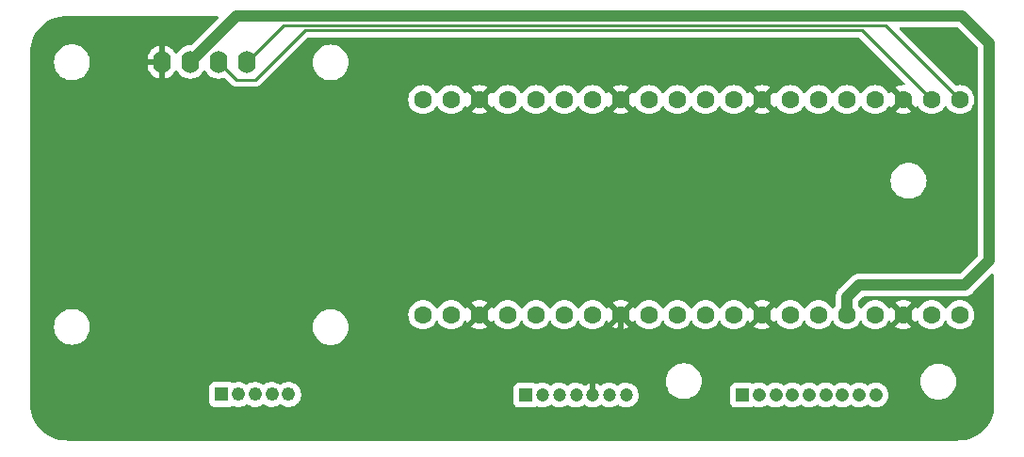
<source format=gbl>
%TF.GenerationSoftware,KiCad,Pcbnew,(6.0.1)*%
%TF.CreationDate,2022-03-14T09:24:09-06:00*%
%TF.ProjectId,PicoFlasher_Breakout_Board_V1,5069636f-466c-4617-9368-65725f427265,rev?*%
%TF.SameCoordinates,Original*%
%TF.FileFunction,Copper,L2,Bot*%
%TF.FilePolarity,Positive*%
%FSLAX46Y46*%
G04 Gerber Fmt 4.6, Leading zero omitted, Abs format (unit mm)*
G04 Created by KiCad (PCBNEW (6.0.1)) date 2022-03-14 09:24:09*
%MOMM*%
%LPD*%
G01*
G04 APERTURE LIST*
%TA.AperFunction,ComponentPad*%
%ADD10R,1.200000X1.200000*%
%TD*%
%TA.AperFunction,ComponentPad*%
%ADD11C,1.200000*%
%TD*%
%TA.AperFunction,ComponentPad*%
%ADD12R,1.208000X1.208000*%
%TD*%
%TA.AperFunction,ComponentPad*%
%ADD13C,1.208000*%
%TD*%
%TA.AperFunction,ComponentPad*%
%ADD14O,1.600000X2.000000*%
%TD*%
%TA.AperFunction,ComponentPad*%
%ADD15R,1.238000X1.238000*%
%TD*%
%TA.AperFunction,ComponentPad*%
%ADD16C,1.238000*%
%TD*%
%TA.AperFunction,ComponentPad*%
%ADD17C,1.600000*%
%TD*%
%TA.AperFunction,ViaPad*%
%ADD18C,0.800000*%
%TD*%
%TA.AperFunction,Conductor*%
%ADD19C,0.500000*%
%TD*%
%TA.AperFunction,Conductor*%
%ADD20C,0.250000*%
%TD*%
%TA.AperFunction,Conductor*%
%ADD21C,1.000000*%
%TD*%
G04 APERTURE END LIST*
D10*
%TO.P,J2,1,1*%
%TO.N,E-Green*%
X133350000Y-98150000D03*
D11*
%TO.P,J2,2,2*%
%TO.N,S-Brown*%
X134850000Y-98150000D03*
%TO.P,J2,3,3*%
%TO.N,S-Red*%
X136350000Y-98150000D03*
%TO.P,J2,4,4*%
%TO.N,S-Orange*%
X137850000Y-98150000D03*
%TO.P,J2,5,5*%
%TO.N,GND*%
X139350000Y-98150000D03*
%TO.P,J2,6,6*%
%TO.N,S-Black*%
X140850000Y-98150000D03*
%TO.P,J2,7,7*%
%TO.N,S-Blue*%
X142350000Y-98150000D03*
%TD*%
D12*
%TO.P,J1,1,1*%
%TO.N,E-Blue*%
X152800000Y-98143250D03*
D13*
%TO.P,J1,2,2*%
%TO.N,E-Green*%
X154300000Y-98143250D03*
%TO.P,J1,3,3*%
%TO.N,E-Yellow*%
X155800000Y-98143250D03*
%TO.P,J1,4,4*%
%TO.N,E-Orange*%
X157300000Y-98143250D03*
%TO.P,J1,5,5*%
%TO.N,E-Red*%
X158800000Y-98143250D03*
%TO.P,J1,6,6*%
%TO.N,unconnected-(J1-Pad6)*%
X160300000Y-98143250D03*
%TO.P,J1,7,7*%
%TO.N,GND*%
X161800000Y-98143250D03*
%TO.P,J1,8,8*%
%TO.N,unconnected-(J1-Pad8)*%
X163300000Y-98143250D03*
%TO.P,J1,9,9*%
%TO.N,unconnected-(J1-Pad9)*%
X164800000Y-98143250D03*
%TD*%
D14*
%TO.P,U2,1,GND*%
%TO.N,GND*%
X100630000Y-68150000D03*
%TO.P,U2,2,VCC*%
%TO.N,3.3 Out*%
X103170000Y-68150000D03*
%TO.P,U2,3,SCL*%
%TO.N,OLED Clock*%
X105710000Y-68150000D03*
%TO.P,U2,4,SDA*%
%TO.N,OLED Data*%
X108250000Y-68150000D03*
%TD*%
D15*
%TO.P,J3,1,Pin_1*%
%TO.N,A_Red*%
X106000000Y-98091500D03*
D16*
%TO.P,J3,2,Pin_2*%
%TO.N,A_Black*%
X107500000Y-98091500D03*
%TO.P,J3,3,Pin_3*%
%TO.N,A_Yellow*%
X109000000Y-98091500D03*
%TO.P,J3,4,Pin_4*%
%TO.N,A_Green*%
X110500000Y-98091500D03*
%TO.P,J3,5,Pin_5*%
%TO.N,A_Blue*%
X112000000Y-98091500D03*
%TD*%
D17*
%TO.P,U1,1,GP0*%
%TO.N,OLED Data*%
X172332000Y-71540000D03*
%TO.P,U1,2,GP1*%
%TO.N,OLED Clock*%
X169792000Y-71540000D03*
%TO.P,U1,3,GND_1*%
%TO.N,GND*%
X167252000Y-71540000D03*
%TO.P,U1,4,GP2*%
%TO.N,Debug*%
X164712000Y-71540000D03*
%TO.P,U1,5,GP3*%
%TO.N,SPI*%
X162172000Y-71540000D03*
%TO.P,U1,6,GP4*%
%TO.N,eMMC*%
X159632000Y-71540000D03*
%TO.P,U1,7,GP5*%
%TO.N,unconnected-(U1-Pad7)*%
X157092000Y-71540000D03*
%TO.P,U1,8,GND_2*%
%TO.N,GND*%
X154552000Y-71540000D03*
%TO.P,U1,9,GP6*%
%TO.N,E-Red*%
X152012000Y-71540000D03*
%TO.P,U1,10,GP7*%
%TO.N,E-Orange*%
X149472000Y-71540000D03*
%TO.P,U1,11,GP8*%
%TO.N,E-Blue*%
X146932000Y-71540000D03*
%TO.P,U1,12,GP9*%
%TO.N,E-Yellow*%
X144392000Y-71540000D03*
%TO.P,U1,13,GND_3*%
%TO.N,GND*%
X141852000Y-71540000D03*
%TO.P,U1,14,GP10*%
%TO.N,unconnected-(U1-Pad14)*%
X139312000Y-71540000D03*
%TO.P,U1,15,GP11*%
%TO.N,A_Red*%
X136772000Y-71540000D03*
%TO.P,U1,16,GP12*%
%TO.N,A_Black*%
X134232000Y-71540000D03*
%TO.P,U1,17,GP13*%
%TO.N,A_Yellow*%
X131692000Y-71540000D03*
%TO.P,U1,18,GND_4*%
%TO.N,GND*%
X129152000Y-71540000D03*
%TO.P,U1,19,GP14*%
%TO.N,A_Green*%
X126612000Y-71540000D03*
%TO.P,U1,20,GP15*%
%TO.N,A_Blue*%
X124072000Y-71540000D03*
%TO.P,U1,21,GP16*%
%TO.N,S-Orange*%
X124072000Y-90920000D03*
%TO.P,U1,22,GP17*%
%TO.N,S-Brown*%
X126612000Y-90920000D03*
%TO.P,U1,23,GND_5*%
%TO.N,GND*%
X129152000Y-90920000D03*
%TO.P,U1,24,GP18*%
%TO.N,S-Red*%
X131692000Y-90920000D03*
%TO.P,U1,25,GP19*%
%TO.N,S-Black*%
X134232000Y-90920000D03*
%TO.P,U1,26,GP20*%
%TO.N,S-Blue*%
X136772000Y-90920000D03*
%TO.P,U1,27,GP21*%
%TO.N,E-Green*%
X139312000Y-90920000D03*
%TO.P,U1,28,GND_6*%
%TO.N,GND*%
X141852000Y-90920000D03*
%TO.P,U1,29,GP22*%
%TO.N,unconnected-(U1-Pad29)*%
X144392000Y-90920000D03*
%TO.P,U1,30,RUN*%
%TO.N,unconnected-(U1-Pad30)*%
X146932000Y-90920000D03*
%TO.P,U1,31,GP26_A0*%
%TO.N,unconnected-(U1-Pad31)*%
X149472000Y-90920000D03*
%TO.P,U1,32,GP27_A1*%
%TO.N,unconnected-(U1-Pad32)*%
X152012000Y-90920000D03*
%TO.P,U1,33,GND_7*%
%TO.N,GND*%
X154552000Y-90920000D03*
%TO.P,U1,34,GP28_A2*%
%TO.N,unconnected-(U1-Pad34)*%
X157092000Y-90920000D03*
%TO.P,U1,35,ADC_VREF*%
%TO.N,unconnected-(U1-Pad35)*%
X159632000Y-90920000D03*
%TO.P,U1,36,3V3(OUT)*%
%TO.N,3.3 Out*%
X162172000Y-90920000D03*
%TO.P,U1,37,3V3_EN*%
%TO.N,unconnected-(U1-Pad37)*%
X164712000Y-90920000D03*
%TO.P,U1,38,GND_8*%
%TO.N,GND*%
X167252000Y-90920000D03*
%TO.P,U1,39,VSYS*%
%TO.N,unconnected-(U1-Pad39)*%
X169792000Y-90920000D03*
%TO.P,U1,40,VBUS*%
%TO.N,unconnected-(U1-Pad40)*%
X172332000Y-90920000D03*
%TD*%
D18*
%TO.N,GND*%
X94750000Y-94250000D03*
X141750000Y-75650000D03*
X141750000Y-81350000D03*
X152300000Y-80150000D03*
%TO.N,3.3 Out*%
X173974540Y-86875000D03*
%TD*%
D19*
%TO.N,GND*%
X141852000Y-92148000D02*
X139350000Y-94650000D01*
X141852000Y-90920000D02*
X141852000Y-92148000D01*
X139350000Y-94650000D02*
X139350000Y-98150000D01*
D20*
%TO.N,OLED Data*%
X172332000Y-71540000D02*
X165632825Y-64840825D01*
X111559175Y-64840825D02*
X108250000Y-68150000D01*
X165632825Y-64840825D02*
X111559175Y-64840825D01*
%TO.N,OLED Clock*%
X163542345Y-65290345D02*
X169792000Y-71540000D01*
X107310000Y-69750000D02*
X109000000Y-69750000D01*
X113459655Y-65290345D02*
X163542345Y-65290345D01*
X105710000Y-68150000D02*
X107310000Y-69750000D01*
X109000000Y-69750000D02*
X113459655Y-65290345D01*
D21*
%TO.N,3.3 Out*%
X172750000Y-88250000D02*
X163250000Y-88250000D01*
X172516305Y-64016305D02*
X175000000Y-66500000D01*
X163250000Y-88250000D02*
X162172000Y-89328000D01*
X103170000Y-68150000D02*
X107303695Y-64016305D01*
X103389359Y-68150000D02*
X103170000Y-68150000D01*
X175000000Y-66500000D02*
X175000000Y-86000000D01*
X162172000Y-89328000D02*
X162172000Y-90920000D01*
X107303695Y-64016305D02*
X172516305Y-64016305D01*
X175000000Y-86000000D02*
X172750000Y-88250000D01*
%TD*%
%TA.AperFunction,Conductor*%
%TO.N,GND*%
G36*
X105649697Y-64028002D02*
G01*
X105696190Y-64081658D01*
X105706294Y-64151932D01*
X105676800Y-64216512D01*
X105670671Y-64223095D01*
X103291790Y-66601976D01*
X103229478Y-66636002D01*
X103191712Y-66638401D01*
X103175484Y-66636981D01*
X103175475Y-66636981D01*
X103170000Y-66636502D01*
X102941913Y-66656457D01*
X102936600Y-66657881D01*
X102936598Y-66657881D01*
X102726067Y-66714293D01*
X102726065Y-66714294D01*
X102720757Y-66715716D01*
X102715776Y-66718039D01*
X102715775Y-66718039D01*
X102518238Y-66810151D01*
X102518233Y-66810154D01*
X102513251Y-66812477D01*
X102435256Y-66867090D01*
X102330211Y-66940643D01*
X102330208Y-66940645D01*
X102325700Y-66943802D01*
X102163802Y-67105700D01*
X102032477Y-67293251D01*
X102030154Y-67298233D01*
X102030151Y-67298238D01*
X102013919Y-67333049D01*
X101967002Y-67386334D01*
X101898725Y-67405795D01*
X101830765Y-67385253D01*
X101785529Y-67333049D01*
X101769414Y-67298489D01*
X101763931Y-67288993D01*
X101638972Y-67110533D01*
X101631916Y-67102125D01*
X101477875Y-66948084D01*
X101469467Y-66941028D01*
X101291007Y-66816069D01*
X101281511Y-66810586D01*
X101084053Y-66718510D01*
X101073761Y-66714764D01*
X100901497Y-66668606D01*
X100887401Y-66668942D01*
X100884000Y-66676884D01*
X100884000Y-69617967D01*
X100887973Y-69631498D01*
X100896522Y-69632727D01*
X101073761Y-69585236D01*
X101084053Y-69581490D01*
X101281511Y-69489414D01*
X101291007Y-69483931D01*
X101469467Y-69358972D01*
X101477875Y-69351916D01*
X101631916Y-69197875D01*
X101638972Y-69189467D01*
X101763931Y-69011007D01*
X101769414Y-69001511D01*
X101785529Y-68966951D01*
X101832446Y-68913666D01*
X101900723Y-68894205D01*
X101968683Y-68914747D01*
X102013919Y-68966951D01*
X102030151Y-69001762D01*
X102030154Y-69001767D01*
X102032477Y-69006749D01*
X102035634Y-69011257D01*
X102134278Y-69152135D01*
X102163802Y-69194300D01*
X102325700Y-69356198D01*
X102330208Y-69359355D01*
X102330211Y-69359357D01*
X102408389Y-69414098D01*
X102513251Y-69487523D01*
X102518233Y-69489846D01*
X102518238Y-69489849D01*
X102659966Y-69555937D01*
X102720757Y-69584284D01*
X102726065Y-69585706D01*
X102726067Y-69585707D01*
X102936598Y-69642119D01*
X102936600Y-69642119D01*
X102941913Y-69643543D01*
X103170000Y-69663498D01*
X103398087Y-69643543D01*
X103403400Y-69642119D01*
X103403402Y-69642119D01*
X103613933Y-69585707D01*
X103613935Y-69585706D01*
X103619243Y-69584284D01*
X103680034Y-69555937D01*
X103821762Y-69489849D01*
X103821767Y-69489846D01*
X103826749Y-69487523D01*
X103931611Y-69414098D01*
X104009789Y-69359357D01*
X104009792Y-69359355D01*
X104014300Y-69356198D01*
X104176198Y-69194300D01*
X104205723Y-69152135D01*
X104304366Y-69011257D01*
X104307523Y-69006749D01*
X104309846Y-69001767D01*
X104309849Y-69001762D01*
X104325805Y-68967543D01*
X104372722Y-68914258D01*
X104440999Y-68894797D01*
X104508959Y-68915339D01*
X104554195Y-68967543D01*
X104570151Y-69001762D01*
X104570154Y-69001767D01*
X104572477Y-69006749D01*
X104575634Y-69011257D01*
X104674278Y-69152135D01*
X104703802Y-69194300D01*
X104865700Y-69356198D01*
X104870208Y-69359355D01*
X104870211Y-69359357D01*
X104948389Y-69414098D01*
X105053251Y-69487523D01*
X105058233Y-69489846D01*
X105058238Y-69489849D01*
X105199966Y-69555937D01*
X105260757Y-69584284D01*
X105266065Y-69585706D01*
X105266067Y-69585707D01*
X105476598Y-69642119D01*
X105476600Y-69642119D01*
X105481913Y-69643543D01*
X105710000Y-69663498D01*
X105938087Y-69643543D01*
X105943400Y-69642119D01*
X105943402Y-69642119D01*
X106159243Y-69584284D01*
X106159815Y-69586418D01*
X106221849Y-69583594D01*
X106280981Y-69616885D01*
X106806343Y-70142247D01*
X106813887Y-70150537D01*
X106818000Y-70157018D01*
X106823777Y-70162443D01*
X106867667Y-70203658D01*
X106870509Y-70206413D01*
X106890231Y-70226135D01*
X106893373Y-70228572D01*
X106893433Y-70228619D01*
X106902445Y-70236317D01*
X106914760Y-70247881D01*
X106934679Y-70266586D01*
X106941622Y-70270403D01*
X106952431Y-70276345D01*
X106968953Y-70287198D01*
X106984959Y-70299614D01*
X106992237Y-70302764D01*
X106992238Y-70302764D01*
X107025537Y-70317174D01*
X107036187Y-70322391D01*
X107074940Y-70343695D01*
X107082615Y-70345666D01*
X107082616Y-70345666D01*
X107094562Y-70348733D01*
X107113267Y-70355137D01*
X107131855Y-70363181D01*
X107139678Y-70364420D01*
X107139688Y-70364423D01*
X107175524Y-70370099D01*
X107187144Y-70372505D01*
X107218959Y-70380673D01*
X107229970Y-70383500D01*
X107250224Y-70383500D01*
X107269934Y-70385051D01*
X107289943Y-70388220D01*
X107297835Y-70387474D01*
X107316580Y-70385702D01*
X107333962Y-70384059D01*
X107345819Y-70383500D01*
X108921233Y-70383500D01*
X108932416Y-70384027D01*
X108939909Y-70385702D01*
X108947835Y-70385453D01*
X108947836Y-70385453D01*
X109007986Y-70383562D01*
X109011945Y-70383500D01*
X109039856Y-70383500D01*
X109043791Y-70383003D01*
X109043856Y-70382995D01*
X109055693Y-70382062D01*
X109087951Y-70381048D01*
X109091970Y-70380922D01*
X109099889Y-70380673D01*
X109119343Y-70375021D01*
X109138700Y-70371013D01*
X109150930Y-70369468D01*
X109150931Y-70369468D01*
X109158797Y-70368474D01*
X109166168Y-70365555D01*
X109166170Y-70365555D01*
X109199912Y-70352196D01*
X109211142Y-70348351D01*
X109245983Y-70338229D01*
X109245984Y-70338229D01*
X109253593Y-70336018D01*
X109260412Y-70331985D01*
X109260417Y-70331983D01*
X109271028Y-70325707D01*
X109288776Y-70317012D01*
X109307617Y-70309552D01*
X109343387Y-70283564D01*
X109353307Y-70277048D01*
X109384535Y-70258580D01*
X109384538Y-70258578D01*
X109391362Y-70254542D01*
X109405683Y-70240221D01*
X109420717Y-70227380D01*
X109421266Y-70226981D01*
X109437107Y-70215472D01*
X109465298Y-70181395D01*
X109473288Y-70172616D01*
X111445904Y-68200000D01*
X114170026Y-68200000D01*
X114189891Y-68452403D01*
X114248995Y-68698591D01*
X114250888Y-68703162D01*
X114250889Y-68703164D01*
X114338775Y-68915339D01*
X114345884Y-68932502D01*
X114478172Y-69148376D01*
X114642602Y-69340898D01*
X114835124Y-69505328D01*
X115050998Y-69637616D01*
X115055568Y-69639509D01*
X115055572Y-69639511D01*
X115280336Y-69732611D01*
X115284909Y-69734505D01*
X115369532Y-69754821D01*
X115526284Y-69792454D01*
X115526290Y-69792455D01*
X115531097Y-69793609D01*
X115630916Y-69801465D01*
X115717845Y-69808307D01*
X115717852Y-69808307D01*
X115720301Y-69808500D01*
X115846699Y-69808500D01*
X115849148Y-69808307D01*
X115849155Y-69808307D01*
X115936084Y-69801465D01*
X116035903Y-69793609D01*
X116040710Y-69792455D01*
X116040716Y-69792454D01*
X116197468Y-69754821D01*
X116282091Y-69734505D01*
X116286664Y-69732611D01*
X116511428Y-69639511D01*
X116511432Y-69639509D01*
X116516002Y-69637616D01*
X116731876Y-69505328D01*
X116924398Y-69340898D01*
X117088828Y-69148376D01*
X117221116Y-68932502D01*
X117228226Y-68915339D01*
X117316111Y-68703164D01*
X117316112Y-68703162D01*
X117318005Y-68698591D01*
X117377109Y-68452403D01*
X117396974Y-68200000D01*
X117377109Y-67947597D01*
X117371108Y-67922597D01*
X117329649Y-67749911D01*
X117318005Y-67701409D01*
X117307650Y-67676409D01*
X117223011Y-67472072D01*
X117223009Y-67472068D01*
X117221116Y-67467498D01*
X117088828Y-67251624D01*
X116924398Y-67059102D01*
X116731876Y-66894672D01*
X116516002Y-66762384D01*
X116511432Y-66760491D01*
X116511428Y-66760489D01*
X116286664Y-66667389D01*
X116286662Y-66667388D01*
X116282091Y-66665495D01*
X116173147Y-66639340D01*
X116040716Y-66607546D01*
X116040710Y-66607545D01*
X116035903Y-66606391D01*
X115936084Y-66598535D01*
X115849155Y-66591693D01*
X115849148Y-66591693D01*
X115846699Y-66591500D01*
X115720301Y-66591500D01*
X115717852Y-66591693D01*
X115717845Y-66591693D01*
X115630916Y-66598535D01*
X115531097Y-66606391D01*
X115526290Y-66607545D01*
X115526284Y-66607546D01*
X115393853Y-66639340D01*
X115284909Y-66665495D01*
X115280338Y-66667388D01*
X115280336Y-66667389D01*
X115055572Y-66760489D01*
X115055568Y-66760491D01*
X115050998Y-66762384D01*
X114835124Y-66894672D01*
X114642602Y-67059102D01*
X114478172Y-67251624D01*
X114345884Y-67467498D01*
X114343991Y-67472068D01*
X114343989Y-67472072D01*
X114259350Y-67676409D01*
X114248995Y-67701409D01*
X114237351Y-67749911D01*
X114195893Y-67922597D01*
X114189891Y-67947597D01*
X114170026Y-68200000D01*
X111445904Y-68200000D01*
X113685154Y-65960750D01*
X113747466Y-65926724D01*
X113774249Y-65923845D01*
X163227751Y-65923845D01*
X163295872Y-65943847D01*
X163316846Y-65960750D01*
X167370057Y-70013961D01*
X167404083Y-70076273D01*
X167399018Y-70147088D01*
X167356471Y-70203924D01*
X167289951Y-70228735D01*
X167269981Y-70228577D01*
X167257475Y-70227483D01*
X167246525Y-70227483D01*
X167029481Y-70246472D01*
X167018688Y-70248375D01*
X166808239Y-70304764D01*
X166797947Y-70308510D01*
X166600489Y-70400586D01*
X166590994Y-70406069D01*
X166538952Y-70442509D01*
X166530576Y-70452988D01*
X166537644Y-70466434D01*
X168326287Y-72255077D01*
X168338062Y-72261507D01*
X168350077Y-72252211D01*
X168385931Y-72201006D01*
X168391414Y-72191511D01*
X168407529Y-72156951D01*
X168454446Y-72103666D01*
X168522723Y-72084205D01*
X168590683Y-72104747D01*
X168635919Y-72156951D01*
X168652151Y-72191762D01*
X168652154Y-72191767D01*
X168654477Y-72196749D01*
X168785802Y-72384300D01*
X168947700Y-72546198D01*
X168952208Y-72549355D01*
X168952211Y-72549357D01*
X169030389Y-72604098D01*
X169135251Y-72677523D01*
X169140233Y-72679846D01*
X169140238Y-72679849D01*
X169336765Y-72771490D01*
X169342757Y-72774284D01*
X169348065Y-72775706D01*
X169348067Y-72775707D01*
X169558598Y-72832119D01*
X169558600Y-72832119D01*
X169563913Y-72833543D01*
X169792000Y-72853498D01*
X170020087Y-72833543D01*
X170025400Y-72832119D01*
X170025402Y-72832119D01*
X170235933Y-72775707D01*
X170235935Y-72775706D01*
X170241243Y-72774284D01*
X170247235Y-72771490D01*
X170443762Y-72679849D01*
X170443767Y-72679846D01*
X170448749Y-72677523D01*
X170553611Y-72604098D01*
X170631789Y-72549357D01*
X170631792Y-72549355D01*
X170636300Y-72546198D01*
X170798198Y-72384300D01*
X170929523Y-72196749D01*
X170931846Y-72191767D01*
X170931849Y-72191762D01*
X170947805Y-72157543D01*
X170994722Y-72104258D01*
X171062999Y-72084797D01*
X171130959Y-72105339D01*
X171176195Y-72157543D01*
X171192151Y-72191762D01*
X171192154Y-72191767D01*
X171194477Y-72196749D01*
X171325802Y-72384300D01*
X171487700Y-72546198D01*
X171492208Y-72549355D01*
X171492211Y-72549357D01*
X171570389Y-72604098D01*
X171675251Y-72677523D01*
X171680233Y-72679846D01*
X171680238Y-72679849D01*
X171876765Y-72771490D01*
X171882757Y-72774284D01*
X171888065Y-72775706D01*
X171888067Y-72775707D01*
X172098598Y-72832119D01*
X172098600Y-72832119D01*
X172103913Y-72833543D01*
X172332000Y-72853498D01*
X172560087Y-72833543D01*
X172565400Y-72832119D01*
X172565402Y-72832119D01*
X172775933Y-72775707D01*
X172775935Y-72775706D01*
X172781243Y-72774284D01*
X172787235Y-72771490D01*
X172983762Y-72679849D01*
X172983767Y-72679846D01*
X172988749Y-72677523D01*
X173093611Y-72604098D01*
X173171789Y-72549357D01*
X173171792Y-72549355D01*
X173176300Y-72546198D01*
X173338198Y-72384300D01*
X173469523Y-72196749D01*
X173471846Y-72191767D01*
X173471849Y-72191762D01*
X173563961Y-71994225D01*
X173563961Y-71994224D01*
X173566284Y-71989243D01*
X173586976Y-71912022D01*
X173624119Y-71773402D01*
X173624119Y-71773400D01*
X173625543Y-71768087D01*
X173645498Y-71540000D01*
X173625543Y-71311913D01*
X173588981Y-71175461D01*
X173567707Y-71096067D01*
X173567706Y-71096065D01*
X173566284Y-71090757D01*
X173471966Y-70888489D01*
X173471849Y-70888238D01*
X173471846Y-70888233D01*
X173469523Y-70883251D01*
X173338198Y-70695700D01*
X173176300Y-70533802D01*
X173171792Y-70530645D01*
X173171789Y-70530643D01*
X173045920Y-70442509D01*
X172988749Y-70402477D01*
X172983767Y-70400154D01*
X172983762Y-70400151D01*
X172786225Y-70308039D01*
X172786224Y-70308039D01*
X172781243Y-70305716D01*
X172775935Y-70304294D01*
X172775933Y-70304293D01*
X172565402Y-70247881D01*
X172565400Y-70247881D01*
X172560087Y-70246457D01*
X172332000Y-70226502D01*
X172103913Y-70246457D01*
X172098602Y-70247880D01*
X172098591Y-70247882D01*
X172040459Y-70263459D01*
X171969483Y-70261770D01*
X171918752Y-70230848D01*
X166927805Y-65239900D01*
X166893779Y-65177588D01*
X166898844Y-65106773D01*
X166941391Y-65049937D01*
X167007911Y-65025126D01*
X167016900Y-65024805D01*
X172046380Y-65024805D01*
X172114501Y-65044807D01*
X172135475Y-65061710D01*
X173954595Y-66880829D01*
X173988620Y-66943141D01*
X173991500Y-66969924D01*
X173991500Y-85530076D01*
X173971498Y-85598197D01*
X173954595Y-85619171D01*
X173422759Y-86151007D01*
X173407726Y-86163847D01*
X173363287Y-86196134D01*
X173358866Y-86201044D01*
X173358865Y-86201045D01*
X173235807Y-86337715D01*
X173231266Y-86342500D01*
X172369171Y-87204595D01*
X172306859Y-87238621D01*
X172280076Y-87241500D01*
X163311842Y-87241500D01*
X163298235Y-87240763D01*
X163266737Y-87237341D01*
X163266732Y-87237341D01*
X163260611Y-87236676D01*
X163242611Y-87238251D01*
X163210609Y-87241050D01*
X163205784Y-87241379D01*
X163203313Y-87241500D01*
X163200231Y-87241500D01*
X163177763Y-87243703D01*
X163157489Y-87245691D01*
X163156174Y-87245813D01*
X163123913Y-87248636D01*
X163063587Y-87253913D01*
X163058468Y-87255400D01*
X163053167Y-87255920D01*
X162964194Y-87282782D01*
X162963054Y-87283120D01*
X162873663Y-87309091D01*
X162868929Y-87311545D01*
X162863831Y-87313084D01*
X162858387Y-87315978D01*
X162858386Y-87315979D01*
X162781831Y-87356684D01*
X162780663Y-87357298D01*
X162698074Y-87400108D01*
X162693911Y-87403431D01*
X162689204Y-87405934D01*
X162617082Y-87464755D01*
X162616226Y-87465446D01*
X162577027Y-87496738D01*
X162574523Y-87499242D01*
X162573805Y-87499884D01*
X162569472Y-87503585D01*
X162535938Y-87530935D01*
X162532011Y-87535682D01*
X162532009Y-87535684D01*
X162506713Y-87566262D01*
X162498723Y-87575042D01*
X161502621Y-88571145D01*
X161492478Y-88580247D01*
X161462975Y-88603968D01*
X161459008Y-88608696D01*
X161430709Y-88642421D01*
X161427528Y-88646069D01*
X161425885Y-88647881D01*
X161423691Y-88650075D01*
X161396358Y-88683349D01*
X161395696Y-88684147D01*
X161335846Y-88755474D01*
X161333278Y-88760144D01*
X161329897Y-88764261D01*
X161298860Y-88822145D01*
X161286023Y-88846086D01*
X161285394Y-88847245D01*
X161243538Y-88923381D01*
X161243535Y-88923389D01*
X161240567Y-88928787D01*
X161238955Y-88933869D01*
X161236438Y-88938563D01*
X161209238Y-89027531D01*
X161208918Y-89028559D01*
X161180765Y-89117306D01*
X161180171Y-89122602D01*
X161178613Y-89127698D01*
X161169517Y-89217248D01*
X161169218Y-89220187D01*
X161169089Y-89221393D01*
X161166363Y-89245703D01*
X161164447Y-89262787D01*
X161163500Y-89271227D01*
X161163500Y-89274754D01*
X161163445Y-89275739D01*
X161162998Y-89281419D01*
X161158626Y-89324462D01*
X161159206Y-89330593D01*
X161162941Y-89370109D01*
X161163500Y-89381967D01*
X161163500Y-90039260D01*
X161140713Y-90111531D01*
X161034477Y-90263251D01*
X161032154Y-90268233D01*
X161032151Y-90268238D01*
X161016195Y-90302457D01*
X160969278Y-90355742D01*
X160901001Y-90375203D01*
X160833041Y-90354661D01*
X160787805Y-90302457D01*
X160771849Y-90268238D01*
X160771846Y-90268233D01*
X160769523Y-90263251D01*
X160638198Y-90075700D01*
X160476300Y-89913802D01*
X160471792Y-89910645D01*
X160471789Y-89910643D01*
X160345920Y-89822509D01*
X160288749Y-89782477D01*
X160283767Y-89780154D01*
X160283762Y-89780151D01*
X160086225Y-89688039D01*
X160086224Y-89688039D01*
X160081243Y-89685716D01*
X160075935Y-89684294D01*
X160075933Y-89684293D01*
X159865402Y-89627881D01*
X159865400Y-89627881D01*
X159860087Y-89626457D01*
X159632000Y-89606502D01*
X159403913Y-89626457D01*
X159398600Y-89627881D01*
X159398598Y-89627881D01*
X159188067Y-89684293D01*
X159188065Y-89684294D01*
X159182757Y-89685716D01*
X159177776Y-89688039D01*
X159177775Y-89688039D01*
X158980238Y-89780151D01*
X158980233Y-89780154D01*
X158975251Y-89782477D01*
X158918080Y-89822509D01*
X158792211Y-89910643D01*
X158792208Y-89910645D01*
X158787700Y-89913802D01*
X158625802Y-90075700D01*
X158494477Y-90263251D01*
X158492154Y-90268233D01*
X158492151Y-90268238D01*
X158476195Y-90302457D01*
X158429278Y-90355742D01*
X158361001Y-90375203D01*
X158293041Y-90354661D01*
X158247805Y-90302457D01*
X158231849Y-90268238D01*
X158231846Y-90268233D01*
X158229523Y-90263251D01*
X158098198Y-90075700D01*
X157936300Y-89913802D01*
X157931792Y-89910645D01*
X157931789Y-89910643D01*
X157805920Y-89822509D01*
X157748749Y-89782477D01*
X157743767Y-89780154D01*
X157743762Y-89780151D01*
X157546225Y-89688039D01*
X157546224Y-89688039D01*
X157541243Y-89685716D01*
X157535935Y-89684294D01*
X157535933Y-89684293D01*
X157325402Y-89627881D01*
X157325400Y-89627881D01*
X157320087Y-89626457D01*
X157092000Y-89606502D01*
X156863913Y-89626457D01*
X156858600Y-89627881D01*
X156858598Y-89627881D01*
X156648067Y-89684293D01*
X156648065Y-89684294D01*
X156642757Y-89685716D01*
X156637776Y-89688039D01*
X156637775Y-89688039D01*
X156440238Y-89780151D01*
X156440233Y-89780154D01*
X156435251Y-89782477D01*
X156378080Y-89822509D01*
X156252211Y-89910643D01*
X156252208Y-89910645D01*
X156247700Y-89913802D01*
X156085802Y-90075700D01*
X155954477Y-90263251D01*
X155952154Y-90268233D01*
X155952151Y-90268238D01*
X155935919Y-90303049D01*
X155889002Y-90356334D01*
X155820725Y-90375795D01*
X155752765Y-90355253D01*
X155707529Y-90303049D01*
X155691414Y-90268489D01*
X155685931Y-90258994D01*
X155649491Y-90206952D01*
X155639012Y-90198576D01*
X155625566Y-90205644D01*
X154924022Y-90907188D01*
X154916408Y-90921132D01*
X154916539Y-90922965D01*
X154920790Y-90929580D01*
X155626287Y-91635077D01*
X155638062Y-91641507D01*
X155650077Y-91632211D01*
X155685931Y-91581006D01*
X155691414Y-91571511D01*
X155707529Y-91536951D01*
X155754446Y-91483666D01*
X155822723Y-91464205D01*
X155890683Y-91484747D01*
X155935919Y-91536951D01*
X155952151Y-91571762D01*
X155952154Y-91571767D01*
X155954477Y-91576749D01*
X156085802Y-91764300D01*
X156247700Y-91926198D01*
X156252208Y-91929355D01*
X156252211Y-91929357D01*
X156330389Y-91984098D01*
X156435251Y-92057523D01*
X156440233Y-92059846D01*
X156440238Y-92059849D01*
X156636765Y-92151490D01*
X156642757Y-92154284D01*
X156648065Y-92155706D01*
X156648067Y-92155707D01*
X156858598Y-92212119D01*
X156858600Y-92212119D01*
X156863913Y-92213543D01*
X157092000Y-92233498D01*
X157320087Y-92213543D01*
X157325400Y-92212119D01*
X157325402Y-92212119D01*
X157535933Y-92155707D01*
X157535935Y-92155706D01*
X157541243Y-92154284D01*
X157547235Y-92151490D01*
X157743762Y-92059849D01*
X157743767Y-92059846D01*
X157748749Y-92057523D01*
X157853611Y-91984098D01*
X157931789Y-91929357D01*
X157931792Y-91929355D01*
X157936300Y-91926198D01*
X158098198Y-91764300D01*
X158229523Y-91576749D01*
X158231846Y-91571767D01*
X158231849Y-91571762D01*
X158247805Y-91537543D01*
X158294722Y-91484258D01*
X158362999Y-91464797D01*
X158430959Y-91485339D01*
X158476195Y-91537543D01*
X158492151Y-91571762D01*
X158492154Y-91571767D01*
X158494477Y-91576749D01*
X158625802Y-91764300D01*
X158787700Y-91926198D01*
X158792208Y-91929355D01*
X158792211Y-91929357D01*
X158870389Y-91984098D01*
X158975251Y-92057523D01*
X158980233Y-92059846D01*
X158980238Y-92059849D01*
X159176765Y-92151490D01*
X159182757Y-92154284D01*
X159188065Y-92155706D01*
X159188067Y-92155707D01*
X159398598Y-92212119D01*
X159398600Y-92212119D01*
X159403913Y-92213543D01*
X159632000Y-92233498D01*
X159860087Y-92213543D01*
X159865400Y-92212119D01*
X159865402Y-92212119D01*
X160075933Y-92155707D01*
X160075935Y-92155706D01*
X160081243Y-92154284D01*
X160087235Y-92151490D01*
X160283762Y-92059849D01*
X160283767Y-92059846D01*
X160288749Y-92057523D01*
X160393611Y-91984098D01*
X160471789Y-91929357D01*
X160471792Y-91929355D01*
X160476300Y-91926198D01*
X160638198Y-91764300D01*
X160769523Y-91576749D01*
X160771846Y-91571767D01*
X160771849Y-91571762D01*
X160787805Y-91537543D01*
X160834722Y-91484258D01*
X160902999Y-91464797D01*
X160970959Y-91485339D01*
X161016195Y-91537543D01*
X161032151Y-91571762D01*
X161032154Y-91571767D01*
X161034477Y-91576749D01*
X161165802Y-91764300D01*
X161327700Y-91926198D01*
X161332208Y-91929355D01*
X161332211Y-91929357D01*
X161410389Y-91984098D01*
X161515251Y-92057523D01*
X161520233Y-92059846D01*
X161520238Y-92059849D01*
X161716765Y-92151490D01*
X161722757Y-92154284D01*
X161728065Y-92155706D01*
X161728067Y-92155707D01*
X161938598Y-92212119D01*
X161938600Y-92212119D01*
X161943913Y-92213543D01*
X162172000Y-92233498D01*
X162400087Y-92213543D01*
X162405400Y-92212119D01*
X162405402Y-92212119D01*
X162615933Y-92155707D01*
X162615935Y-92155706D01*
X162621243Y-92154284D01*
X162627235Y-92151490D01*
X162823762Y-92059849D01*
X162823767Y-92059846D01*
X162828749Y-92057523D01*
X162933611Y-91984098D01*
X163011789Y-91929357D01*
X163011792Y-91929355D01*
X163016300Y-91926198D01*
X163178198Y-91764300D01*
X163309523Y-91576749D01*
X163311846Y-91571767D01*
X163311849Y-91571762D01*
X163327805Y-91537543D01*
X163374722Y-91484258D01*
X163442999Y-91464797D01*
X163510959Y-91485339D01*
X163556195Y-91537543D01*
X163572151Y-91571762D01*
X163572154Y-91571767D01*
X163574477Y-91576749D01*
X163705802Y-91764300D01*
X163867700Y-91926198D01*
X163872208Y-91929355D01*
X163872211Y-91929357D01*
X163950389Y-91984098D01*
X164055251Y-92057523D01*
X164060233Y-92059846D01*
X164060238Y-92059849D01*
X164256765Y-92151490D01*
X164262757Y-92154284D01*
X164268065Y-92155706D01*
X164268067Y-92155707D01*
X164478598Y-92212119D01*
X164478600Y-92212119D01*
X164483913Y-92213543D01*
X164712000Y-92233498D01*
X164940087Y-92213543D01*
X164945400Y-92212119D01*
X164945402Y-92212119D01*
X165155933Y-92155707D01*
X165155935Y-92155706D01*
X165161243Y-92154284D01*
X165167235Y-92151490D01*
X165363762Y-92059849D01*
X165363767Y-92059846D01*
X165368749Y-92057523D01*
X165442243Y-92006062D01*
X166530493Y-92006062D01*
X166539789Y-92018077D01*
X166590994Y-92053931D01*
X166600489Y-92059414D01*
X166797947Y-92151490D01*
X166808239Y-92155236D01*
X167018688Y-92211625D01*
X167029481Y-92213528D01*
X167246525Y-92232517D01*
X167257475Y-92232517D01*
X167474519Y-92213528D01*
X167485312Y-92211625D01*
X167695761Y-92155236D01*
X167706053Y-92151490D01*
X167903511Y-92059414D01*
X167913006Y-92053931D01*
X167965048Y-92017491D01*
X167973424Y-92007012D01*
X167966356Y-91993566D01*
X167264812Y-91292022D01*
X167250868Y-91284408D01*
X167249035Y-91284539D01*
X167242420Y-91288790D01*
X166536923Y-91994287D01*
X166530493Y-92006062D01*
X165442243Y-92006062D01*
X165473611Y-91984098D01*
X165551789Y-91929357D01*
X165551792Y-91929355D01*
X165556300Y-91926198D01*
X165718198Y-91764300D01*
X165849523Y-91576749D01*
X165851846Y-91571767D01*
X165851849Y-91571762D01*
X165868081Y-91536951D01*
X165914998Y-91483666D01*
X165983275Y-91464205D01*
X166051235Y-91484747D01*
X166096471Y-91536951D01*
X166112586Y-91571511D01*
X166118069Y-91581006D01*
X166154509Y-91633048D01*
X166164988Y-91641424D01*
X166178434Y-91634356D01*
X166879978Y-90932812D01*
X166886356Y-90921132D01*
X167616408Y-90921132D01*
X167616539Y-90922965D01*
X167620790Y-90929580D01*
X168326287Y-91635077D01*
X168338062Y-91641507D01*
X168350077Y-91632211D01*
X168385931Y-91581006D01*
X168391414Y-91571511D01*
X168407529Y-91536951D01*
X168454446Y-91483666D01*
X168522723Y-91464205D01*
X168590683Y-91484747D01*
X168635919Y-91536951D01*
X168652151Y-91571762D01*
X168652154Y-91571767D01*
X168654477Y-91576749D01*
X168785802Y-91764300D01*
X168947700Y-91926198D01*
X168952208Y-91929355D01*
X168952211Y-91929357D01*
X169030389Y-91984098D01*
X169135251Y-92057523D01*
X169140233Y-92059846D01*
X169140238Y-92059849D01*
X169336765Y-92151490D01*
X169342757Y-92154284D01*
X169348065Y-92155706D01*
X169348067Y-92155707D01*
X169558598Y-92212119D01*
X169558600Y-92212119D01*
X169563913Y-92213543D01*
X169792000Y-92233498D01*
X170020087Y-92213543D01*
X170025400Y-92212119D01*
X170025402Y-92212119D01*
X170235933Y-92155707D01*
X170235935Y-92155706D01*
X170241243Y-92154284D01*
X170247235Y-92151490D01*
X170443762Y-92059849D01*
X170443767Y-92059846D01*
X170448749Y-92057523D01*
X170553611Y-91984098D01*
X170631789Y-91929357D01*
X170631792Y-91929355D01*
X170636300Y-91926198D01*
X170798198Y-91764300D01*
X170929523Y-91576749D01*
X170931846Y-91571767D01*
X170931849Y-91571762D01*
X170947805Y-91537543D01*
X170994722Y-91484258D01*
X171062999Y-91464797D01*
X171130959Y-91485339D01*
X171176195Y-91537543D01*
X171192151Y-91571762D01*
X171192154Y-91571767D01*
X171194477Y-91576749D01*
X171325802Y-91764300D01*
X171487700Y-91926198D01*
X171492208Y-91929355D01*
X171492211Y-91929357D01*
X171570389Y-91984098D01*
X171675251Y-92057523D01*
X171680233Y-92059846D01*
X171680238Y-92059849D01*
X171876765Y-92151490D01*
X171882757Y-92154284D01*
X171888065Y-92155706D01*
X171888067Y-92155707D01*
X172098598Y-92212119D01*
X172098600Y-92212119D01*
X172103913Y-92213543D01*
X172332000Y-92233498D01*
X172560087Y-92213543D01*
X172565400Y-92212119D01*
X172565402Y-92212119D01*
X172775933Y-92155707D01*
X172775935Y-92155706D01*
X172781243Y-92154284D01*
X172787235Y-92151490D01*
X172983762Y-92059849D01*
X172983767Y-92059846D01*
X172988749Y-92057523D01*
X173093611Y-91984098D01*
X173171789Y-91929357D01*
X173171792Y-91929355D01*
X173176300Y-91926198D01*
X173338198Y-91764300D01*
X173469523Y-91576749D01*
X173471846Y-91571767D01*
X173471849Y-91571762D01*
X173563961Y-91374225D01*
X173563961Y-91374224D01*
X173566284Y-91369243D01*
X173586976Y-91292022D01*
X173624119Y-91153402D01*
X173624119Y-91153400D01*
X173625543Y-91148087D01*
X173645498Y-90920000D01*
X173625543Y-90691913D01*
X173598227Y-90589970D01*
X173567707Y-90476067D01*
X173567706Y-90476065D01*
X173566284Y-90470757D01*
X173548466Y-90432546D01*
X173471849Y-90268238D01*
X173471846Y-90268233D01*
X173469523Y-90263251D01*
X173338198Y-90075700D01*
X173176300Y-89913802D01*
X173171792Y-89910645D01*
X173171789Y-89910643D01*
X173045920Y-89822509D01*
X172988749Y-89782477D01*
X172983767Y-89780154D01*
X172983762Y-89780151D01*
X172786225Y-89688039D01*
X172786224Y-89688039D01*
X172781243Y-89685716D01*
X172775935Y-89684294D01*
X172775933Y-89684293D01*
X172565402Y-89627881D01*
X172565400Y-89627881D01*
X172560087Y-89626457D01*
X172332000Y-89606502D01*
X172103913Y-89626457D01*
X172098600Y-89627881D01*
X172098598Y-89627881D01*
X171888067Y-89684293D01*
X171888065Y-89684294D01*
X171882757Y-89685716D01*
X171877776Y-89688039D01*
X171877775Y-89688039D01*
X171680238Y-89780151D01*
X171680233Y-89780154D01*
X171675251Y-89782477D01*
X171618080Y-89822509D01*
X171492211Y-89910643D01*
X171492208Y-89910645D01*
X171487700Y-89913802D01*
X171325802Y-90075700D01*
X171194477Y-90263251D01*
X171192154Y-90268233D01*
X171192151Y-90268238D01*
X171176195Y-90302457D01*
X171129278Y-90355742D01*
X171061001Y-90375203D01*
X170993041Y-90354661D01*
X170947805Y-90302457D01*
X170931849Y-90268238D01*
X170931846Y-90268233D01*
X170929523Y-90263251D01*
X170798198Y-90075700D01*
X170636300Y-89913802D01*
X170631792Y-89910645D01*
X170631789Y-89910643D01*
X170505920Y-89822509D01*
X170448749Y-89782477D01*
X170443767Y-89780154D01*
X170443762Y-89780151D01*
X170246225Y-89688039D01*
X170246224Y-89688039D01*
X170241243Y-89685716D01*
X170235935Y-89684294D01*
X170235933Y-89684293D01*
X170025402Y-89627881D01*
X170025400Y-89627881D01*
X170020087Y-89626457D01*
X169792000Y-89606502D01*
X169563913Y-89626457D01*
X169558600Y-89627881D01*
X169558598Y-89627881D01*
X169348067Y-89684293D01*
X169348065Y-89684294D01*
X169342757Y-89685716D01*
X169337776Y-89688039D01*
X169337775Y-89688039D01*
X169140238Y-89780151D01*
X169140233Y-89780154D01*
X169135251Y-89782477D01*
X169078080Y-89822509D01*
X168952211Y-89910643D01*
X168952208Y-89910645D01*
X168947700Y-89913802D01*
X168785802Y-90075700D01*
X168654477Y-90263251D01*
X168652154Y-90268233D01*
X168652151Y-90268238D01*
X168635919Y-90303049D01*
X168589002Y-90356334D01*
X168520725Y-90375795D01*
X168452765Y-90355253D01*
X168407529Y-90303049D01*
X168391414Y-90268489D01*
X168385931Y-90258994D01*
X168349491Y-90206952D01*
X168339012Y-90198576D01*
X168325566Y-90205644D01*
X167624022Y-90907188D01*
X167616408Y-90921132D01*
X166886356Y-90921132D01*
X166887592Y-90918868D01*
X166887461Y-90917035D01*
X166883210Y-90910420D01*
X166177713Y-90204923D01*
X166165938Y-90198493D01*
X166153923Y-90207789D01*
X166118069Y-90258994D01*
X166112586Y-90268489D01*
X166096471Y-90303049D01*
X166049554Y-90356334D01*
X165981277Y-90375795D01*
X165913317Y-90355253D01*
X165868081Y-90303049D01*
X165851849Y-90268238D01*
X165851846Y-90268233D01*
X165849523Y-90263251D01*
X165718198Y-90075700D01*
X165556300Y-89913802D01*
X165551792Y-89910645D01*
X165551789Y-89910643D01*
X165440886Y-89832988D01*
X166530576Y-89832988D01*
X166537644Y-89846434D01*
X167239188Y-90547978D01*
X167253132Y-90555592D01*
X167254965Y-90555461D01*
X167261580Y-90551210D01*
X167967077Y-89845713D01*
X167973507Y-89833938D01*
X167964211Y-89821923D01*
X167913006Y-89786069D01*
X167903511Y-89780586D01*
X167706053Y-89688510D01*
X167695761Y-89684764D01*
X167485312Y-89628375D01*
X167474519Y-89626472D01*
X167257475Y-89607483D01*
X167246525Y-89607483D01*
X167029481Y-89626472D01*
X167018688Y-89628375D01*
X166808239Y-89684764D01*
X166797947Y-89688510D01*
X166600489Y-89780586D01*
X166590994Y-89786069D01*
X166538952Y-89822509D01*
X166530576Y-89832988D01*
X165440886Y-89832988D01*
X165425920Y-89822509D01*
X165368749Y-89782477D01*
X165363767Y-89780154D01*
X165363762Y-89780151D01*
X165166225Y-89688039D01*
X165166224Y-89688039D01*
X165161243Y-89685716D01*
X165155935Y-89684294D01*
X165155933Y-89684293D01*
X164945402Y-89627881D01*
X164945400Y-89627881D01*
X164940087Y-89626457D01*
X164712000Y-89606502D01*
X164483913Y-89626457D01*
X164478600Y-89627881D01*
X164478598Y-89627881D01*
X164268067Y-89684293D01*
X164268065Y-89684294D01*
X164262757Y-89685716D01*
X164257776Y-89688039D01*
X164257775Y-89688039D01*
X164060238Y-89780151D01*
X164060233Y-89780154D01*
X164055251Y-89782477D01*
X163998080Y-89822509D01*
X163872211Y-89910643D01*
X163872208Y-89910645D01*
X163867700Y-89913802D01*
X163705802Y-90075700D01*
X163574477Y-90263251D01*
X163572154Y-90268233D01*
X163572151Y-90268238D01*
X163556195Y-90302457D01*
X163509278Y-90355742D01*
X163441001Y-90375203D01*
X163373041Y-90354661D01*
X163327805Y-90302457D01*
X163311849Y-90268238D01*
X163311846Y-90268233D01*
X163309523Y-90263251D01*
X163203287Y-90111531D01*
X163180500Y-90039260D01*
X163180500Y-89797926D01*
X163200502Y-89729805D01*
X163217404Y-89708831D01*
X163630829Y-89295405D01*
X163693142Y-89261380D01*
X163719925Y-89258500D01*
X172688157Y-89258500D01*
X172701764Y-89259237D01*
X172733262Y-89262659D01*
X172733267Y-89262659D01*
X172739388Y-89263324D01*
X172765638Y-89261027D01*
X172789388Y-89258950D01*
X172794214Y-89258621D01*
X172796686Y-89258500D01*
X172799769Y-89258500D01*
X172811738Y-89257326D01*
X172842506Y-89254310D01*
X172843819Y-89254188D01*
X172888084Y-89250315D01*
X172936413Y-89246087D01*
X172941532Y-89244600D01*
X172946833Y-89244080D01*
X173035834Y-89217209D01*
X173036967Y-89216874D01*
X173120414Y-89192630D01*
X173120418Y-89192628D01*
X173126336Y-89190909D01*
X173131068Y-89188456D01*
X173136169Y-89186916D01*
X173141612Y-89184022D01*
X173218260Y-89143269D01*
X173219426Y-89142657D01*
X173296453Y-89102729D01*
X173301926Y-89099892D01*
X173306089Y-89096569D01*
X173310796Y-89094066D01*
X173382918Y-89035245D01*
X173383774Y-89034554D01*
X173422973Y-89003262D01*
X173425477Y-89000758D01*
X173426195Y-89000116D01*
X173430528Y-88996415D01*
X173464062Y-88969065D01*
X173493288Y-88933737D01*
X173501277Y-88924958D01*
X175176905Y-87249330D01*
X175239217Y-87215304D01*
X175310032Y-87220369D01*
X175366868Y-87262916D01*
X175391679Y-87329436D01*
X175392000Y-87338425D01*
X175392000Y-99713851D01*
X175387707Y-99746462D01*
X175332097Y-99954000D01*
X175328021Y-99966544D01*
X175208895Y-100276876D01*
X175203531Y-100288924D01*
X175052612Y-100585120D01*
X175046021Y-100596536D01*
X174864967Y-100875334D01*
X174857221Y-100885996D01*
X174648016Y-101144344D01*
X174639190Y-101154145D01*
X174404145Y-101389190D01*
X174394344Y-101398016D01*
X174135996Y-101607221D01*
X174125334Y-101614967D01*
X173846536Y-101796021D01*
X173835120Y-101802612D01*
X173538924Y-101953531D01*
X173526875Y-101958895D01*
X173216536Y-102078023D01*
X173204000Y-102082097D01*
X172882902Y-102168135D01*
X172870002Y-102170877D01*
X172781285Y-102184928D01*
X172541665Y-102222880D01*
X172528557Y-102224257D01*
X172232666Y-102239764D01*
X172206688Y-102238436D01*
X172205144Y-102238195D01*
X172205140Y-102238195D01*
X172196270Y-102236814D01*
X172187368Y-102237978D01*
X172187365Y-102237978D01*
X172164749Y-102240936D01*
X172148411Y-102242000D01*
X92109328Y-102242000D01*
X92089943Y-102240500D01*
X92075142Y-102238195D01*
X92075139Y-102238195D01*
X92066270Y-102236814D01*
X92047589Y-102239257D01*
X92024658Y-102240148D01*
X91721443Y-102224257D01*
X91708335Y-102222880D01*
X91468715Y-102184928D01*
X91379998Y-102170877D01*
X91367098Y-102168135D01*
X91046000Y-102082097D01*
X91033464Y-102078023D01*
X90723125Y-101958895D01*
X90711076Y-101953531D01*
X90414880Y-101802612D01*
X90403464Y-101796021D01*
X90124666Y-101614967D01*
X90114004Y-101607221D01*
X89855656Y-101398016D01*
X89845855Y-101389190D01*
X89610810Y-101154145D01*
X89601984Y-101144344D01*
X89392779Y-100885996D01*
X89385033Y-100875334D01*
X89203979Y-100596536D01*
X89197388Y-100585120D01*
X89046469Y-100288924D01*
X89041105Y-100276876D01*
X88921979Y-99966544D01*
X88917903Y-99954000D01*
X88831865Y-99632902D01*
X88829123Y-99620002D01*
X88777121Y-99291671D01*
X88775743Y-99278554D01*
X88774823Y-99260995D01*
X88760236Y-98982666D01*
X88761564Y-98956688D01*
X88761805Y-98955144D01*
X88761805Y-98955140D01*
X88763186Y-98946270D01*
X88761999Y-98937186D01*
X88759064Y-98914749D01*
X88758000Y-98898411D01*
X88758000Y-98758634D01*
X104872500Y-98758634D01*
X104879255Y-98820816D01*
X104930385Y-98957205D01*
X105017739Y-99073761D01*
X105134295Y-99161115D01*
X105270684Y-99212245D01*
X105332866Y-99219000D01*
X106667134Y-99219000D01*
X106729316Y-99212245D01*
X106865705Y-99161115D01*
X106893611Y-99140201D01*
X106904812Y-99131806D01*
X106971319Y-99106958D01*
X107030115Y-99116864D01*
X107133112Y-99161115D01*
X107150091Y-99168410D01*
X107280263Y-99197865D01*
X107334060Y-99210038D01*
X107352201Y-99214143D01*
X107357972Y-99214370D01*
X107357974Y-99214370D01*
X107427210Y-99217090D01*
X107559262Y-99222278D01*
X107652475Y-99208763D01*
X107758616Y-99193374D01*
X107758621Y-99193373D01*
X107764337Y-99192544D01*
X107769809Y-99190686D01*
X107769811Y-99190686D01*
X107955096Y-99127790D01*
X107955098Y-99127789D01*
X107960560Y-99125935D01*
X108124797Y-99033958D01*
X108136322Y-99027504D01*
X108136323Y-99027503D01*
X108141359Y-99024683D01*
X108145798Y-99020991D01*
X108145804Y-99020987D01*
X108169548Y-99001239D01*
X108234712Y-98973057D01*
X108304767Y-98984580D01*
X108320116Y-98993344D01*
X108459699Y-99086611D01*
X108465002Y-99088889D01*
X108465005Y-99088891D01*
X108639189Y-99163726D01*
X108650091Y-99168410D01*
X108780263Y-99197865D01*
X108834060Y-99210038D01*
X108852201Y-99214143D01*
X108857972Y-99214370D01*
X108857974Y-99214370D01*
X108927210Y-99217090D01*
X109059262Y-99222278D01*
X109152475Y-99208763D01*
X109258616Y-99193374D01*
X109258621Y-99193373D01*
X109264337Y-99192544D01*
X109269809Y-99190686D01*
X109269811Y-99190686D01*
X109455096Y-99127790D01*
X109455098Y-99127789D01*
X109460560Y-99125935D01*
X109624797Y-99033958D01*
X109636322Y-99027504D01*
X109636323Y-99027503D01*
X109641359Y-99024683D01*
X109645798Y-99020991D01*
X109645804Y-99020987D01*
X109669548Y-99001239D01*
X109734712Y-98973057D01*
X109804767Y-98984580D01*
X109820116Y-98993344D01*
X109959699Y-99086611D01*
X109965002Y-99088889D01*
X109965005Y-99088891D01*
X110139189Y-99163726D01*
X110150091Y-99168410D01*
X110280263Y-99197865D01*
X110334060Y-99210038D01*
X110352201Y-99214143D01*
X110357972Y-99214370D01*
X110357974Y-99214370D01*
X110427210Y-99217090D01*
X110559262Y-99222278D01*
X110652475Y-99208763D01*
X110758616Y-99193374D01*
X110758621Y-99193373D01*
X110764337Y-99192544D01*
X110769809Y-99190686D01*
X110769811Y-99190686D01*
X110955096Y-99127790D01*
X110955098Y-99127789D01*
X110960560Y-99125935D01*
X111124797Y-99033958D01*
X111136322Y-99027504D01*
X111136323Y-99027503D01*
X111141359Y-99024683D01*
X111145798Y-99020991D01*
X111145804Y-99020987D01*
X111169548Y-99001239D01*
X111234712Y-98973057D01*
X111304767Y-98984580D01*
X111320116Y-98993344D01*
X111459699Y-99086611D01*
X111465002Y-99088889D01*
X111465005Y-99088891D01*
X111639189Y-99163726D01*
X111650091Y-99168410D01*
X111780263Y-99197865D01*
X111834060Y-99210038D01*
X111852201Y-99214143D01*
X111857972Y-99214370D01*
X111857974Y-99214370D01*
X111927210Y-99217090D01*
X112059262Y-99222278D01*
X112152475Y-99208763D01*
X112258616Y-99193374D01*
X112258621Y-99193373D01*
X112264337Y-99192544D01*
X112269809Y-99190686D01*
X112269811Y-99190686D01*
X112455096Y-99127790D01*
X112455098Y-99127789D01*
X112460560Y-99125935D01*
X112624797Y-99033958D01*
X112636322Y-99027504D01*
X112636323Y-99027503D01*
X112641359Y-99024683D01*
X112647714Y-99019398D01*
X112796246Y-98895864D01*
X112800678Y-98892178D01*
X112878894Y-98798134D01*
X132241500Y-98798134D01*
X132248255Y-98860316D01*
X132299385Y-98996705D01*
X132386739Y-99113261D01*
X132503295Y-99200615D01*
X132639684Y-99251745D01*
X132701866Y-99258500D01*
X133998134Y-99258500D01*
X134060316Y-99251745D01*
X134196705Y-99200615D01*
X134244162Y-99165048D01*
X134310666Y-99140201D01*
X134369463Y-99150108D01*
X134500671Y-99206480D01*
X134500680Y-99206483D01*
X134505987Y-99208763D01*
X134564712Y-99222051D01*
X134699055Y-99252450D01*
X134699060Y-99252451D01*
X134704692Y-99253725D01*
X134710463Y-99253952D01*
X134710465Y-99253952D01*
X134773470Y-99256427D01*
X134908263Y-99261723D01*
X135109883Y-99232490D01*
X135115347Y-99230635D01*
X135115352Y-99230634D01*
X135297327Y-99168862D01*
X135297332Y-99168860D01*
X135302799Y-99167004D01*
X135308653Y-99163726D01*
X135371835Y-99128342D01*
X135480551Y-99067458D01*
X135484994Y-99063762D01*
X135484998Y-99063760D01*
X135501107Y-99050362D01*
X135518307Y-99036056D01*
X135583470Y-99007875D01*
X135653525Y-99019398D01*
X135668877Y-99028164D01*
X135818803Y-99128342D01*
X135824106Y-99130620D01*
X135824109Y-99130622D01*
X136000673Y-99206480D01*
X136005987Y-99208763D01*
X136064712Y-99222051D01*
X136199055Y-99252450D01*
X136199060Y-99252451D01*
X136204692Y-99253725D01*
X136210463Y-99253952D01*
X136210465Y-99253952D01*
X136273470Y-99256427D01*
X136408263Y-99261723D01*
X136609883Y-99232490D01*
X136615347Y-99230635D01*
X136615352Y-99230634D01*
X136797327Y-99168862D01*
X136797332Y-99168860D01*
X136802799Y-99167004D01*
X136808653Y-99163726D01*
X136871835Y-99128342D01*
X136980551Y-99067458D01*
X136984994Y-99063762D01*
X136984998Y-99063760D01*
X137001107Y-99050362D01*
X137018307Y-99036056D01*
X137083470Y-99007875D01*
X137153525Y-99019398D01*
X137168877Y-99028164D01*
X137318803Y-99128342D01*
X137324106Y-99130620D01*
X137324109Y-99130622D01*
X137500673Y-99206480D01*
X137505987Y-99208763D01*
X137564712Y-99222051D01*
X137699055Y-99252450D01*
X137699060Y-99252451D01*
X137704692Y-99253725D01*
X137710463Y-99253952D01*
X137710465Y-99253952D01*
X137773470Y-99256427D01*
X137908263Y-99261723D01*
X138109883Y-99232490D01*
X138115347Y-99230635D01*
X138115352Y-99230634D01*
X138297327Y-99168862D01*
X138297332Y-99168860D01*
X138302799Y-99167004D01*
X138308653Y-99163726D01*
X138371835Y-99128342D01*
X138480551Y-99067458D01*
X138518709Y-99035722D01*
X138583872Y-99007542D01*
X138653927Y-99019065D01*
X138669279Y-99027832D01*
X138814239Y-99124691D01*
X138824349Y-99130181D01*
X139000835Y-99206005D01*
X139011778Y-99209560D01*
X139199120Y-99251952D01*
X139210530Y-99253454D01*
X139402469Y-99260995D01*
X139413951Y-99260393D01*
X139604045Y-99232832D01*
X139615240Y-99230144D01*
X139797131Y-99168400D01*
X139807628Y-99163726D01*
X139975233Y-99069863D01*
X139984698Y-99063358D01*
X140017874Y-99035766D01*
X140083039Y-99007586D01*
X140153094Y-99019110D01*
X140168445Y-99027876D01*
X140278209Y-99101218D01*
X140318803Y-99128342D01*
X140324106Y-99130620D01*
X140324109Y-99130622D01*
X140500673Y-99206480D01*
X140505987Y-99208763D01*
X140564712Y-99222051D01*
X140699055Y-99252450D01*
X140699060Y-99252451D01*
X140704692Y-99253725D01*
X140710463Y-99253952D01*
X140710465Y-99253952D01*
X140773470Y-99256427D01*
X140908263Y-99261723D01*
X141109883Y-99232490D01*
X141115347Y-99230635D01*
X141115352Y-99230634D01*
X141297327Y-99168862D01*
X141297332Y-99168860D01*
X141302799Y-99167004D01*
X141308653Y-99163726D01*
X141371835Y-99128342D01*
X141480551Y-99067458D01*
X141484994Y-99063762D01*
X141484998Y-99063760D01*
X141501107Y-99050362D01*
X141518307Y-99036056D01*
X141583470Y-99007875D01*
X141653525Y-99019398D01*
X141668877Y-99028164D01*
X141818803Y-99128342D01*
X141824106Y-99130620D01*
X141824109Y-99130622D01*
X142000673Y-99206480D01*
X142005987Y-99208763D01*
X142064712Y-99222051D01*
X142199055Y-99252450D01*
X142199060Y-99252451D01*
X142204692Y-99253725D01*
X142210463Y-99253952D01*
X142210465Y-99253952D01*
X142273470Y-99256427D01*
X142408263Y-99261723D01*
X142609883Y-99232490D01*
X142615347Y-99230635D01*
X142615352Y-99230634D01*
X142797327Y-99168862D01*
X142797332Y-99168860D01*
X142802799Y-99167004D01*
X142808653Y-99163726D01*
X142871835Y-99128342D01*
X142980551Y-99067458D01*
X143137186Y-98937186D01*
X143255122Y-98795384D01*
X151687500Y-98795384D01*
X151694255Y-98857566D01*
X151745385Y-98993955D01*
X151832739Y-99110511D01*
X151949295Y-99197865D01*
X152085684Y-99248995D01*
X152147866Y-99255750D01*
X153452134Y-99255750D01*
X153514316Y-99248995D01*
X153650705Y-99197865D01*
X153696403Y-99163616D01*
X153762909Y-99138768D01*
X153821705Y-99148674D01*
X153864370Y-99167004D01*
X153943537Y-99201017D01*
X153954746Y-99205833D01*
X154051772Y-99227788D01*
X154148532Y-99249683D01*
X154148535Y-99249683D01*
X154154168Y-99250958D01*
X154159939Y-99251185D01*
X154159941Y-99251185D01*
X154222646Y-99253648D01*
X154358473Y-99258985D01*
X154477344Y-99241750D01*
X154555099Y-99230476D01*
X154555103Y-99230475D01*
X154560821Y-99229646D01*
X154566293Y-99227788D01*
X154566295Y-99227788D01*
X154675592Y-99190686D01*
X154754433Y-99163923D01*
X154769065Y-99155729D01*
X154813896Y-99130622D01*
X154932826Y-99064018D01*
X154950985Y-99048915D01*
X154968568Y-99034292D01*
X155033732Y-99006111D01*
X155103788Y-99017635D01*
X155119138Y-99026400D01*
X155266887Y-99125122D01*
X155272190Y-99127400D01*
X155272193Y-99127402D01*
X155448329Y-99203076D01*
X155454746Y-99205833D01*
X155551772Y-99227788D01*
X155648532Y-99249683D01*
X155648535Y-99249683D01*
X155654168Y-99250958D01*
X155659939Y-99251185D01*
X155659941Y-99251185D01*
X155722646Y-99253648D01*
X155858473Y-99258985D01*
X155977344Y-99241750D01*
X156055099Y-99230476D01*
X156055103Y-99230475D01*
X156060821Y-99229646D01*
X156066293Y-99227788D01*
X156066295Y-99227788D01*
X156175592Y-99190686D01*
X156254433Y-99163923D01*
X156269065Y-99155729D01*
X156313896Y-99130622D01*
X156432826Y-99064018D01*
X156450985Y-99048915D01*
X156468568Y-99034292D01*
X156533732Y-99006111D01*
X156603788Y-99017635D01*
X156619138Y-99026400D01*
X156766887Y-99125122D01*
X156772190Y-99127400D01*
X156772193Y-99127402D01*
X156948329Y-99203076D01*
X156954746Y-99205833D01*
X157051772Y-99227788D01*
X157148532Y-99249683D01*
X157148535Y-99249683D01*
X157154168Y-99250958D01*
X157159939Y-99251185D01*
X157159941Y-99251185D01*
X157222646Y-99253648D01*
X157358473Y-99258985D01*
X157477344Y-99241750D01*
X157555099Y-99230476D01*
X157555103Y-99230475D01*
X157560821Y-99229646D01*
X157566293Y-99227788D01*
X157566295Y-99227788D01*
X157675592Y-99190686D01*
X157754433Y-99163923D01*
X157769065Y-99155729D01*
X157813896Y-99130622D01*
X157932826Y-99064018D01*
X157950985Y-99048915D01*
X157968568Y-99034292D01*
X158033732Y-99006111D01*
X158103788Y-99017635D01*
X158119138Y-99026400D01*
X158266887Y-99125122D01*
X158272190Y-99127400D01*
X158272193Y-99127402D01*
X158448329Y-99203076D01*
X158454746Y-99205833D01*
X158551772Y-99227788D01*
X158648532Y-99249683D01*
X158648535Y-99249683D01*
X158654168Y-99250958D01*
X158659939Y-99251185D01*
X158659941Y-99251185D01*
X158722646Y-99253648D01*
X158858473Y-99258985D01*
X158977344Y-99241750D01*
X159055099Y-99230476D01*
X159055103Y-99230475D01*
X159060821Y-99229646D01*
X159066293Y-99227788D01*
X159066295Y-99227788D01*
X159175592Y-99190686D01*
X159254433Y-99163923D01*
X159269065Y-99155729D01*
X159313896Y-99130622D01*
X159432826Y-99064018D01*
X159450985Y-99048915D01*
X159468568Y-99034292D01*
X159533732Y-99006111D01*
X159603788Y-99017635D01*
X159619138Y-99026400D01*
X159766887Y-99125122D01*
X159772190Y-99127400D01*
X159772193Y-99127402D01*
X159948329Y-99203076D01*
X159954746Y-99205833D01*
X160051772Y-99227788D01*
X160148532Y-99249683D01*
X160148535Y-99249683D01*
X160154168Y-99250958D01*
X160159939Y-99251185D01*
X160159941Y-99251185D01*
X160222646Y-99253648D01*
X160358473Y-99258985D01*
X160477344Y-99241750D01*
X160555099Y-99230476D01*
X160555103Y-99230475D01*
X160560821Y-99229646D01*
X160566293Y-99227788D01*
X160566295Y-99227788D01*
X160675592Y-99190686D01*
X160754433Y-99163923D01*
X160769065Y-99155729D01*
X160813896Y-99130622D01*
X160932826Y-99064018D01*
X160968970Y-99033957D01*
X161034132Y-99005777D01*
X161104188Y-99017300D01*
X161119540Y-99026067D01*
X161262322Y-99121471D01*
X161272432Y-99126961D01*
X161449594Y-99203076D01*
X161460537Y-99206631D01*
X161648596Y-99249185D01*
X161660006Y-99250687D01*
X161852679Y-99258257D01*
X161864161Y-99257655D01*
X162054989Y-99229987D01*
X162066172Y-99227302D01*
X162248757Y-99165323D01*
X162259270Y-99160642D01*
X162427500Y-99066428D01*
X162436990Y-99059906D01*
X162468134Y-99034003D01*
X162533298Y-99005821D01*
X162603353Y-99017344D01*
X162618704Y-99026110D01*
X162766887Y-99125122D01*
X162772190Y-99127400D01*
X162772193Y-99127402D01*
X162948329Y-99203076D01*
X162954746Y-99205833D01*
X163051772Y-99227788D01*
X163148532Y-99249683D01*
X163148535Y-99249683D01*
X163154168Y-99250958D01*
X163159939Y-99251185D01*
X163159941Y-99251185D01*
X163222646Y-99253648D01*
X163358473Y-99258985D01*
X163477344Y-99241750D01*
X163555099Y-99230476D01*
X163555103Y-99230475D01*
X163560821Y-99229646D01*
X163566293Y-99227788D01*
X163566295Y-99227788D01*
X163675592Y-99190686D01*
X163754433Y-99163923D01*
X163769065Y-99155729D01*
X163813896Y-99130622D01*
X163932826Y-99064018D01*
X163950985Y-99048915D01*
X163968568Y-99034292D01*
X164033732Y-99006111D01*
X164103788Y-99017635D01*
X164119138Y-99026400D01*
X164266887Y-99125122D01*
X164272190Y-99127400D01*
X164272193Y-99127402D01*
X164448329Y-99203076D01*
X164454746Y-99205833D01*
X164551772Y-99227788D01*
X164648532Y-99249683D01*
X164648535Y-99249683D01*
X164654168Y-99250958D01*
X164659939Y-99251185D01*
X164659941Y-99251185D01*
X164722646Y-99253648D01*
X164858473Y-99258985D01*
X164977344Y-99241750D01*
X165055099Y-99230476D01*
X165055103Y-99230475D01*
X165060821Y-99229646D01*
X165066293Y-99227788D01*
X165066295Y-99227788D01*
X165175592Y-99190686D01*
X165254433Y-99163923D01*
X165269065Y-99155729D01*
X165313896Y-99130622D01*
X165432826Y-99064018D01*
X165590026Y-98933276D01*
X165720768Y-98776076D01*
X165820673Y-98597683D01*
X165863503Y-98471512D01*
X165884538Y-98409545D01*
X165884538Y-98409543D01*
X165886396Y-98404071D01*
X165896032Y-98337616D01*
X165914254Y-98211937D01*
X165915735Y-98201723D01*
X165917266Y-98143250D01*
X165898557Y-97939644D01*
X165890467Y-97910957D01*
X165846935Y-97756606D01*
X165843058Y-97742858D01*
X165752626Y-97559480D01*
X165709604Y-97501866D01*
X165633743Y-97400277D01*
X165633743Y-97400276D01*
X165630290Y-97395653D01*
X165515762Y-97289784D01*
X165484388Y-97260782D01*
X165484385Y-97260780D01*
X165480148Y-97256863D01*
X165307228Y-97147759D01*
X165299624Y-97144725D01*
X165210678Y-97109239D01*
X165117321Y-97071993D01*
X165111653Y-97070866D01*
X165111651Y-97070865D01*
X164922454Y-97033232D01*
X164922450Y-97033232D01*
X164916786Y-97032105D01*
X164911011Y-97032029D01*
X164911007Y-97032029D01*
X164808466Y-97030687D01*
X164712340Y-97029428D01*
X164706643Y-97030407D01*
X164706642Y-97030407D01*
X164631767Y-97043273D01*
X164510830Y-97064054D01*
X164319005Y-97134822D01*
X164314044Y-97137774D01*
X164314043Y-97137774D01*
X164166094Y-97225795D01*
X164143288Y-97239363D01*
X164135256Y-97246407D01*
X164133852Y-97247638D01*
X164069447Y-97277514D01*
X163999115Y-97267827D01*
X163980316Y-97256596D01*
X163980148Y-97256863D01*
X163919519Y-97218609D01*
X163807228Y-97147759D01*
X163799624Y-97144725D01*
X163710678Y-97109239D01*
X163617321Y-97071993D01*
X163611653Y-97070866D01*
X163611651Y-97070865D01*
X163422454Y-97033232D01*
X163422450Y-97033232D01*
X163416786Y-97032105D01*
X163411011Y-97032029D01*
X163411007Y-97032029D01*
X163308466Y-97030687D01*
X163212340Y-97029428D01*
X163206643Y-97030407D01*
X163206642Y-97030407D01*
X163131767Y-97043273D01*
X163010830Y-97064054D01*
X162819005Y-97134822D01*
X162814044Y-97137774D01*
X162814043Y-97137774D01*
X162666094Y-97225795D01*
X162643288Y-97239363D01*
X162635256Y-97246407D01*
X162633469Y-97247974D01*
X162569065Y-97277851D01*
X162498732Y-97268165D01*
X162480017Y-97256986D01*
X162479843Y-97257262D01*
X162311880Y-97151285D01*
X162301637Y-97146067D01*
X162122547Y-97074617D01*
X162111511Y-97071348D01*
X161922400Y-97033731D01*
X161910955Y-97032528D01*
X161718162Y-97030005D01*
X161706682Y-97030908D01*
X161516657Y-97063560D01*
X161505537Y-97066540D01*
X161324637Y-97133277D01*
X161314259Y-97138227D01*
X161148548Y-97236815D01*
X161139245Y-97243574D01*
X161134260Y-97247946D01*
X161069856Y-97277823D01*
X160999523Y-97268139D01*
X160980284Y-97256647D01*
X160980148Y-97256863D01*
X160919519Y-97218609D01*
X160807228Y-97147759D01*
X160799624Y-97144725D01*
X160710678Y-97109239D01*
X160617321Y-97071993D01*
X160611653Y-97070866D01*
X160611651Y-97070865D01*
X160422454Y-97033232D01*
X160422450Y-97033232D01*
X160416786Y-97032105D01*
X160411011Y-97032029D01*
X160411007Y-97032029D01*
X160308466Y-97030687D01*
X160212340Y-97029428D01*
X160206643Y-97030407D01*
X160206642Y-97030407D01*
X160131767Y-97043273D01*
X160010830Y-97064054D01*
X159819005Y-97134822D01*
X159814044Y-97137774D01*
X159814043Y-97137774D01*
X159666094Y-97225795D01*
X159643288Y-97239363D01*
X159635256Y-97246407D01*
X159633852Y-97247638D01*
X159569447Y-97277514D01*
X159499115Y-97267827D01*
X159480316Y-97256596D01*
X159480148Y-97256863D01*
X159419519Y-97218609D01*
X159307228Y-97147759D01*
X159299624Y-97144725D01*
X159210678Y-97109239D01*
X159117321Y-97071993D01*
X159111653Y-97070866D01*
X159111651Y-97070865D01*
X158922454Y-97033232D01*
X158922450Y-97033232D01*
X158916786Y-97032105D01*
X158911011Y-97032029D01*
X158911007Y-97032029D01*
X158808466Y-97030687D01*
X158712340Y-97029428D01*
X158706643Y-97030407D01*
X158706642Y-97030407D01*
X158631767Y-97043273D01*
X158510830Y-97064054D01*
X158319005Y-97134822D01*
X158314044Y-97137774D01*
X158314043Y-97137774D01*
X158166094Y-97225795D01*
X158143288Y-97239363D01*
X158135256Y-97246407D01*
X158133852Y-97247638D01*
X158069447Y-97277514D01*
X157999115Y-97267827D01*
X157980316Y-97256596D01*
X157980148Y-97256863D01*
X157919519Y-97218609D01*
X157807228Y-97147759D01*
X157799624Y-97144725D01*
X157710678Y-97109239D01*
X157617321Y-97071993D01*
X157611653Y-97070866D01*
X157611651Y-97070865D01*
X157422454Y-97033232D01*
X157422450Y-97033232D01*
X157416786Y-97032105D01*
X157411011Y-97032029D01*
X157411007Y-97032029D01*
X157308466Y-97030687D01*
X157212340Y-97029428D01*
X157206643Y-97030407D01*
X157206642Y-97030407D01*
X157131767Y-97043273D01*
X157010830Y-97064054D01*
X156819005Y-97134822D01*
X156814044Y-97137774D01*
X156814043Y-97137774D01*
X156666094Y-97225795D01*
X156643288Y-97239363D01*
X156635256Y-97246407D01*
X156633852Y-97247638D01*
X156569447Y-97277514D01*
X156499115Y-97267827D01*
X156480316Y-97256596D01*
X156480148Y-97256863D01*
X156419519Y-97218609D01*
X156307228Y-97147759D01*
X156299624Y-97144725D01*
X156210678Y-97109239D01*
X156117321Y-97071993D01*
X156111653Y-97070866D01*
X156111651Y-97070865D01*
X155922454Y-97033232D01*
X155922450Y-97033232D01*
X155916786Y-97032105D01*
X155911011Y-97032029D01*
X155911007Y-97032029D01*
X155808466Y-97030687D01*
X155712340Y-97029428D01*
X155706643Y-97030407D01*
X155706642Y-97030407D01*
X155631767Y-97043273D01*
X155510830Y-97064054D01*
X155319005Y-97134822D01*
X155314044Y-97137774D01*
X155314043Y-97137774D01*
X155166094Y-97225795D01*
X155143288Y-97239363D01*
X155135256Y-97246407D01*
X155133852Y-97247638D01*
X155069447Y-97277514D01*
X154999115Y-97267827D01*
X154980316Y-97256596D01*
X154980148Y-97256863D01*
X154919519Y-97218609D01*
X154807228Y-97147759D01*
X154799624Y-97144725D01*
X154710678Y-97109239D01*
X154617321Y-97071993D01*
X154611653Y-97070866D01*
X154611651Y-97070865D01*
X154422454Y-97033232D01*
X154422450Y-97033232D01*
X154416786Y-97032105D01*
X154411011Y-97032029D01*
X154411007Y-97032029D01*
X154308466Y-97030687D01*
X154212340Y-97029428D01*
X154206643Y-97030407D01*
X154206642Y-97030407D01*
X154131767Y-97043273D01*
X154010830Y-97064054D01*
X153822410Y-97133566D01*
X153822409Y-97133566D01*
X153819005Y-97134822D01*
X153818758Y-97134153D01*
X153752999Y-97144725D01*
X153693293Y-97120553D01*
X153671017Y-97103858D01*
X153650705Y-97088635D01*
X153514316Y-97037505D01*
X153452134Y-97030750D01*
X152147866Y-97030750D01*
X152085684Y-97037505D01*
X151949295Y-97088635D01*
X151832739Y-97175989D01*
X151745385Y-97292545D01*
X151694255Y-97428934D01*
X151687500Y-97491116D01*
X151687500Y-98795384D01*
X143255122Y-98795384D01*
X143267458Y-98780551D01*
X143367004Y-98602799D01*
X143368860Y-98597332D01*
X143368862Y-98597327D01*
X143430634Y-98415352D01*
X143430635Y-98415347D01*
X143432490Y-98409883D01*
X143461723Y-98208263D01*
X143463249Y-98150000D01*
X143444608Y-97947126D01*
X143423808Y-97873376D01*
X143390875Y-97756606D01*
X143390874Y-97756604D01*
X143389307Y-97751047D01*
X143375959Y-97723978D01*
X143301756Y-97573510D01*
X143299201Y-97568329D01*
X143280796Y-97543681D01*
X143180758Y-97409715D01*
X143180758Y-97409714D01*
X143177305Y-97405091D01*
X143067183Y-97303295D01*
X143031943Y-97270719D01*
X143031940Y-97270717D01*
X143027703Y-97266800D01*
X142962714Y-97225795D01*
X142860288Y-97161169D01*
X142860283Y-97161167D01*
X142855404Y-97158088D01*
X142666180Y-97082595D01*
X142489255Y-97047402D01*
X142472032Y-97043976D01*
X142472031Y-97043976D01*
X142466366Y-97042849D01*
X142460592Y-97042773D01*
X142460588Y-97042773D01*
X142357452Y-97041424D01*
X142262655Y-97040183D01*
X142256958Y-97041162D01*
X142256957Y-97041162D01*
X142074999Y-97072428D01*
X142061870Y-97074684D01*
X141870734Y-97145198D01*
X141865773Y-97148150D01*
X141865772Y-97148150D01*
X141700617Y-97246407D01*
X141700614Y-97246409D01*
X141695649Y-97249363D01*
X141691307Y-97253171D01*
X141691304Y-97253173D01*
X141684014Y-97259567D01*
X141619611Y-97289446D01*
X141549278Y-97279763D01*
X141527937Y-97267016D01*
X141527703Y-97266800D01*
X141506112Y-97253177D01*
X141360288Y-97161169D01*
X141360283Y-97161167D01*
X141355404Y-97158088D01*
X141166180Y-97082595D01*
X140989255Y-97047402D01*
X140972032Y-97043976D01*
X140972031Y-97043976D01*
X140966366Y-97042849D01*
X140960592Y-97042773D01*
X140960588Y-97042773D01*
X140857452Y-97041424D01*
X140762655Y-97040183D01*
X140756958Y-97041162D01*
X140756957Y-97041162D01*
X140574999Y-97072428D01*
X140561870Y-97074684D01*
X140370734Y-97145198D01*
X140365773Y-97148150D01*
X140365772Y-97148150D01*
X140200617Y-97246407D01*
X140200614Y-97246409D01*
X140195649Y-97249363D01*
X140191305Y-97253173D01*
X140191299Y-97253177D01*
X140183626Y-97259906D01*
X140119222Y-97289784D01*
X140048889Y-97280098D01*
X140023841Y-97265135D01*
X140022517Y-97264119D01*
X139860057Y-97161614D01*
X139849814Y-97156396D01*
X139671401Y-97085216D01*
X139660373Y-97081949D01*
X139471982Y-97044476D01*
X139460535Y-97043273D01*
X139268477Y-97040759D01*
X139256997Y-97041662D01*
X139067697Y-97074190D01*
X139056577Y-97077170D01*
X138876366Y-97143653D01*
X138865988Y-97148603D01*
X138700912Y-97246813D01*
X138691593Y-97253583D01*
X138684416Y-97259878D01*
X138620012Y-97289756D01*
X138549679Y-97280072D01*
X138528144Y-97267208D01*
X138527703Y-97266800D01*
X138511954Y-97256863D01*
X138360288Y-97161169D01*
X138360283Y-97161167D01*
X138355404Y-97158088D01*
X138166180Y-97082595D01*
X137989255Y-97047402D01*
X137972032Y-97043976D01*
X137972031Y-97043976D01*
X137966366Y-97042849D01*
X137960592Y-97042773D01*
X137960588Y-97042773D01*
X137857452Y-97041424D01*
X137762655Y-97040183D01*
X137756958Y-97041162D01*
X137756957Y-97041162D01*
X137574999Y-97072428D01*
X137561870Y-97074684D01*
X137370734Y-97145198D01*
X137365773Y-97148150D01*
X137365772Y-97148150D01*
X137200617Y-97246407D01*
X137200614Y-97246409D01*
X137195649Y-97249363D01*
X137191307Y-97253171D01*
X137191304Y-97253173D01*
X137184014Y-97259567D01*
X137119611Y-97289446D01*
X137049278Y-97279763D01*
X137027937Y-97267016D01*
X137027703Y-97266800D01*
X137006112Y-97253177D01*
X136860288Y-97161169D01*
X136860283Y-97161167D01*
X136855404Y-97158088D01*
X136666180Y-97082595D01*
X136489255Y-97047402D01*
X136472032Y-97043976D01*
X136472031Y-97043976D01*
X136466366Y-97042849D01*
X136460592Y-97042773D01*
X136460588Y-97042773D01*
X136357452Y-97041424D01*
X136262655Y-97040183D01*
X136256958Y-97041162D01*
X136256957Y-97041162D01*
X136074999Y-97072428D01*
X136061870Y-97074684D01*
X135870734Y-97145198D01*
X135865773Y-97148150D01*
X135865772Y-97148150D01*
X135700617Y-97246407D01*
X135700614Y-97246409D01*
X135695649Y-97249363D01*
X135691307Y-97253171D01*
X135691304Y-97253173D01*
X135684014Y-97259567D01*
X135619611Y-97289446D01*
X135549278Y-97279763D01*
X135527937Y-97267016D01*
X135527703Y-97266800D01*
X135506112Y-97253177D01*
X135360288Y-97161169D01*
X135360283Y-97161167D01*
X135355404Y-97158088D01*
X135166180Y-97082595D01*
X134989255Y-97047402D01*
X134972032Y-97043976D01*
X134972031Y-97043976D01*
X134966366Y-97042849D01*
X134960592Y-97042773D01*
X134960588Y-97042773D01*
X134857452Y-97041424D01*
X134762655Y-97040183D01*
X134756958Y-97041162D01*
X134756957Y-97041162D01*
X134574999Y-97072428D01*
X134561870Y-97074684D01*
X134370734Y-97145198D01*
X134369598Y-97145874D01*
X134300931Y-97156918D01*
X134241215Y-97132744D01*
X134203892Y-97104771D01*
X134203890Y-97104770D01*
X134196705Y-97099385D01*
X134060316Y-97048255D01*
X133998134Y-97041500D01*
X132701866Y-97041500D01*
X132639684Y-97048255D01*
X132503295Y-97099385D01*
X132386739Y-97186739D01*
X132299385Y-97303295D01*
X132248255Y-97439684D01*
X132241500Y-97501866D01*
X132241500Y-98798134D01*
X112878894Y-98798134D01*
X112933183Y-98732859D01*
X113034435Y-98552060D01*
X113040736Y-98533500D01*
X113099186Y-98361311D01*
X113099186Y-98361309D01*
X113101044Y-98355837D01*
X113101873Y-98350121D01*
X113101874Y-98350116D01*
X113122866Y-98205328D01*
X113130778Y-98150762D01*
X113132330Y-98091500D01*
X113117865Y-97934080D01*
X113113898Y-97890903D01*
X113113897Y-97890900D01*
X113113369Y-97885149D01*
X113108861Y-97869162D01*
X113058689Y-97691268D01*
X113058688Y-97691266D01*
X113057121Y-97685709D01*
X113040956Y-97652928D01*
X112968025Y-97505040D01*
X112965470Y-97499859D01*
X112893265Y-97403164D01*
X112844938Y-97338447D01*
X112844937Y-97338446D01*
X112841485Y-97333823D01*
X112739299Y-97239363D01*
X112693559Y-97197081D01*
X112693556Y-97197079D01*
X112689319Y-97193162D01*
X112630338Y-97155948D01*
X112518951Y-97085668D01*
X112518946Y-97085666D01*
X112514067Y-97082587D01*
X112321599Y-97005800D01*
X112118361Y-96965373D01*
X112112587Y-96965297D01*
X112112583Y-96965297D01*
X112007399Y-96963921D01*
X111911158Y-96962661D01*
X111905461Y-96963640D01*
X111905460Y-96963640D01*
X111712628Y-96996774D01*
X111712627Y-96996774D01*
X111706931Y-96997753D01*
X111512519Y-97069476D01*
X111507558Y-97072428D01*
X111507557Y-97072428D01*
X111363576Y-97158088D01*
X111334433Y-97175426D01*
X111330089Y-97179235D01*
X111325417Y-97182630D01*
X111324169Y-97180912D01*
X111268259Y-97206834D01*
X111197929Y-97197132D01*
X111182379Y-97188783D01*
X111018951Y-97085668D01*
X111018946Y-97085666D01*
X111014067Y-97082587D01*
X110821599Y-97005800D01*
X110618361Y-96965373D01*
X110612587Y-96965297D01*
X110612583Y-96965297D01*
X110507399Y-96963921D01*
X110411158Y-96962661D01*
X110405461Y-96963640D01*
X110405460Y-96963640D01*
X110212628Y-96996774D01*
X110212627Y-96996774D01*
X110206931Y-96997753D01*
X110012519Y-97069476D01*
X110007558Y-97072428D01*
X110007557Y-97072428D01*
X109863576Y-97158088D01*
X109834433Y-97175426D01*
X109830089Y-97179235D01*
X109825417Y-97182630D01*
X109824169Y-97180912D01*
X109768259Y-97206834D01*
X109697929Y-97197132D01*
X109682379Y-97188783D01*
X109518951Y-97085668D01*
X109518946Y-97085666D01*
X109514067Y-97082587D01*
X109321599Y-97005800D01*
X109118361Y-96965373D01*
X109112587Y-96965297D01*
X109112583Y-96965297D01*
X109007399Y-96963921D01*
X108911158Y-96962661D01*
X108905461Y-96963640D01*
X108905460Y-96963640D01*
X108712628Y-96996774D01*
X108712627Y-96996774D01*
X108706931Y-96997753D01*
X108512519Y-97069476D01*
X108507558Y-97072428D01*
X108507557Y-97072428D01*
X108363576Y-97158088D01*
X108334433Y-97175426D01*
X108330089Y-97179235D01*
X108325417Y-97182630D01*
X108324169Y-97180912D01*
X108268259Y-97206834D01*
X108197929Y-97197132D01*
X108182379Y-97188783D01*
X108018951Y-97085668D01*
X108018946Y-97085666D01*
X108014067Y-97082587D01*
X107821599Y-97005800D01*
X107618361Y-96965373D01*
X107612587Y-96965297D01*
X107612583Y-96965297D01*
X107507399Y-96963921D01*
X107411158Y-96962661D01*
X107405461Y-96963640D01*
X107405460Y-96963640D01*
X107212628Y-96996774D01*
X107212627Y-96996774D01*
X107206931Y-96997753D01*
X107029870Y-97063075D01*
X107021006Y-97066345D01*
X106950173Y-97071157D01*
X106901830Y-97048959D01*
X106872892Y-97027271D01*
X106872890Y-97027270D01*
X106865705Y-97021885D01*
X106729316Y-96970755D01*
X106667134Y-96964000D01*
X105332866Y-96964000D01*
X105270684Y-96970755D01*
X105134295Y-97021885D01*
X105017739Y-97109239D01*
X104930385Y-97225795D01*
X104879255Y-97362184D01*
X104872500Y-97424366D01*
X104872500Y-98758634D01*
X88758000Y-98758634D01*
X88758000Y-96900000D01*
X145911526Y-96900000D01*
X145931391Y-97152403D01*
X145932545Y-97157210D01*
X145932546Y-97157216D01*
X145963311Y-97285359D01*
X145990495Y-97398591D01*
X145992388Y-97403162D01*
X145992389Y-97403164D01*
X146062949Y-97573510D01*
X146087384Y-97632502D01*
X146219672Y-97848376D01*
X146384102Y-98040898D01*
X146576624Y-98205328D01*
X146792498Y-98337616D01*
X146797068Y-98339509D01*
X146797072Y-98339511D01*
X147019212Y-98431524D01*
X147026409Y-98434505D01*
X147111032Y-98454821D01*
X147267784Y-98492454D01*
X147267790Y-98492455D01*
X147272597Y-98493609D01*
X147372416Y-98501465D01*
X147459345Y-98508307D01*
X147459352Y-98508307D01*
X147461801Y-98508500D01*
X147588199Y-98508500D01*
X147590648Y-98508307D01*
X147590655Y-98508307D01*
X147677584Y-98501465D01*
X147777403Y-98493609D01*
X147782210Y-98492455D01*
X147782216Y-98492454D01*
X147938968Y-98454821D01*
X148023591Y-98434505D01*
X148030788Y-98431524D01*
X148252928Y-98339511D01*
X148252932Y-98339509D01*
X148257502Y-98337616D01*
X148473376Y-98205328D01*
X148665898Y-98040898D01*
X148830328Y-97848376D01*
X148962616Y-97632502D01*
X148987052Y-97573510D01*
X149057611Y-97403164D01*
X149057612Y-97403162D01*
X149059505Y-97398591D01*
X149086689Y-97285359D01*
X149117454Y-97157216D01*
X149117455Y-97157210D01*
X149118609Y-97152403D01*
X149136506Y-96925000D01*
X168786526Y-96925000D01*
X168806391Y-97177403D01*
X168807545Y-97182210D01*
X168807546Y-97182216D01*
X168836052Y-97300953D01*
X168865495Y-97423591D01*
X168867388Y-97428162D01*
X168867389Y-97428164D01*
X168953777Y-97636722D01*
X168962384Y-97657502D01*
X169094672Y-97873376D01*
X169259102Y-98065898D01*
X169451624Y-98230328D01*
X169667498Y-98362616D01*
X169672068Y-98364509D01*
X169672072Y-98364511D01*
X169896836Y-98457611D01*
X169901409Y-98459505D01*
X169986032Y-98479821D01*
X170142784Y-98517454D01*
X170142790Y-98517455D01*
X170147597Y-98518609D01*
X170247416Y-98526465D01*
X170334345Y-98533307D01*
X170334352Y-98533307D01*
X170336801Y-98533500D01*
X170463199Y-98533500D01*
X170465648Y-98533307D01*
X170465655Y-98533307D01*
X170552584Y-98526465D01*
X170652403Y-98518609D01*
X170657210Y-98517455D01*
X170657216Y-98517454D01*
X170813968Y-98479821D01*
X170898591Y-98459505D01*
X170903164Y-98457611D01*
X171127928Y-98364511D01*
X171127932Y-98364509D01*
X171132502Y-98362616D01*
X171348376Y-98230328D01*
X171540898Y-98065898D01*
X171705328Y-97873376D01*
X171837616Y-97657502D01*
X171846224Y-97636722D01*
X171932611Y-97428164D01*
X171932612Y-97428162D01*
X171934505Y-97423591D01*
X171963948Y-97300953D01*
X171992454Y-97182216D01*
X171992455Y-97182210D01*
X171993609Y-97177403D01*
X172013474Y-96925000D01*
X171993609Y-96672597D01*
X171987608Y-96647597D01*
X171935660Y-96431221D01*
X171934505Y-96426409D01*
X171924150Y-96401409D01*
X171839511Y-96197072D01*
X171839509Y-96197068D01*
X171837616Y-96192498D01*
X171705328Y-95976624D01*
X171540898Y-95784102D01*
X171348376Y-95619672D01*
X171132502Y-95487384D01*
X171127932Y-95485491D01*
X171127928Y-95485489D01*
X170903164Y-95392389D01*
X170903162Y-95392388D01*
X170898591Y-95390495D01*
X170789647Y-95364340D01*
X170657216Y-95332546D01*
X170657210Y-95332545D01*
X170652403Y-95331391D01*
X170552584Y-95323535D01*
X170465655Y-95316693D01*
X170465648Y-95316693D01*
X170463199Y-95316500D01*
X170336801Y-95316500D01*
X170334352Y-95316693D01*
X170334345Y-95316693D01*
X170247416Y-95323535D01*
X170147597Y-95331391D01*
X170142790Y-95332545D01*
X170142784Y-95332546D01*
X170010353Y-95364340D01*
X169901409Y-95390495D01*
X169896838Y-95392388D01*
X169896836Y-95392389D01*
X169672072Y-95485489D01*
X169672068Y-95485491D01*
X169667498Y-95487384D01*
X169451624Y-95619672D01*
X169259102Y-95784102D01*
X169094672Y-95976624D01*
X168962384Y-96192498D01*
X168960491Y-96197068D01*
X168960489Y-96197072D01*
X168875850Y-96401409D01*
X168865495Y-96426409D01*
X168864340Y-96431221D01*
X168812393Y-96647597D01*
X168806391Y-96672597D01*
X168786526Y-96925000D01*
X149136506Y-96925000D01*
X149138474Y-96900000D01*
X149118609Y-96647597D01*
X149059505Y-96401409D01*
X148974866Y-96197072D01*
X148964511Y-96172072D01*
X148964509Y-96172068D01*
X148962616Y-96167498D01*
X148830328Y-95951624D01*
X148665898Y-95759102D01*
X148473376Y-95594672D01*
X148257502Y-95462384D01*
X148252932Y-95460491D01*
X148252928Y-95460489D01*
X148028164Y-95367389D01*
X148028162Y-95367388D01*
X148023591Y-95365495D01*
X147938968Y-95345179D01*
X147782216Y-95307546D01*
X147782210Y-95307545D01*
X147777403Y-95306391D01*
X147677584Y-95298535D01*
X147590655Y-95291693D01*
X147590648Y-95291693D01*
X147588199Y-95291500D01*
X147461801Y-95291500D01*
X147459352Y-95291693D01*
X147459345Y-95291693D01*
X147372416Y-95298535D01*
X147272597Y-95306391D01*
X147267790Y-95307545D01*
X147267784Y-95307546D01*
X147111032Y-95345179D01*
X147026409Y-95365495D01*
X147021838Y-95367388D01*
X147021836Y-95367389D01*
X146797072Y-95460489D01*
X146797068Y-95460491D01*
X146792498Y-95462384D01*
X146576624Y-95594672D01*
X146384102Y-95759102D01*
X146219672Y-95951624D01*
X146087384Y-96167498D01*
X146085491Y-96172068D01*
X146085489Y-96172072D01*
X146075134Y-96197072D01*
X145990495Y-96401409D01*
X145931391Y-96647597D01*
X145911526Y-96900000D01*
X88758000Y-96900000D01*
X88758000Y-92000000D01*
X90920026Y-92000000D01*
X90939891Y-92252403D01*
X90941045Y-92257210D01*
X90941046Y-92257216D01*
X90947048Y-92282216D01*
X90998995Y-92498591D01*
X91000888Y-92503162D01*
X91000889Y-92503164D01*
X91011245Y-92528164D01*
X91095884Y-92732502D01*
X91228172Y-92948376D01*
X91392602Y-93140898D01*
X91585124Y-93305328D01*
X91800998Y-93437616D01*
X91805568Y-93439509D01*
X91805572Y-93439511D01*
X91861353Y-93462616D01*
X92034909Y-93534505D01*
X92119532Y-93554821D01*
X92276284Y-93592454D01*
X92276290Y-93592455D01*
X92281097Y-93593609D01*
X92380916Y-93601465D01*
X92467845Y-93608307D01*
X92467852Y-93608307D01*
X92470301Y-93608500D01*
X92596699Y-93608500D01*
X92599148Y-93608307D01*
X92599155Y-93608307D01*
X92686084Y-93601465D01*
X92785903Y-93593609D01*
X92790710Y-93592455D01*
X92790716Y-93592454D01*
X92947468Y-93554821D01*
X93032091Y-93534505D01*
X93205647Y-93462616D01*
X93261428Y-93439511D01*
X93261432Y-93439509D01*
X93266002Y-93437616D01*
X93481876Y-93305328D01*
X93674398Y-93140898D01*
X93838828Y-92948376D01*
X93971116Y-92732502D01*
X94055756Y-92528164D01*
X94066111Y-92503164D01*
X94066112Y-92503162D01*
X94068005Y-92498591D01*
X94119952Y-92282216D01*
X94125954Y-92257216D01*
X94125955Y-92257210D01*
X94127109Y-92252403D01*
X94145006Y-92025000D01*
X114170026Y-92025000D01*
X114189891Y-92277403D01*
X114248995Y-92523591D01*
X114250888Y-92528162D01*
X114250889Y-92528164D01*
X114337277Y-92736722D01*
X114345884Y-92757502D01*
X114478172Y-92973376D01*
X114642602Y-93165898D01*
X114835124Y-93330328D01*
X115050998Y-93462616D01*
X115055568Y-93464509D01*
X115055572Y-93464511D01*
X115280336Y-93557611D01*
X115284909Y-93559505D01*
X115369532Y-93579821D01*
X115526284Y-93617454D01*
X115526290Y-93617455D01*
X115531097Y-93618609D01*
X115630916Y-93626465D01*
X115717845Y-93633307D01*
X115717852Y-93633307D01*
X115720301Y-93633500D01*
X115846699Y-93633500D01*
X115849148Y-93633307D01*
X115849155Y-93633307D01*
X115936084Y-93626465D01*
X116035903Y-93618609D01*
X116040710Y-93617455D01*
X116040716Y-93617454D01*
X116197468Y-93579821D01*
X116282091Y-93559505D01*
X116286664Y-93557611D01*
X116511428Y-93464511D01*
X116511432Y-93464509D01*
X116516002Y-93462616D01*
X116731876Y-93330328D01*
X116924398Y-93165898D01*
X117088828Y-92973376D01*
X117221116Y-92757502D01*
X117229724Y-92736722D01*
X117316111Y-92528164D01*
X117316112Y-92528162D01*
X117318005Y-92523591D01*
X117377109Y-92277403D01*
X117396974Y-92025000D01*
X117377109Y-91772597D01*
X117375118Y-91764300D01*
X117319160Y-91531221D01*
X117318005Y-91526409D01*
X117307650Y-91501409D01*
X117223011Y-91297072D01*
X117223009Y-91297068D01*
X117221116Y-91292498D01*
X117088828Y-91076624D01*
X116955058Y-90920000D01*
X122758502Y-90920000D01*
X122778457Y-91148087D01*
X122779881Y-91153400D01*
X122779881Y-91153402D01*
X122817025Y-91292022D01*
X122837716Y-91369243D01*
X122840039Y-91374224D01*
X122840039Y-91374225D01*
X122932151Y-91571762D01*
X122932154Y-91571767D01*
X122934477Y-91576749D01*
X123065802Y-91764300D01*
X123227700Y-91926198D01*
X123232208Y-91929355D01*
X123232211Y-91929357D01*
X123310389Y-91984098D01*
X123415251Y-92057523D01*
X123420233Y-92059846D01*
X123420238Y-92059849D01*
X123616765Y-92151490D01*
X123622757Y-92154284D01*
X123628065Y-92155706D01*
X123628067Y-92155707D01*
X123838598Y-92212119D01*
X123838600Y-92212119D01*
X123843913Y-92213543D01*
X124072000Y-92233498D01*
X124300087Y-92213543D01*
X124305400Y-92212119D01*
X124305402Y-92212119D01*
X124515933Y-92155707D01*
X124515935Y-92155706D01*
X124521243Y-92154284D01*
X124527235Y-92151490D01*
X124723762Y-92059849D01*
X124723767Y-92059846D01*
X124728749Y-92057523D01*
X124833611Y-91984098D01*
X124911789Y-91929357D01*
X124911792Y-91929355D01*
X124916300Y-91926198D01*
X125078198Y-91764300D01*
X125209523Y-91576749D01*
X125211846Y-91571767D01*
X125211849Y-91571762D01*
X125227805Y-91537543D01*
X125274722Y-91484258D01*
X125342999Y-91464797D01*
X125410959Y-91485339D01*
X125456195Y-91537543D01*
X125472151Y-91571762D01*
X125472154Y-91571767D01*
X125474477Y-91576749D01*
X125605802Y-91764300D01*
X125767700Y-91926198D01*
X125772208Y-91929355D01*
X125772211Y-91929357D01*
X125850389Y-91984098D01*
X125955251Y-92057523D01*
X125960233Y-92059846D01*
X125960238Y-92059849D01*
X126156765Y-92151490D01*
X126162757Y-92154284D01*
X126168065Y-92155706D01*
X126168067Y-92155707D01*
X126378598Y-92212119D01*
X126378600Y-92212119D01*
X126383913Y-92213543D01*
X126612000Y-92233498D01*
X126840087Y-92213543D01*
X126845400Y-92212119D01*
X126845402Y-92212119D01*
X127055933Y-92155707D01*
X127055935Y-92155706D01*
X127061243Y-92154284D01*
X127067235Y-92151490D01*
X127263762Y-92059849D01*
X127263767Y-92059846D01*
X127268749Y-92057523D01*
X127342243Y-92006062D01*
X128430493Y-92006062D01*
X128439789Y-92018077D01*
X128490994Y-92053931D01*
X128500489Y-92059414D01*
X128697947Y-92151490D01*
X128708239Y-92155236D01*
X128918688Y-92211625D01*
X128929481Y-92213528D01*
X129146525Y-92232517D01*
X129157475Y-92232517D01*
X129374519Y-92213528D01*
X129385312Y-92211625D01*
X129595761Y-92155236D01*
X129606053Y-92151490D01*
X129803511Y-92059414D01*
X129813006Y-92053931D01*
X129865048Y-92017491D01*
X129873424Y-92007012D01*
X129866356Y-91993566D01*
X129164812Y-91292022D01*
X129150868Y-91284408D01*
X129149035Y-91284539D01*
X129142420Y-91288790D01*
X128436923Y-91994287D01*
X128430493Y-92006062D01*
X127342243Y-92006062D01*
X127373611Y-91984098D01*
X127451789Y-91929357D01*
X127451792Y-91929355D01*
X127456300Y-91926198D01*
X127618198Y-91764300D01*
X127749523Y-91576749D01*
X127751846Y-91571767D01*
X127751849Y-91571762D01*
X127768081Y-91536951D01*
X127814998Y-91483666D01*
X127883275Y-91464205D01*
X127951235Y-91484747D01*
X127996471Y-91536951D01*
X128012586Y-91571511D01*
X128018069Y-91581006D01*
X128054509Y-91633048D01*
X128064988Y-91641424D01*
X128078434Y-91634356D01*
X128779978Y-90932812D01*
X128786356Y-90921132D01*
X129516408Y-90921132D01*
X129516539Y-90922965D01*
X129520790Y-90929580D01*
X130226287Y-91635077D01*
X130238062Y-91641507D01*
X130250077Y-91632211D01*
X130285931Y-91581006D01*
X130291414Y-91571511D01*
X130307529Y-91536951D01*
X130354446Y-91483666D01*
X130422723Y-91464205D01*
X130490683Y-91484747D01*
X130535919Y-91536951D01*
X130552151Y-91571762D01*
X130552154Y-91571767D01*
X130554477Y-91576749D01*
X130685802Y-91764300D01*
X130847700Y-91926198D01*
X130852208Y-91929355D01*
X130852211Y-91929357D01*
X130930389Y-91984098D01*
X131035251Y-92057523D01*
X131040233Y-92059846D01*
X131040238Y-92059849D01*
X131236765Y-92151490D01*
X131242757Y-92154284D01*
X131248065Y-92155706D01*
X131248067Y-92155707D01*
X131458598Y-92212119D01*
X131458600Y-92212119D01*
X131463913Y-92213543D01*
X131692000Y-92233498D01*
X131920087Y-92213543D01*
X131925400Y-92212119D01*
X131925402Y-92212119D01*
X132135933Y-92155707D01*
X132135935Y-92155706D01*
X132141243Y-92154284D01*
X132147235Y-92151490D01*
X132343762Y-92059849D01*
X132343767Y-92059846D01*
X132348749Y-92057523D01*
X132453611Y-91984098D01*
X132531789Y-91929357D01*
X132531792Y-91929355D01*
X132536300Y-91926198D01*
X132698198Y-91764300D01*
X132829523Y-91576749D01*
X132831846Y-91571767D01*
X132831849Y-91571762D01*
X132847805Y-91537543D01*
X132894722Y-91484258D01*
X132962999Y-91464797D01*
X133030959Y-91485339D01*
X133076195Y-91537543D01*
X133092151Y-91571762D01*
X133092154Y-91571767D01*
X133094477Y-91576749D01*
X133225802Y-91764300D01*
X133387700Y-91926198D01*
X133392208Y-91929355D01*
X133392211Y-91929357D01*
X133470389Y-91984098D01*
X133575251Y-92057523D01*
X133580233Y-92059846D01*
X133580238Y-92059849D01*
X133776765Y-92151490D01*
X133782757Y-92154284D01*
X133788065Y-92155706D01*
X133788067Y-92155707D01*
X133998598Y-92212119D01*
X133998600Y-92212119D01*
X134003913Y-92213543D01*
X134232000Y-92233498D01*
X134460087Y-92213543D01*
X134465400Y-92212119D01*
X134465402Y-92212119D01*
X134675933Y-92155707D01*
X134675935Y-92155706D01*
X134681243Y-92154284D01*
X134687235Y-92151490D01*
X134883762Y-92059849D01*
X134883767Y-92059846D01*
X134888749Y-92057523D01*
X134993611Y-91984098D01*
X135071789Y-91929357D01*
X135071792Y-91929355D01*
X135076300Y-91926198D01*
X135238198Y-91764300D01*
X135369523Y-91576749D01*
X135371846Y-91571767D01*
X135371849Y-91571762D01*
X135387805Y-91537543D01*
X135434722Y-91484258D01*
X135502999Y-91464797D01*
X135570959Y-91485339D01*
X135616195Y-91537543D01*
X135632151Y-91571762D01*
X135632154Y-91571767D01*
X135634477Y-91576749D01*
X135765802Y-91764300D01*
X135927700Y-91926198D01*
X135932208Y-91929355D01*
X135932211Y-91929357D01*
X136010389Y-91984098D01*
X136115251Y-92057523D01*
X136120233Y-92059846D01*
X136120238Y-92059849D01*
X136316765Y-92151490D01*
X136322757Y-92154284D01*
X136328065Y-92155706D01*
X136328067Y-92155707D01*
X136538598Y-92212119D01*
X136538600Y-92212119D01*
X136543913Y-92213543D01*
X136772000Y-92233498D01*
X137000087Y-92213543D01*
X137005400Y-92212119D01*
X137005402Y-92212119D01*
X137215933Y-92155707D01*
X137215935Y-92155706D01*
X137221243Y-92154284D01*
X137227235Y-92151490D01*
X137423762Y-92059849D01*
X137423767Y-92059846D01*
X137428749Y-92057523D01*
X137533611Y-91984098D01*
X137611789Y-91929357D01*
X137611792Y-91929355D01*
X137616300Y-91926198D01*
X137778198Y-91764300D01*
X137909523Y-91576749D01*
X137911846Y-91571767D01*
X137911849Y-91571762D01*
X137927805Y-91537543D01*
X137974722Y-91484258D01*
X138042999Y-91464797D01*
X138110959Y-91485339D01*
X138156195Y-91537543D01*
X138172151Y-91571762D01*
X138172154Y-91571767D01*
X138174477Y-91576749D01*
X138305802Y-91764300D01*
X138467700Y-91926198D01*
X138472208Y-91929355D01*
X138472211Y-91929357D01*
X138550389Y-91984098D01*
X138655251Y-92057523D01*
X138660233Y-92059846D01*
X138660238Y-92059849D01*
X138856765Y-92151490D01*
X138862757Y-92154284D01*
X138868065Y-92155706D01*
X138868067Y-92155707D01*
X139078598Y-92212119D01*
X139078600Y-92212119D01*
X139083913Y-92213543D01*
X139312000Y-92233498D01*
X139540087Y-92213543D01*
X139545400Y-92212119D01*
X139545402Y-92212119D01*
X139755933Y-92155707D01*
X139755935Y-92155706D01*
X139761243Y-92154284D01*
X139767235Y-92151490D01*
X139963762Y-92059849D01*
X139963767Y-92059846D01*
X139968749Y-92057523D01*
X140042243Y-92006062D01*
X141130493Y-92006062D01*
X141139789Y-92018077D01*
X141190994Y-92053931D01*
X141200489Y-92059414D01*
X141397947Y-92151490D01*
X141408239Y-92155236D01*
X141618688Y-92211625D01*
X141629481Y-92213528D01*
X141846525Y-92232517D01*
X141857475Y-92232517D01*
X142074519Y-92213528D01*
X142085312Y-92211625D01*
X142295761Y-92155236D01*
X142306053Y-92151490D01*
X142503511Y-92059414D01*
X142513006Y-92053931D01*
X142565048Y-92017491D01*
X142573424Y-92007012D01*
X142566356Y-91993566D01*
X141864812Y-91292022D01*
X141850868Y-91284408D01*
X141849035Y-91284539D01*
X141842420Y-91288790D01*
X141136923Y-91994287D01*
X141130493Y-92006062D01*
X140042243Y-92006062D01*
X140073611Y-91984098D01*
X140151789Y-91929357D01*
X140151792Y-91929355D01*
X140156300Y-91926198D01*
X140318198Y-91764300D01*
X140449523Y-91576749D01*
X140451846Y-91571767D01*
X140451849Y-91571762D01*
X140468081Y-91536951D01*
X140514998Y-91483666D01*
X140583275Y-91464205D01*
X140651235Y-91484747D01*
X140696471Y-91536951D01*
X140712586Y-91571511D01*
X140718069Y-91581006D01*
X140754509Y-91633048D01*
X140764988Y-91641424D01*
X140778434Y-91634356D01*
X141479978Y-90932812D01*
X141486356Y-90921132D01*
X142216408Y-90921132D01*
X142216539Y-90922965D01*
X142220790Y-90929580D01*
X142926287Y-91635077D01*
X142938062Y-91641507D01*
X142950077Y-91632211D01*
X142985931Y-91581006D01*
X142991414Y-91571511D01*
X143007529Y-91536951D01*
X143054446Y-91483666D01*
X143122723Y-91464205D01*
X143190683Y-91484747D01*
X143235919Y-91536951D01*
X143252151Y-91571762D01*
X143252154Y-91571767D01*
X143254477Y-91576749D01*
X143385802Y-91764300D01*
X143547700Y-91926198D01*
X143552208Y-91929355D01*
X143552211Y-91929357D01*
X143630389Y-91984098D01*
X143735251Y-92057523D01*
X143740233Y-92059846D01*
X143740238Y-92059849D01*
X143936765Y-92151490D01*
X143942757Y-92154284D01*
X143948065Y-92155706D01*
X143948067Y-92155707D01*
X144158598Y-92212119D01*
X144158600Y-92212119D01*
X144163913Y-92213543D01*
X144392000Y-92233498D01*
X144620087Y-92213543D01*
X144625400Y-92212119D01*
X144625402Y-92212119D01*
X144835933Y-92155707D01*
X144835935Y-92155706D01*
X144841243Y-92154284D01*
X144847235Y-92151490D01*
X145043762Y-92059849D01*
X145043767Y-92059846D01*
X145048749Y-92057523D01*
X145153611Y-91984098D01*
X145231789Y-91929357D01*
X145231792Y-91929355D01*
X145236300Y-91926198D01*
X145398198Y-91764300D01*
X145529523Y-91576749D01*
X145531846Y-91571767D01*
X145531849Y-91571762D01*
X145547805Y-91537543D01*
X145594722Y-91484258D01*
X145662999Y-91464797D01*
X145730959Y-91485339D01*
X145776195Y-91537543D01*
X145792151Y-91571762D01*
X145792154Y-91571767D01*
X145794477Y-91576749D01*
X145925802Y-91764300D01*
X146087700Y-91926198D01*
X146092208Y-91929355D01*
X146092211Y-91929357D01*
X146170389Y-91984098D01*
X146275251Y-92057523D01*
X146280233Y-92059846D01*
X146280238Y-92059849D01*
X146476765Y-92151490D01*
X146482757Y-92154284D01*
X146488065Y-92155706D01*
X146488067Y-92155707D01*
X146698598Y-92212119D01*
X146698600Y-92212119D01*
X146703913Y-92213543D01*
X146932000Y-92233498D01*
X147160087Y-92213543D01*
X147165400Y-92212119D01*
X147165402Y-92212119D01*
X147375933Y-92155707D01*
X147375935Y-92155706D01*
X147381243Y-92154284D01*
X147387235Y-92151490D01*
X147583762Y-92059849D01*
X147583767Y-92059846D01*
X147588749Y-92057523D01*
X147693611Y-91984098D01*
X147771789Y-91929357D01*
X147771792Y-91929355D01*
X147776300Y-91926198D01*
X147938198Y-91764300D01*
X148069523Y-91576749D01*
X148071846Y-91571767D01*
X148071849Y-91571762D01*
X148087805Y-91537543D01*
X148134722Y-91484258D01*
X148202999Y-91464797D01*
X148270959Y-91485339D01*
X148316195Y-91537543D01*
X148332151Y-91571762D01*
X148332154Y-91571767D01*
X148334477Y-91576749D01*
X148465802Y-91764300D01*
X148627700Y-91926198D01*
X148632208Y-91929355D01*
X148632211Y-91929357D01*
X148710389Y-91984098D01*
X148815251Y-92057523D01*
X148820233Y-92059846D01*
X148820238Y-92059849D01*
X149016765Y-92151490D01*
X149022757Y-92154284D01*
X149028065Y-92155706D01*
X149028067Y-92155707D01*
X149238598Y-92212119D01*
X149238600Y-92212119D01*
X149243913Y-92213543D01*
X149472000Y-92233498D01*
X149700087Y-92213543D01*
X149705400Y-92212119D01*
X149705402Y-92212119D01*
X149915933Y-92155707D01*
X149915935Y-92155706D01*
X149921243Y-92154284D01*
X149927235Y-92151490D01*
X150123762Y-92059849D01*
X150123767Y-92059846D01*
X150128749Y-92057523D01*
X150233611Y-91984098D01*
X150311789Y-91929357D01*
X150311792Y-91929355D01*
X150316300Y-91926198D01*
X150478198Y-91764300D01*
X150609523Y-91576749D01*
X150611846Y-91571767D01*
X150611849Y-91571762D01*
X150627805Y-91537543D01*
X150674722Y-91484258D01*
X150742999Y-91464797D01*
X150810959Y-91485339D01*
X150856195Y-91537543D01*
X150872151Y-91571762D01*
X150872154Y-91571767D01*
X150874477Y-91576749D01*
X151005802Y-91764300D01*
X151167700Y-91926198D01*
X151172208Y-91929355D01*
X151172211Y-91929357D01*
X151250389Y-91984098D01*
X151355251Y-92057523D01*
X151360233Y-92059846D01*
X151360238Y-92059849D01*
X151556765Y-92151490D01*
X151562757Y-92154284D01*
X151568065Y-92155706D01*
X151568067Y-92155707D01*
X151778598Y-92212119D01*
X151778600Y-92212119D01*
X151783913Y-92213543D01*
X152012000Y-92233498D01*
X152240087Y-92213543D01*
X152245400Y-92212119D01*
X152245402Y-92212119D01*
X152455933Y-92155707D01*
X152455935Y-92155706D01*
X152461243Y-92154284D01*
X152467235Y-92151490D01*
X152663762Y-92059849D01*
X152663767Y-92059846D01*
X152668749Y-92057523D01*
X152742243Y-92006062D01*
X153830493Y-92006062D01*
X153839789Y-92018077D01*
X153890994Y-92053931D01*
X153900489Y-92059414D01*
X154097947Y-92151490D01*
X154108239Y-92155236D01*
X154318688Y-92211625D01*
X154329481Y-92213528D01*
X154546525Y-92232517D01*
X154557475Y-92232517D01*
X154774519Y-92213528D01*
X154785312Y-92211625D01*
X154995761Y-92155236D01*
X155006053Y-92151490D01*
X155203511Y-92059414D01*
X155213006Y-92053931D01*
X155265048Y-92017491D01*
X155273424Y-92007012D01*
X155266356Y-91993566D01*
X154564812Y-91292022D01*
X154550868Y-91284408D01*
X154549035Y-91284539D01*
X154542420Y-91288790D01*
X153836923Y-91994287D01*
X153830493Y-92006062D01*
X152742243Y-92006062D01*
X152773611Y-91984098D01*
X152851789Y-91929357D01*
X152851792Y-91929355D01*
X152856300Y-91926198D01*
X153018198Y-91764300D01*
X153149523Y-91576749D01*
X153151846Y-91571767D01*
X153151849Y-91571762D01*
X153168081Y-91536951D01*
X153214998Y-91483666D01*
X153283275Y-91464205D01*
X153351235Y-91484747D01*
X153396471Y-91536951D01*
X153412586Y-91571511D01*
X153418069Y-91581006D01*
X153454509Y-91633048D01*
X153464988Y-91641424D01*
X153478434Y-91634356D01*
X154179978Y-90932812D01*
X154187592Y-90918868D01*
X154187461Y-90917035D01*
X154183210Y-90910420D01*
X153477713Y-90204923D01*
X153465938Y-90198493D01*
X153453923Y-90207789D01*
X153418069Y-90258994D01*
X153412586Y-90268489D01*
X153396471Y-90303049D01*
X153349554Y-90356334D01*
X153281277Y-90375795D01*
X153213317Y-90355253D01*
X153168081Y-90303049D01*
X153151849Y-90268238D01*
X153151846Y-90268233D01*
X153149523Y-90263251D01*
X153018198Y-90075700D01*
X152856300Y-89913802D01*
X152851792Y-89910645D01*
X152851789Y-89910643D01*
X152740886Y-89832988D01*
X153830576Y-89832988D01*
X153837644Y-89846434D01*
X154539188Y-90547978D01*
X154553132Y-90555592D01*
X154554965Y-90555461D01*
X154561580Y-90551210D01*
X155267077Y-89845713D01*
X155273507Y-89833938D01*
X155264211Y-89821923D01*
X155213006Y-89786069D01*
X155203511Y-89780586D01*
X155006053Y-89688510D01*
X154995761Y-89684764D01*
X154785312Y-89628375D01*
X154774519Y-89626472D01*
X154557475Y-89607483D01*
X154546525Y-89607483D01*
X154329481Y-89626472D01*
X154318688Y-89628375D01*
X154108239Y-89684764D01*
X154097947Y-89688510D01*
X153900489Y-89780586D01*
X153890994Y-89786069D01*
X153838952Y-89822509D01*
X153830576Y-89832988D01*
X152740886Y-89832988D01*
X152725920Y-89822509D01*
X152668749Y-89782477D01*
X152663767Y-89780154D01*
X152663762Y-89780151D01*
X152466225Y-89688039D01*
X152466224Y-89688039D01*
X152461243Y-89685716D01*
X152455935Y-89684294D01*
X152455933Y-89684293D01*
X152245402Y-89627881D01*
X152245400Y-89627881D01*
X152240087Y-89626457D01*
X152012000Y-89606502D01*
X151783913Y-89626457D01*
X151778600Y-89627881D01*
X151778598Y-89627881D01*
X151568067Y-89684293D01*
X151568065Y-89684294D01*
X151562757Y-89685716D01*
X151557776Y-89688039D01*
X151557775Y-89688039D01*
X151360238Y-89780151D01*
X151360233Y-89780154D01*
X151355251Y-89782477D01*
X151298080Y-89822509D01*
X151172211Y-89910643D01*
X151172208Y-89910645D01*
X151167700Y-89913802D01*
X151005802Y-90075700D01*
X150874477Y-90263251D01*
X150872154Y-90268233D01*
X150872151Y-90268238D01*
X150856195Y-90302457D01*
X150809278Y-90355742D01*
X150741001Y-90375203D01*
X150673041Y-90354661D01*
X150627805Y-90302457D01*
X150611849Y-90268238D01*
X150611846Y-90268233D01*
X150609523Y-90263251D01*
X150478198Y-90075700D01*
X150316300Y-89913802D01*
X150311792Y-89910645D01*
X150311789Y-89910643D01*
X150185920Y-89822509D01*
X150128749Y-89782477D01*
X150123767Y-89780154D01*
X150123762Y-89780151D01*
X149926225Y-89688039D01*
X149926224Y-89688039D01*
X149921243Y-89685716D01*
X149915935Y-89684294D01*
X149915933Y-89684293D01*
X149705402Y-89627881D01*
X149705400Y-89627881D01*
X149700087Y-89626457D01*
X149472000Y-89606502D01*
X149243913Y-89626457D01*
X149238600Y-89627881D01*
X149238598Y-89627881D01*
X149028067Y-89684293D01*
X149028065Y-89684294D01*
X149022757Y-89685716D01*
X149017776Y-89688039D01*
X149017775Y-89688039D01*
X148820238Y-89780151D01*
X148820233Y-89780154D01*
X148815251Y-89782477D01*
X148758080Y-89822509D01*
X148632211Y-89910643D01*
X148632208Y-89910645D01*
X148627700Y-89913802D01*
X148465802Y-90075700D01*
X148334477Y-90263251D01*
X148332154Y-90268233D01*
X148332151Y-90268238D01*
X148316195Y-90302457D01*
X148269278Y-90355742D01*
X148201001Y-90375203D01*
X148133041Y-90354661D01*
X148087805Y-90302457D01*
X148071849Y-90268238D01*
X148071846Y-90268233D01*
X148069523Y-90263251D01*
X147938198Y-90075700D01*
X147776300Y-89913802D01*
X147771792Y-89910645D01*
X147771789Y-89910643D01*
X147645920Y-89822509D01*
X147588749Y-89782477D01*
X147583767Y-89780154D01*
X147583762Y-89780151D01*
X147386225Y-89688039D01*
X147386224Y-89688039D01*
X147381243Y-89685716D01*
X147375935Y-89684294D01*
X147375933Y-89684293D01*
X147165402Y-89627881D01*
X147165400Y-89627881D01*
X147160087Y-89626457D01*
X146932000Y-89606502D01*
X146703913Y-89626457D01*
X146698600Y-89627881D01*
X146698598Y-89627881D01*
X146488067Y-89684293D01*
X146488065Y-89684294D01*
X146482757Y-89685716D01*
X146477776Y-89688039D01*
X146477775Y-89688039D01*
X146280238Y-89780151D01*
X146280233Y-89780154D01*
X146275251Y-89782477D01*
X146218080Y-89822509D01*
X146092211Y-89910643D01*
X146092208Y-89910645D01*
X146087700Y-89913802D01*
X145925802Y-90075700D01*
X145794477Y-90263251D01*
X145792154Y-90268233D01*
X145792151Y-90268238D01*
X145776195Y-90302457D01*
X145729278Y-90355742D01*
X145661001Y-90375203D01*
X145593041Y-90354661D01*
X145547805Y-90302457D01*
X145531849Y-90268238D01*
X145531846Y-90268233D01*
X145529523Y-90263251D01*
X145398198Y-90075700D01*
X145236300Y-89913802D01*
X145231792Y-89910645D01*
X145231789Y-89910643D01*
X145105920Y-89822509D01*
X145048749Y-89782477D01*
X145043767Y-89780154D01*
X145043762Y-89780151D01*
X144846225Y-89688039D01*
X144846224Y-89688039D01*
X144841243Y-89685716D01*
X144835935Y-89684294D01*
X144835933Y-89684293D01*
X144625402Y-89627881D01*
X144625400Y-89627881D01*
X144620087Y-89626457D01*
X144392000Y-89606502D01*
X144163913Y-89626457D01*
X144158600Y-89627881D01*
X144158598Y-89627881D01*
X143948067Y-89684293D01*
X143948065Y-89684294D01*
X143942757Y-89685716D01*
X143937776Y-89688039D01*
X143937775Y-89688039D01*
X143740238Y-89780151D01*
X143740233Y-89780154D01*
X143735251Y-89782477D01*
X143678080Y-89822509D01*
X143552211Y-89910643D01*
X143552208Y-89910645D01*
X143547700Y-89913802D01*
X143385802Y-90075700D01*
X143254477Y-90263251D01*
X143252154Y-90268233D01*
X143252151Y-90268238D01*
X143235919Y-90303049D01*
X143189002Y-90356334D01*
X143120725Y-90375795D01*
X143052765Y-90355253D01*
X143007529Y-90303049D01*
X142991414Y-90268489D01*
X142985931Y-90258994D01*
X142949491Y-90206952D01*
X142939012Y-90198576D01*
X142925566Y-90205644D01*
X142224022Y-90907188D01*
X142216408Y-90921132D01*
X141486356Y-90921132D01*
X141487592Y-90918868D01*
X141487461Y-90917035D01*
X141483210Y-90910420D01*
X140777713Y-90204923D01*
X140765938Y-90198493D01*
X140753923Y-90207789D01*
X140718069Y-90258994D01*
X140712586Y-90268489D01*
X140696471Y-90303049D01*
X140649554Y-90356334D01*
X140581277Y-90375795D01*
X140513317Y-90355253D01*
X140468081Y-90303049D01*
X140451849Y-90268238D01*
X140451846Y-90268233D01*
X140449523Y-90263251D01*
X140318198Y-90075700D01*
X140156300Y-89913802D01*
X140151792Y-89910645D01*
X140151789Y-89910643D01*
X140040886Y-89832988D01*
X141130576Y-89832988D01*
X141137644Y-89846434D01*
X141839188Y-90547978D01*
X141853132Y-90555592D01*
X141854965Y-90555461D01*
X141861580Y-90551210D01*
X142567077Y-89845713D01*
X142573507Y-89833938D01*
X142564211Y-89821923D01*
X142513006Y-89786069D01*
X142503511Y-89780586D01*
X142306053Y-89688510D01*
X142295761Y-89684764D01*
X142085312Y-89628375D01*
X142074519Y-89626472D01*
X141857475Y-89607483D01*
X141846525Y-89607483D01*
X141629481Y-89626472D01*
X141618688Y-89628375D01*
X141408239Y-89684764D01*
X141397947Y-89688510D01*
X141200489Y-89780586D01*
X141190994Y-89786069D01*
X141138952Y-89822509D01*
X141130576Y-89832988D01*
X140040886Y-89832988D01*
X140025920Y-89822509D01*
X139968749Y-89782477D01*
X139963767Y-89780154D01*
X139963762Y-89780151D01*
X139766225Y-89688039D01*
X139766224Y-89688039D01*
X139761243Y-89685716D01*
X139755935Y-89684294D01*
X139755933Y-89684293D01*
X139545402Y-89627881D01*
X139545400Y-89627881D01*
X139540087Y-89626457D01*
X139312000Y-89606502D01*
X139083913Y-89626457D01*
X139078600Y-89627881D01*
X139078598Y-89627881D01*
X138868067Y-89684293D01*
X138868065Y-89684294D01*
X138862757Y-89685716D01*
X138857776Y-89688039D01*
X138857775Y-89688039D01*
X138660238Y-89780151D01*
X138660233Y-89780154D01*
X138655251Y-89782477D01*
X138598080Y-89822509D01*
X138472211Y-89910643D01*
X138472208Y-89910645D01*
X138467700Y-89913802D01*
X138305802Y-90075700D01*
X138174477Y-90263251D01*
X138172154Y-90268233D01*
X138172151Y-90268238D01*
X138156195Y-90302457D01*
X138109278Y-90355742D01*
X138041001Y-90375203D01*
X137973041Y-90354661D01*
X137927805Y-90302457D01*
X137911849Y-90268238D01*
X137911846Y-90268233D01*
X137909523Y-90263251D01*
X137778198Y-90075700D01*
X137616300Y-89913802D01*
X137611792Y-89910645D01*
X137611789Y-89910643D01*
X137485920Y-89822509D01*
X137428749Y-89782477D01*
X137423767Y-89780154D01*
X137423762Y-89780151D01*
X137226225Y-89688039D01*
X137226224Y-89688039D01*
X137221243Y-89685716D01*
X137215935Y-89684294D01*
X137215933Y-89684293D01*
X137005402Y-89627881D01*
X137005400Y-89627881D01*
X137000087Y-89626457D01*
X136772000Y-89606502D01*
X136543913Y-89626457D01*
X136538600Y-89627881D01*
X136538598Y-89627881D01*
X136328067Y-89684293D01*
X136328065Y-89684294D01*
X136322757Y-89685716D01*
X136317776Y-89688039D01*
X136317775Y-89688039D01*
X136120238Y-89780151D01*
X136120233Y-89780154D01*
X136115251Y-89782477D01*
X136058080Y-89822509D01*
X135932211Y-89910643D01*
X135932208Y-89910645D01*
X135927700Y-89913802D01*
X135765802Y-90075700D01*
X135634477Y-90263251D01*
X135632154Y-90268233D01*
X135632151Y-90268238D01*
X135616195Y-90302457D01*
X135569278Y-90355742D01*
X135501001Y-90375203D01*
X135433041Y-90354661D01*
X135387805Y-90302457D01*
X135371849Y-90268238D01*
X135371846Y-90268233D01*
X135369523Y-90263251D01*
X135238198Y-90075700D01*
X135076300Y-89913802D01*
X135071792Y-89910645D01*
X135071789Y-89910643D01*
X134945920Y-89822509D01*
X134888749Y-89782477D01*
X134883767Y-89780154D01*
X134883762Y-89780151D01*
X134686225Y-89688039D01*
X134686224Y-89688039D01*
X134681243Y-89685716D01*
X134675935Y-89684294D01*
X134675933Y-89684293D01*
X134465402Y-89627881D01*
X134465400Y-89627881D01*
X134460087Y-89626457D01*
X134232000Y-89606502D01*
X134003913Y-89626457D01*
X133998600Y-89627881D01*
X133998598Y-89627881D01*
X133788067Y-89684293D01*
X133788065Y-89684294D01*
X133782757Y-89685716D01*
X133777776Y-89688039D01*
X133777775Y-89688039D01*
X133580238Y-89780151D01*
X133580233Y-89780154D01*
X133575251Y-89782477D01*
X133518080Y-89822509D01*
X133392211Y-89910643D01*
X133392208Y-89910645D01*
X133387700Y-89913802D01*
X133225802Y-90075700D01*
X133094477Y-90263251D01*
X133092154Y-90268233D01*
X133092151Y-90268238D01*
X133076195Y-90302457D01*
X133029278Y-90355742D01*
X132961001Y-90375203D01*
X132893041Y-90354661D01*
X132847805Y-90302457D01*
X132831849Y-90268238D01*
X132831846Y-90268233D01*
X132829523Y-90263251D01*
X132698198Y-90075700D01*
X132536300Y-89913802D01*
X132531792Y-89910645D01*
X132531789Y-89910643D01*
X132405920Y-89822509D01*
X132348749Y-89782477D01*
X132343767Y-89780154D01*
X132343762Y-89780151D01*
X132146225Y-89688039D01*
X132146224Y-89688039D01*
X132141243Y-89685716D01*
X132135935Y-89684294D01*
X132135933Y-89684293D01*
X131925402Y-89627881D01*
X131925400Y-89627881D01*
X131920087Y-89626457D01*
X131692000Y-89606502D01*
X131463913Y-89626457D01*
X131458600Y-89627881D01*
X131458598Y-89627881D01*
X131248067Y-89684293D01*
X131248065Y-89684294D01*
X131242757Y-89685716D01*
X131237776Y-89688039D01*
X131237775Y-89688039D01*
X131040238Y-89780151D01*
X131040233Y-89780154D01*
X131035251Y-89782477D01*
X130978080Y-89822509D01*
X130852211Y-89910643D01*
X130852208Y-89910645D01*
X130847700Y-89913802D01*
X130685802Y-90075700D01*
X130554477Y-90263251D01*
X130552154Y-90268233D01*
X130552151Y-90268238D01*
X130535919Y-90303049D01*
X130489002Y-90356334D01*
X130420725Y-90375795D01*
X130352765Y-90355253D01*
X130307529Y-90303049D01*
X130291414Y-90268489D01*
X130285931Y-90258994D01*
X130249491Y-90206952D01*
X130239012Y-90198576D01*
X130225566Y-90205644D01*
X129524022Y-90907188D01*
X129516408Y-90921132D01*
X128786356Y-90921132D01*
X128787592Y-90918868D01*
X128787461Y-90917035D01*
X128783210Y-90910420D01*
X128077713Y-90204923D01*
X128065938Y-90198493D01*
X128053923Y-90207789D01*
X128018069Y-90258994D01*
X128012586Y-90268489D01*
X127996471Y-90303049D01*
X127949554Y-90356334D01*
X127881277Y-90375795D01*
X127813317Y-90355253D01*
X127768081Y-90303049D01*
X127751849Y-90268238D01*
X127751846Y-90268233D01*
X127749523Y-90263251D01*
X127618198Y-90075700D01*
X127456300Y-89913802D01*
X127451792Y-89910645D01*
X127451789Y-89910643D01*
X127340886Y-89832988D01*
X128430576Y-89832988D01*
X128437644Y-89846434D01*
X129139188Y-90547978D01*
X129153132Y-90555592D01*
X129154965Y-90555461D01*
X129161580Y-90551210D01*
X129867077Y-89845713D01*
X129873507Y-89833938D01*
X129864211Y-89821923D01*
X129813006Y-89786069D01*
X129803511Y-89780586D01*
X129606053Y-89688510D01*
X129595761Y-89684764D01*
X129385312Y-89628375D01*
X129374519Y-89626472D01*
X129157475Y-89607483D01*
X129146525Y-89607483D01*
X128929481Y-89626472D01*
X128918688Y-89628375D01*
X128708239Y-89684764D01*
X128697947Y-89688510D01*
X128500489Y-89780586D01*
X128490994Y-89786069D01*
X128438952Y-89822509D01*
X128430576Y-89832988D01*
X127340886Y-89832988D01*
X127325920Y-89822509D01*
X127268749Y-89782477D01*
X127263767Y-89780154D01*
X127263762Y-89780151D01*
X127066225Y-89688039D01*
X127066224Y-89688039D01*
X127061243Y-89685716D01*
X127055935Y-89684294D01*
X127055933Y-89684293D01*
X126845402Y-89627881D01*
X126845400Y-89627881D01*
X126840087Y-89626457D01*
X126612000Y-89606502D01*
X126383913Y-89626457D01*
X126378600Y-89627881D01*
X126378598Y-89627881D01*
X126168067Y-89684293D01*
X126168065Y-89684294D01*
X126162757Y-89685716D01*
X126157776Y-89688039D01*
X126157775Y-89688039D01*
X125960238Y-89780151D01*
X125960233Y-89780154D01*
X125955251Y-89782477D01*
X125898080Y-89822509D01*
X125772211Y-89910643D01*
X125772208Y-89910645D01*
X125767700Y-89913802D01*
X125605802Y-90075700D01*
X125474477Y-90263251D01*
X125472154Y-90268233D01*
X125472151Y-90268238D01*
X125456195Y-90302457D01*
X125409278Y-90355742D01*
X125341001Y-90375203D01*
X125273041Y-90354661D01*
X125227805Y-90302457D01*
X125211849Y-90268238D01*
X125211846Y-90268233D01*
X125209523Y-90263251D01*
X125078198Y-90075700D01*
X124916300Y-89913802D01*
X124911792Y-89910645D01*
X124911789Y-89910643D01*
X124785920Y-89822509D01*
X124728749Y-89782477D01*
X124723767Y-89780154D01*
X124723762Y-89780151D01*
X124526225Y-89688039D01*
X124526224Y-89688039D01*
X124521243Y-89685716D01*
X124515935Y-89684294D01*
X124515933Y-89684293D01*
X124305402Y-89627881D01*
X124305400Y-89627881D01*
X124300087Y-89626457D01*
X124072000Y-89606502D01*
X123843913Y-89626457D01*
X123838600Y-89627881D01*
X123838598Y-89627881D01*
X123628067Y-89684293D01*
X123628065Y-89684294D01*
X123622757Y-89685716D01*
X123617776Y-89688039D01*
X123617775Y-89688039D01*
X123420238Y-89780151D01*
X123420233Y-89780154D01*
X123415251Y-89782477D01*
X123358080Y-89822509D01*
X123232211Y-89910643D01*
X123232208Y-89910645D01*
X123227700Y-89913802D01*
X123065802Y-90075700D01*
X122934477Y-90263251D01*
X122932154Y-90268233D01*
X122932151Y-90268238D01*
X122855534Y-90432546D01*
X122837716Y-90470757D01*
X122836294Y-90476065D01*
X122836293Y-90476067D01*
X122805773Y-90589970D01*
X122778457Y-90691913D01*
X122758502Y-90920000D01*
X116955058Y-90920000D01*
X116924398Y-90884102D01*
X116731876Y-90719672D01*
X116516002Y-90587384D01*
X116511432Y-90585491D01*
X116511428Y-90585489D01*
X116286664Y-90492389D01*
X116286662Y-90492388D01*
X116282091Y-90490495D01*
X116173147Y-90464340D01*
X116040716Y-90432546D01*
X116040710Y-90432545D01*
X116035903Y-90431391D01*
X115936084Y-90423535D01*
X115849155Y-90416693D01*
X115849148Y-90416693D01*
X115846699Y-90416500D01*
X115720301Y-90416500D01*
X115717852Y-90416693D01*
X115717845Y-90416693D01*
X115630916Y-90423535D01*
X115531097Y-90431391D01*
X115526290Y-90432545D01*
X115526284Y-90432546D01*
X115393853Y-90464340D01*
X115284909Y-90490495D01*
X115280338Y-90492388D01*
X115280336Y-90492389D01*
X115055572Y-90585489D01*
X115055568Y-90585491D01*
X115050998Y-90587384D01*
X114835124Y-90719672D01*
X114642602Y-90884102D01*
X114478172Y-91076624D01*
X114345884Y-91292498D01*
X114343991Y-91297068D01*
X114343989Y-91297072D01*
X114259350Y-91501409D01*
X114248995Y-91526409D01*
X114247840Y-91531221D01*
X114191883Y-91764300D01*
X114189891Y-91772597D01*
X114170026Y-92025000D01*
X94145006Y-92025000D01*
X94146974Y-92000000D01*
X94127109Y-91747597D01*
X94101620Y-91641424D01*
X94069160Y-91506221D01*
X94068005Y-91501409D01*
X94061349Y-91485339D01*
X93973011Y-91272072D01*
X93973009Y-91272068D01*
X93971116Y-91267498D01*
X93838828Y-91051624D01*
X93674398Y-90859102D01*
X93481876Y-90694672D01*
X93266002Y-90562384D01*
X93261432Y-90560491D01*
X93261428Y-90560489D01*
X93036664Y-90467389D01*
X93036662Y-90467388D01*
X93032091Y-90465495D01*
X92947468Y-90445179D01*
X92790716Y-90407546D01*
X92790710Y-90407545D01*
X92785903Y-90406391D01*
X92686084Y-90398535D01*
X92599155Y-90391693D01*
X92599148Y-90391693D01*
X92596699Y-90391500D01*
X92470301Y-90391500D01*
X92467852Y-90391693D01*
X92467845Y-90391693D01*
X92380916Y-90398535D01*
X92281097Y-90406391D01*
X92276290Y-90407545D01*
X92276284Y-90407546D01*
X92119532Y-90445179D01*
X92034909Y-90465495D01*
X92030338Y-90467388D01*
X92030336Y-90467389D01*
X91805572Y-90560489D01*
X91805568Y-90560491D01*
X91800998Y-90562384D01*
X91585124Y-90694672D01*
X91392602Y-90859102D01*
X91228172Y-91051624D01*
X91095884Y-91267498D01*
X91093991Y-91272068D01*
X91093989Y-91272072D01*
X91005651Y-91485339D01*
X90998995Y-91501409D01*
X90997840Y-91506221D01*
X90965381Y-91641424D01*
X90939891Y-91747597D01*
X90920026Y-92000000D01*
X88758000Y-92000000D01*
X88758000Y-78850000D01*
X166111526Y-78850000D01*
X166131391Y-79102403D01*
X166190495Y-79348591D01*
X166287384Y-79582502D01*
X166419672Y-79798376D01*
X166584102Y-79990898D01*
X166776624Y-80155328D01*
X166992498Y-80287616D01*
X166997068Y-80289509D01*
X166997072Y-80289511D01*
X167221836Y-80382611D01*
X167226409Y-80384505D01*
X167311032Y-80404821D01*
X167467784Y-80442454D01*
X167467790Y-80442455D01*
X167472597Y-80443609D01*
X167572416Y-80451465D01*
X167659345Y-80458307D01*
X167659352Y-80458307D01*
X167661801Y-80458500D01*
X167788199Y-80458500D01*
X167790648Y-80458307D01*
X167790655Y-80458307D01*
X167877584Y-80451465D01*
X167977403Y-80443609D01*
X167982210Y-80442455D01*
X167982216Y-80442454D01*
X168138968Y-80404821D01*
X168223591Y-80384505D01*
X168228164Y-80382611D01*
X168452928Y-80289511D01*
X168452932Y-80289509D01*
X168457502Y-80287616D01*
X168673376Y-80155328D01*
X168865898Y-79990898D01*
X169030328Y-79798376D01*
X169162616Y-79582502D01*
X169259505Y-79348591D01*
X169318609Y-79102403D01*
X169338474Y-78850000D01*
X169318609Y-78597597D01*
X169259505Y-78351409D01*
X169162616Y-78117498D01*
X169030328Y-77901624D01*
X168865898Y-77709102D01*
X168673376Y-77544672D01*
X168457502Y-77412384D01*
X168452932Y-77410491D01*
X168452928Y-77410489D01*
X168228164Y-77317389D01*
X168228162Y-77317388D01*
X168223591Y-77315495D01*
X168138968Y-77295179D01*
X167982216Y-77257546D01*
X167982210Y-77257545D01*
X167977403Y-77256391D01*
X167877584Y-77248535D01*
X167790655Y-77241693D01*
X167790648Y-77241693D01*
X167788199Y-77241500D01*
X167661801Y-77241500D01*
X167659352Y-77241693D01*
X167659345Y-77241693D01*
X167572416Y-77248535D01*
X167472597Y-77256391D01*
X167467790Y-77257545D01*
X167467784Y-77257546D01*
X167311032Y-77295179D01*
X167226409Y-77315495D01*
X167221838Y-77317388D01*
X167221836Y-77317389D01*
X166997072Y-77410489D01*
X166997068Y-77410491D01*
X166992498Y-77412384D01*
X166776624Y-77544672D01*
X166584102Y-77709102D01*
X166419672Y-77901624D01*
X166287384Y-78117498D01*
X166190495Y-78351409D01*
X166131391Y-78597597D01*
X166111526Y-78850000D01*
X88758000Y-78850000D01*
X88758000Y-71540000D01*
X122758502Y-71540000D01*
X122778457Y-71768087D01*
X122779881Y-71773400D01*
X122779881Y-71773402D01*
X122817025Y-71912022D01*
X122837716Y-71989243D01*
X122840039Y-71994224D01*
X122840039Y-71994225D01*
X122932151Y-72191762D01*
X122932154Y-72191767D01*
X122934477Y-72196749D01*
X123065802Y-72384300D01*
X123227700Y-72546198D01*
X123232208Y-72549355D01*
X123232211Y-72549357D01*
X123310389Y-72604098D01*
X123415251Y-72677523D01*
X123420233Y-72679846D01*
X123420238Y-72679849D01*
X123616765Y-72771490D01*
X123622757Y-72774284D01*
X123628065Y-72775706D01*
X123628067Y-72775707D01*
X123838598Y-72832119D01*
X123838600Y-72832119D01*
X123843913Y-72833543D01*
X124072000Y-72853498D01*
X124300087Y-72833543D01*
X124305400Y-72832119D01*
X124305402Y-72832119D01*
X124515933Y-72775707D01*
X124515935Y-72775706D01*
X124521243Y-72774284D01*
X124527235Y-72771490D01*
X124723762Y-72679849D01*
X124723767Y-72679846D01*
X124728749Y-72677523D01*
X124833611Y-72604098D01*
X124911789Y-72549357D01*
X124911792Y-72549355D01*
X124916300Y-72546198D01*
X125078198Y-72384300D01*
X125209523Y-72196749D01*
X125211846Y-72191767D01*
X125211849Y-72191762D01*
X125227805Y-72157543D01*
X125274722Y-72104258D01*
X125342999Y-72084797D01*
X125410959Y-72105339D01*
X125456195Y-72157543D01*
X125472151Y-72191762D01*
X125472154Y-72191767D01*
X125474477Y-72196749D01*
X125605802Y-72384300D01*
X125767700Y-72546198D01*
X125772208Y-72549355D01*
X125772211Y-72549357D01*
X125850389Y-72604098D01*
X125955251Y-72677523D01*
X125960233Y-72679846D01*
X125960238Y-72679849D01*
X126156765Y-72771490D01*
X126162757Y-72774284D01*
X126168065Y-72775706D01*
X126168067Y-72775707D01*
X126378598Y-72832119D01*
X126378600Y-72832119D01*
X126383913Y-72833543D01*
X126612000Y-72853498D01*
X126840087Y-72833543D01*
X126845400Y-72832119D01*
X126845402Y-72832119D01*
X127055933Y-72775707D01*
X127055935Y-72775706D01*
X127061243Y-72774284D01*
X127067235Y-72771490D01*
X127263762Y-72679849D01*
X127263767Y-72679846D01*
X127268749Y-72677523D01*
X127342243Y-72626062D01*
X128430493Y-72626062D01*
X128439789Y-72638077D01*
X128490994Y-72673931D01*
X128500489Y-72679414D01*
X128697947Y-72771490D01*
X128708239Y-72775236D01*
X128918688Y-72831625D01*
X128929481Y-72833528D01*
X129146525Y-72852517D01*
X129157475Y-72852517D01*
X129374519Y-72833528D01*
X129385312Y-72831625D01*
X129595761Y-72775236D01*
X129606053Y-72771490D01*
X129803511Y-72679414D01*
X129813006Y-72673931D01*
X129865048Y-72637491D01*
X129873424Y-72627012D01*
X129866356Y-72613566D01*
X129164812Y-71912022D01*
X129150868Y-71904408D01*
X129149035Y-71904539D01*
X129142420Y-71908790D01*
X128436923Y-72614287D01*
X128430493Y-72626062D01*
X127342243Y-72626062D01*
X127373611Y-72604098D01*
X127451789Y-72549357D01*
X127451792Y-72549355D01*
X127456300Y-72546198D01*
X127618198Y-72384300D01*
X127749523Y-72196749D01*
X127751846Y-72191767D01*
X127751849Y-72191762D01*
X127768081Y-72156951D01*
X127814998Y-72103666D01*
X127883275Y-72084205D01*
X127951235Y-72104747D01*
X127996471Y-72156951D01*
X128012586Y-72191511D01*
X128018069Y-72201006D01*
X128054509Y-72253048D01*
X128064988Y-72261424D01*
X128078434Y-72254356D01*
X128779978Y-71552812D01*
X128786356Y-71541132D01*
X129516408Y-71541132D01*
X129516539Y-71542965D01*
X129520790Y-71549580D01*
X130226287Y-72255077D01*
X130238062Y-72261507D01*
X130250077Y-72252211D01*
X130285931Y-72201006D01*
X130291414Y-72191511D01*
X130307529Y-72156951D01*
X130354446Y-72103666D01*
X130422723Y-72084205D01*
X130490683Y-72104747D01*
X130535919Y-72156951D01*
X130552151Y-72191762D01*
X130552154Y-72191767D01*
X130554477Y-72196749D01*
X130685802Y-72384300D01*
X130847700Y-72546198D01*
X130852208Y-72549355D01*
X130852211Y-72549357D01*
X130930389Y-72604098D01*
X131035251Y-72677523D01*
X131040233Y-72679846D01*
X131040238Y-72679849D01*
X131236765Y-72771490D01*
X131242757Y-72774284D01*
X131248065Y-72775706D01*
X131248067Y-72775707D01*
X131458598Y-72832119D01*
X131458600Y-72832119D01*
X131463913Y-72833543D01*
X131692000Y-72853498D01*
X131920087Y-72833543D01*
X131925400Y-72832119D01*
X131925402Y-72832119D01*
X132135933Y-72775707D01*
X132135935Y-72775706D01*
X132141243Y-72774284D01*
X132147235Y-72771490D01*
X132343762Y-72679849D01*
X132343767Y-72679846D01*
X132348749Y-72677523D01*
X132453611Y-72604098D01*
X132531789Y-72549357D01*
X132531792Y-72549355D01*
X132536300Y-72546198D01*
X132698198Y-72384300D01*
X132829523Y-72196749D01*
X132831846Y-72191767D01*
X132831849Y-72191762D01*
X132847805Y-72157543D01*
X132894722Y-72104258D01*
X132962999Y-72084797D01*
X133030959Y-72105339D01*
X133076195Y-72157543D01*
X133092151Y-72191762D01*
X133092154Y-72191767D01*
X133094477Y-72196749D01*
X133225802Y-72384300D01*
X133387700Y-72546198D01*
X133392208Y-72549355D01*
X133392211Y-72549357D01*
X133470389Y-72604098D01*
X133575251Y-72677523D01*
X133580233Y-72679846D01*
X133580238Y-72679849D01*
X133776765Y-72771490D01*
X133782757Y-72774284D01*
X133788065Y-72775706D01*
X133788067Y-72775707D01*
X133998598Y-72832119D01*
X133998600Y-72832119D01*
X134003913Y-72833543D01*
X134232000Y-72853498D01*
X134460087Y-72833543D01*
X134465400Y-72832119D01*
X134465402Y-72832119D01*
X134675933Y-72775707D01*
X134675935Y-72775706D01*
X134681243Y-72774284D01*
X134687235Y-72771490D01*
X134883762Y-72679849D01*
X134883767Y-72679846D01*
X134888749Y-72677523D01*
X134993611Y-72604098D01*
X135071789Y-72549357D01*
X135071792Y-72549355D01*
X135076300Y-72546198D01*
X135238198Y-72384300D01*
X135369523Y-72196749D01*
X135371846Y-72191767D01*
X135371849Y-72191762D01*
X135387805Y-72157543D01*
X135434722Y-72104258D01*
X135502999Y-72084797D01*
X135570959Y-72105339D01*
X135616195Y-72157543D01*
X135632151Y-72191762D01*
X135632154Y-72191767D01*
X135634477Y-72196749D01*
X135765802Y-72384300D01*
X135927700Y-72546198D01*
X135932208Y-72549355D01*
X135932211Y-72549357D01*
X136010389Y-72604098D01*
X136115251Y-72677523D01*
X136120233Y-72679846D01*
X136120238Y-72679849D01*
X136316765Y-72771490D01*
X136322757Y-72774284D01*
X136328065Y-72775706D01*
X136328067Y-72775707D01*
X136538598Y-72832119D01*
X136538600Y-72832119D01*
X136543913Y-72833543D01*
X136772000Y-72853498D01*
X137000087Y-72833543D01*
X137005400Y-72832119D01*
X137005402Y-72832119D01*
X137215933Y-72775707D01*
X137215935Y-72775706D01*
X137221243Y-72774284D01*
X137227235Y-72771490D01*
X137423762Y-72679849D01*
X137423767Y-72679846D01*
X137428749Y-72677523D01*
X137533611Y-72604098D01*
X137611789Y-72549357D01*
X137611792Y-72549355D01*
X137616300Y-72546198D01*
X137778198Y-72384300D01*
X137909523Y-72196749D01*
X137911846Y-72191767D01*
X137911849Y-72191762D01*
X137927805Y-72157543D01*
X137974722Y-72104258D01*
X138042999Y-72084797D01*
X138110959Y-72105339D01*
X138156195Y-72157543D01*
X138172151Y-72191762D01*
X138172154Y-72191767D01*
X138174477Y-72196749D01*
X138305802Y-72384300D01*
X138467700Y-72546198D01*
X138472208Y-72549355D01*
X138472211Y-72549357D01*
X138550389Y-72604098D01*
X138655251Y-72677523D01*
X138660233Y-72679846D01*
X138660238Y-72679849D01*
X138856765Y-72771490D01*
X138862757Y-72774284D01*
X138868065Y-72775706D01*
X138868067Y-72775707D01*
X139078598Y-72832119D01*
X139078600Y-72832119D01*
X139083913Y-72833543D01*
X139312000Y-72853498D01*
X139540087Y-72833543D01*
X139545400Y-72832119D01*
X139545402Y-72832119D01*
X139755933Y-72775707D01*
X139755935Y-72775706D01*
X139761243Y-72774284D01*
X139767235Y-72771490D01*
X139963762Y-72679849D01*
X139963767Y-72679846D01*
X139968749Y-72677523D01*
X140042243Y-72626062D01*
X141130493Y-72626062D01*
X141139789Y-72638077D01*
X141190994Y-72673931D01*
X141200489Y-72679414D01*
X141397947Y-72771490D01*
X141408239Y-72775236D01*
X141618688Y-72831625D01*
X141629481Y-72833528D01*
X141846525Y-72852517D01*
X141857475Y-72852517D01*
X142074519Y-72833528D01*
X142085312Y-72831625D01*
X142295761Y-72775236D01*
X142306053Y-72771490D01*
X142503511Y-72679414D01*
X142513006Y-72673931D01*
X142565048Y-72637491D01*
X142573424Y-72627012D01*
X142566356Y-72613566D01*
X141864812Y-71912022D01*
X141850868Y-71904408D01*
X141849035Y-71904539D01*
X141842420Y-71908790D01*
X141136923Y-72614287D01*
X141130493Y-72626062D01*
X140042243Y-72626062D01*
X140073611Y-72604098D01*
X140151789Y-72549357D01*
X140151792Y-72549355D01*
X140156300Y-72546198D01*
X140318198Y-72384300D01*
X140449523Y-72196749D01*
X140451846Y-72191767D01*
X140451849Y-72191762D01*
X140468081Y-72156951D01*
X140514998Y-72103666D01*
X140583275Y-72084205D01*
X140651235Y-72104747D01*
X140696471Y-72156951D01*
X140712586Y-72191511D01*
X140718069Y-72201006D01*
X140754509Y-72253048D01*
X140764988Y-72261424D01*
X140778434Y-72254356D01*
X141479978Y-71552812D01*
X141486356Y-71541132D01*
X142216408Y-71541132D01*
X142216539Y-71542965D01*
X142220790Y-71549580D01*
X142926287Y-72255077D01*
X142938062Y-72261507D01*
X142950077Y-72252211D01*
X142985931Y-72201006D01*
X142991414Y-72191511D01*
X143007529Y-72156951D01*
X143054446Y-72103666D01*
X143122723Y-72084205D01*
X143190683Y-72104747D01*
X143235919Y-72156951D01*
X143252151Y-72191762D01*
X143252154Y-72191767D01*
X143254477Y-72196749D01*
X143385802Y-72384300D01*
X143547700Y-72546198D01*
X143552208Y-72549355D01*
X143552211Y-72549357D01*
X143630389Y-72604098D01*
X143735251Y-72677523D01*
X143740233Y-72679846D01*
X143740238Y-72679849D01*
X143936765Y-72771490D01*
X143942757Y-72774284D01*
X143948065Y-72775706D01*
X143948067Y-72775707D01*
X144158598Y-72832119D01*
X144158600Y-72832119D01*
X144163913Y-72833543D01*
X144392000Y-72853498D01*
X144620087Y-72833543D01*
X144625400Y-72832119D01*
X144625402Y-72832119D01*
X144835933Y-72775707D01*
X144835935Y-72775706D01*
X144841243Y-72774284D01*
X144847235Y-72771490D01*
X145043762Y-72679849D01*
X145043767Y-72679846D01*
X145048749Y-72677523D01*
X145153611Y-72604098D01*
X145231789Y-72549357D01*
X145231792Y-72549355D01*
X145236300Y-72546198D01*
X145398198Y-72384300D01*
X145529523Y-72196749D01*
X145531846Y-72191767D01*
X145531849Y-72191762D01*
X145547805Y-72157543D01*
X145594722Y-72104258D01*
X145662999Y-72084797D01*
X145730959Y-72105339D01*
X145776195Y-72157543D01*
X145792151Y-72191762D01*
X145792154Y-72191767D01*
X145794477Y-72196749D01*
X145925802Y-72384300D01*
X146087700Y-72546198D01*
X146092208Y-72549355D01*
X146092211Y-72549357D01*
X146170389Y-72604098D01*
X146275251Y-72677523D01*
X146280233Y-72679846D01*
X146280238Y-72679849D01*
X146476765Y-72771490D01*
X146482757Y-72774284D01*
X146488065Y-72775706D01*
X146488067Y-72775707D01*
X146698598Y-72832119D01*
X146698600Y-72832119D01*
X146703913Y-72833543D01*
X146932000Y-72853498D01*
X147160087Y-72833543D01*
X147165400Y-72832119D01*
X147165402Y-72832119D01*
X147375933Y-72775707D01*
X147375935Y-72775706D01*
X147381243Y-72774284D01*
X147387235Y-72771490D01*
X147583762Y-72679849D01*
X147583767Y-72679846D01*
X147588749Y-72677523D01*
X147693611Y-72604098D01*
X147771789Y-72549357D01*
X147771792Y-72549355D01*
X147776300Y-72546198D01*
X147938198Y-72384300D01*
X148069523Y-72196749D01*
X148071846Y-72191767D01*
X148071849Y-72191762D01*
X148087805Y-72157543D01*
X148134722Y-72104258D01*
X148202999Y-72084797D01*
X148270959Y-72105339D01*
X148316195Y-72157543D01*
X148332151Y-72191762D01*
X148332154Y-72191767D01*
X148334477Y-72196749D01*
X148465802Y-72384300D01*
X148627700Y-72546198D01*
X148632208Y-72549355D01*
X148632211Y-72549357D01*
X148710389Y-72604098D01*
X148815251Y-72677523D01*
X148820233Y-72679846D01*
X148820238Y-72679849D01*
X149016765Y-72771490D01*
X149022757Y-72774284D01*
X149028065Y-72775706D01*
X149028067Y-72775707D01*
X149238598Y-72832119D01*
X149238600Y-72832119D01*
X149243913Y-72833543D01*
X149472000Y-72853498D01*
X149700087Y-72833543D01*
X149705400Y-72832119D01*
X149705402Y-72832119D01*
X149915933Y-72775707D01*
X149915935Y-72775706D01*
X149921243Y-72774284D01*
X149927235Y-72771490D01*
X150123762Y-72679849D01*
X150123767Y-72679846D01*
X150128749Y-72677523D01*
X150233611Y-72604098D01*
X150311789Y-72549357D01*
X150311792Y-72549355D01*
X150316300Y-72546198D01*
X150478198Y-72384300D01*
X150609523Y-72196749D01*
X150611846Y-72191767D01*
X150611849Y-72191762D01*
X150627805Y-72157543D01*
X150674722Y-72104258D01*
X150742999Y-72084797D01*
X150810959Y-72105339D01*
X150856195Y-72157543D01*
X150872151Y-72191762D01*
X150872154Y-72191767D01*
X150874477Y-72196749D01*
X151005802Y-72384300D01*
X151167700Y-72546198D01*
X151172208Y-72549355D01*
X151172211Y-72549357D01*
X151250389Y-72604098D01*
X151355251Y-72677523D01*
X151360233Y-72679846D01*
X151360238Y-72679849D01*
X151556765Y-72771490D01*
X151562757Y-72774284D01*
X151568065Y-72775706D01*
X151568067Y-72775707D01*
X151778598Y-72832119D01*
X151778600Y-72832119D01*
X151783913Y-72833543D01*
X152012000Y-72853498D01*
X152240087Y-72833543D01*
X152245400Y-72832119D01*
X152245402Y-72832119D01*
X152455933Y-72775707D01*
X152455935Y-72775706D01*
X152461243Y-72774284D01*
X152467235Y-72771490D01*
X152663762Y-72679849D01*
X152663767Y-72679846D01*
X152668749Y-72677523D01*
X152742243Y-72626062D01*
X153830493Y-72626062D01*
X153839789Y-72638077D01*
X153890994Y-72673931D01*
X153900489Y-72679414D01*
X154097947Y-72771490D01*
X154108239Y-72775236D01*
X154318688Y-72831625D01*
X154329481Y-72833528D01*
X154546525Y-72852517D01*
X154557475Y-72852517D01*
X154774519Y-72833528D01*
X154785312Y-72831625D01*
X154995761Y-72775236D01*
X155006053Y-72771490D01*
X155203511Y-72679414D01*
X155213006Y-72673931D01*
X155265048Y-72637491D01*
X155273424Y-72627012D01*
X155266356Y-72613566D01*
X154564812Y-71912022D01*
X154550868Y-71904408D01*
X154549035Y-71904539D01*
X154542420Y-71908790D01*
X153836923Y-72614287D01*
X153830493Y-72626062D01*
X152742243Y-72626062D01*
X152773611Y-72604098D01*
X152851789Y-72549357D01*
X152851792Y-72549355D01*
X152856300Y-72546198D01*
X153018198Y-72384300D01*
X153149523Y-72196749D01*
X153151846Y-72191767D01*
X153151849Y-72191762D01*
X153168081Y-72156951D01*
X153214998Y-72103666D01*
X153283275Y-72084205D01*
X153351235Y-72104747D01*
X153396471Y-72156951D01*
X153412586Y-72191511D01*
X153418069Y-72201006D01*
X153454509Y-72253048D01*
X153464988Y-72261424D01*
X153478434Y-72254356D01*
X154179978Y-71552812D01*
X154186356Y-71541132D01*
X154916408Y-71541132D01*
X154916539Y-71542965D01*
X154920790Y-71549580D01*
X155626287Y-72255077D01*
X155638062Y-72261507D01*
X155650077Y-72252211D01*
X155685931Y-72201006D01*
X155691414Y-72191511D01*
X155707529Y-72156951D01*
X155754446Y-72103666D01*
X155822723Y-72084205D01*
X155890683Y-72104747D01*
X155935919Y-72156951D01*
X155952151Y-72191762D01*
X155952154Y-72191767D01*
X155954477Y-72196749D01*
X156085802Y-72384300D01*
X156247700Y-72546198D01*
X156252208Y-72549355D01*
X156252211Y-72549357D01*
X156330389Y-72604098D01*
X156435251Y-72677523D01*
X156440233Y-72679846D01*
X156440238Y-72679849D01*
X156636765Y-72771490D01*
X156642757Y-72774284D01*
X156648065Y-72775706D01*
X156648067Y-72775707D01*
X156858598Y-72832119D01*
X156858600Y-72832119D01*
X156863913Y-72833543D01*
X157092000Y-72853498D01*
X157320087Y-72833543D01*
X157325400Y-72832119D01*
X157325402Y-72832119D01*
X157535933Y-72775707D01*
X157535935Y-72775706D01*
X157541243Y-72774284D01*
X157547235Y-72771490D01*
X157743762Y-72679849D01*
X157743767Y-72679846D01*
X157748749Y-72677523D01*
X157853611Y-72604098D01*
X157931789Y-72549357D01*
X157931792Y-72549355D01*
X157936300Y-72546198D01*
X158098198Y-72384300D01*
X158229523Y-72196749D01*
X158231846Y-72191767D01*
X158231849Y-72191762D01*
X158247805Y-72157543D01*
X158294722Y-72104258D01*
X158362999Y-72084797D01*
X158430959Y-72105339D01*
X158476195Y-72157543D01*
X158492151Y-72191762D01*
X158492154Y-72191767D01*
X158494477Y-72196749D01*
X158625802Y-72384300D01*
X158787700Y-72546198D01*
X158792208Y-72549355D01*
X158792211Y-72549357D01*
X158870389Y-72604098D01*
X158975251Y-72677523D01*
X158980233Y-72679846D01*
X158980238Y-72679849D01*
X159176765Y-72771490D01*
X159182757Y-72774284D01*
X159188065Y-72775706D01*
X159188067Y-72775707D01*
X159398598Y-72832119D01*
X159398600Y-72832119D01*
X159403913Y-72833543D01*
X159632000Y-72853498D01*
X159860087Y-72833543D01*
X159865400Y-72832119D01*
X159865402Y-72832119D01*
X160075933Y-72775707D01*
X160075935Y-72775706D01*
X160081243Y-72774284D01*
X160087235Y-72771490D01*
X160283762Y-72679849D01*
X160283767Y-72679846D01*
X160288749Y-72677523D01*
X160393611Y-72604098D01*
X160471789Y-72549357D01*
X160471792Y-72549355D01*
X160476300Y-72546198D01*
X160638198Y-72384300D01*
X160769523Y-72196749D01*
X160771846Y-72191767D01*
X160771849Y-72191762D01*
X160787805Y-72157543D01*
X160834722Y-72104258D01*
X160902999Y-72084797D01*
X160970959Y-72105339D01*
X161016195Y-72157543D01*
X161032151Y-72191762D01*
X161032154Y-72191767D01*
X161034477Y-72196749D01*
X161165802Y-72384300D01*
X161327700Y-72546198D01*
X161332208Y-72549355D01*
X161332211Y-72549357D01*
X161410389Y-72604098D01*
X161515251Y-72677523D01*
X161520233Y-72679846D01*
X161520238Y-72679849D01*
X161716765Y-72771490D01*
X161722757Y-72774284D01*
X161728065Y-72775706D01*
X161728067Y-72775707D01*
X161938598Y-72832119D01*
X161938600Y-72832119D01*
X161943913Y-72833543D01*
X162172000Y-72853498D01*
X162400087Y-72833543D01*
X162405400Y-72832119D01*
X162405402Y-72832119D01*
X162615933Y-72775707D01*
X162615935Y-72775706D01*
X162621243Y-72774284D01*
X162627235Y-72771490D01*
X162823762Y-72679849D01*
X162823767Y-72679846D01*
X162828749Y-72677523D01*
X162933611Y-72604098D01*
X163011789Y-72549357D01*
X163011792Y-72549355D01*
X163016300Y-72546198D01*
X163178198Y-72384300D01*
X163309523Y-72196749D01*
X163311846Y-72191767D01*
X163311849Y-72191762D01*
X163327805Y-72157543D01*
X163374722Y-72104258D01*
X163442999Y-72084797D01*
X163510959Y-72105339D01*
X163556195Y-72157543D01*
X163572151Y-72191762D01*
X163572154Y-72191767D01*
X163574477Y-72196749D01*
X163705802Y-72384300D01*
X163867700Y-72546198D01*
X163872208Y-72549355D01*
X163872211Y-72549357D01*
X163950389Y-72604098D01*
X164055251Y-72677523D01*
X164060233Y-72679846D01*
X164060238Y-72679849D01*
X164256765Y-72771490D01*
X164262757Y-72774284D01*
X164268065Y-72775706D01*
X164268067Y-72775707D01*
X164478598Y-72832119D01*
X164478600Y-72832119D01*
X164483913Y-72833543D01*
X164712000Y-72853498D01*
X164940087Y-72833543D01*
X164945400Y-72832119D01*
X164945402Y-72832119D01*
X165155933Y-72775707D01*
X165155935Y-72775706D01*
X165161243Y-72774284D01*
X165167235Y-72771490D01*
X165363762Y-72679849D01*
X165363767Y-72679846D01*
X165368749Y-72677523D01*
X165442243Y-72626062D01*
X166530493Y-72626062D01*
X166539789Y-72638077D01*
X166590994Y-72673931D01*
X166600489Y-72679414D01*
X166797947Y-72771490D01*
X166808239Y-72775236D01*
X167018688Y-72831625D01*
X167029481Y-72833528D01*
X167246525Y-72852517D01*
X167257475Y-72852517D01*
X167474519Y-72833528D01*
X167485312Y-72831625D01*
X167695761Y-72775236D01*
X167706053Y-72771490D01*
X167903511Y-72679414D01*
X167913006Y-72673931D01*
X167965048Y-72637491D01*
X167973424Y-72627012D01*
X167966356Y-72613566D01*
X167264812Y-71912022D01*
X167250868Y-71904408D01*
X167249035Y-71904539D01*
X167242420Y-71908790D01*
X166536923Y-72614287D01*
X166530493Y-72626062D01*
X165442243Y-72626062D01*
X165473611Y-72604098D01*
X165551789Y-72549357D01*
X165551792Y-72549355D01*
X165556300Y-72546198D01*
X165718198Y-72384300D01*
X165849523Y-72196749D01*
X165851846Y-72191767D01*
X165851849Y-72191762D01*
X165868081Y-72156951D01*
X165914998Y-72103666D01*
X165983275Y-72084205D01*
X166051235Y-72104747D01*
X166096471Y-72156951D01*
X166112586Y-72191511D01*
X166118069Y-72201006D01*
X166154509Y-72253048D01*
X166164988Y-72261424D01*
X166178434Y-72254356D01*
X166879978Y-71552812D01*
X166887592Y-71538868D01*
X166887461Y-71537035D01*
X166883210Y-71530420D01*
X166177713Y-70824923D01*
X166165938Y-70818493D01*
X166153923Y-70827789D01*
X166118069Y-70878994D01*
X166112586Y-70888489D01*
X166096471Y-70923049D01*
X166049554Y-70976334D01*
X165981277Y-70995795D01*
X165913317Y-70975253D01*
X165868081Y-70923049D01*
X165851849Y-70888238D01*
X165851846Y-70888233D01*
X165849523Y-70883251D01*
X165718198Y-70695700D01*
X165556300Y-70533802D01*
X165551792Y-70530645D01*
X165551789Y-70530643D01*
X165425920Y-70442509D01*
X165368749Y-70402477D01*
X165363767Y-70400154D01*
X165363762Y-70400151D01*
X165166225Y-70308039D01*
X165166224Y-70308039D01*
X165161243Y-70305716D01*
X165155935Y-70304294D01*
X165155933Y-70304293D01*
X164945402Y-70247881D01*
X164945400Y-70247881D01*
X164940087Y-70246457D01*
X164712000Y-70226502D01*
X164483913Y-70246457D01*
X164478600Y-70247881D01*
X164478598Y-70247881D01*
X164268067Y-70304293D01*
X164268065Y-70304294D01*
X164262757Y-70305716D01*
X164257776Y-70308039D01*
X164257775Y-70308039D01*
X164060238Y-70400151D01*
X164060233Y-70400154D01*
X164055251Y-70402477D01*
X163998080Y-70442509D01*
X163872211Y-70530643D01*
X163872208Y-70530645D01*
X163867700Y-70533802D01*
X163705802Y-70695700D01*
X163574477Y-70883251D01*
X163572154Y-70888233D01*
X163572151Y-70888238D01*
X163556195Y-70922457D01*
X163509278Y-70975742D01*
X163441001Y-70995203D01*
X163373041Y-70974661D01*
X163327805Y-70922457D01*
X163311849Y-70888238D01*
X163311846Y-70888233D01*
X163309523Y-70883251D01*
X163178198Y-70695700D01*
X163016300Y-70533802D01*
X163011792Y-70530645D01*
X163011789Y-70530643D01*
X162885920Y-70442509D01*
X162828749Y-70402477D01*
X162823767Y-70400154D01*
X162823762Y-70400151D01*
X162626225Y-70308039D01*
X162626224Y-70308039D01*
X162621243Y-70305716D01*
X162615935Y-70304294D01*
X162615933Y-70304293D01*
X162405402Y-70247881D01*
X162405400Y-70247881D01*
X162400087Y-70246457D01*
X162172000Y-70226502D01*
X161943913Y-70246457D01*
X161938600Y-70247881D01*
X161938598Y-70247881D01*
X161728067Y-70304293D01*
X161728065Y-70304294D01*
X161722757Y-70305716D01*
X161717776Y-70308039D01*
X161717775Y-70308039D01*
X161520238Y-70400151D01*
X161520233Y-70400154D01*
X161515251Y-70402477D01*
X161458080Y-70442509D01*
X161332211Y-70530643D01*
X161332208Y-70530645D01*
X161327700Y-70533802D01*
X161165802Y-70695700D01*
X161034477Y-70883251D01*
X161032154Y-70888233D01*
X161032151Y-70888238D01*
X161016195Y-70922457D01*
X160969278Y-70975742D01*
X160901001Y-70995203D01*
X160833041Y-70974661D01*
X160787805Y-70922457D01*
X160771849Y-70888238D01*
X160771846Y-70888233D01*
X160769523Y-70883251D01*
X160638198Y-70695700D01*
X160476300Y-70533802D01*
X160471792Y-70530645D01*
X160471789Y-70530643D01*
X160345920Y-70442509D01*
X160288749Y-70402477D01*
X160283767Y-70400154D01*
X160283762Y-70400151D01*
X160086225Y-70308039D01*
X160086224Y-70308039D01*
X160081243Y-70305716D01*
X160075935Y-70304294D01*
X160075933Y-70304293D01*
X159865402Y-70247881D01*
X159865400Y-70247881D01*
X159860087Y-70246457D01*
X159632000Y-70226502D01*
X159403913Y-70246457D01*
X159398600Y-70247881D01*
X159398598Y-70247881D01*
X159188067Y-70304293D01*
X159188065Y-70304294D01*
X159182757Y-70305716D01*
X159177776Y-70308039D01*
X159177775Y-70308039D01*
X158980238Y-70400151D01*
X158980233Y-70400154D01*
X158975251Y-70402477D01*
X158918080Y-70442509D01*
X158792211Y-70530643D01*
X158792208Y-70530645D01*
X158787700Y-70533802D01*
X158625802Y-70695700D01*
X158494477Y-70883251D01*
X158492154Y-70888233D01*
X158492151Y-70888238D01*
X158476195Y-70922457D01*
X158429278Y-70975742D01*
X158361001Y-70995203D01*
X158293041Y-70974661D01*
X158247805Y-70922457D01*
X158231849Y-70888238D01*
X158231846Y-70888233D01*
X158229523Y-70883251D01*
X158098198Y-70695700D01*
X157936300Y-70533802D01*
X157931792Y-70530645D01*
X157931789Y-70530643D01*
X157805920Y-70442509D01*
X157748749Y-70402477D01*
X157743767Y-70400154D01*
X157743762Y-70400151D01*
X157546225Y-70308039D01*
X157546224Y-70308039D01*
X157541243Y-70305716D01*
X157535935Y-70304294D01*
X157535933Y-70304293D01*
X157325402Y-70247881D01*
X157325400Y-70247881D01*
X157320087Y-70246457D01*
X157092000Y-70226502D01*
X156863913Y-70246457D01*
X156858600Y-70247881D01*
X156858598Y-70247881D01*
X156648067Y-70304293D01*
X156648065Y-70304294D01*
X156642757Y-70305716D01*
X156637776Y-70308039D01*
X156637775Y-70308039D01*
X156440238Y-70400151D01*
X156440233Y-70400154D01*
X156435251Y-70402477D01*
X156378080Y-70442509D01*
X156252211Y-70530643D01*
X156252208Y-70530645D01*
X156247700Y-70533802D01*
X156085802Y-70695700D01*
X155954477Y-70883251D01*
X155952154Y-70888233D01*
X155952151Y-70888238D01*
X155935919Y-70923049D01*
X155889002Y-70976334D01*
X155820725Y-70995795D01*
X155752765Y-70975253D01*
X155707529Y-70923049D01*
X155691414Y-70888489D01*
X155685931Y-70878994D01*
X155649491Y-70826952D01*
X155639012Y-70818576D01*
X155625566Y-70825644D01*
X154924022Y-71527188D01*
X154916408Y-71541132D01*
X154186356Y-71541132D01*
X154187592Y-71538868D01*
X154187461Y-71537035D01*
X154183210Y-71530420D01*
X153477713Y-70824923D01*
X153465938Y-70818493D01*
X153453923Y-70827789D01*
X153418069Y-70878994D01*
X153412586Y-70888489D01*
X153396471Y-70923049D01*
X153349554Y-70976334D01*
X153281277Y-70995795D01*
X153213317Y-70975253D01*
X153168081Y-70923049D01*
X153151849Y-70888238D01*
X153151846Y-70888233D01*
X153149523Y-70883251D01*
X153018198Y-70695700D01*
X152856300Y-70533802D01*
X152851792Y-70530645D01*
X152851789Y-70530643D01*
X152740886Y-70452988D01*
X153830576Y-70452988D01*
X153837644Y-70466434D01*
X154539188Y-71167978D01*
X154553132Y-71175592D01*
X154554965Y-71175461D01*
X154561580Y-71171210D01*
X155267077Y-70465713D01*
X155273507Y-70453938D01*
X155264211Y-70441923D01*
X155213006Y-70406069D01*
X155203511Y-70400586D01*
X155006053Y-70308510D01*
X154995761Y-70304764D01*
X154785312Y-70248375D01*
X154774519Y-70246472D01*
X154557475Y-70227483D01*
X154546525Y-70227483D01*
X154329481Y-70246472D01*
X154318688Y-70248375D01*
X154108239Y-70304764D01*
X154097947Y-70308510D01*
X153900489Y-70400586D01*
X153890994Y-70406069D01*
X153838952Y-70442509D01*
X153830576Y-70452988D01*
X152740886Y-70452988D01*
X152725920Y-70442509D01*
X152668749Y-70402477D01*
X152663767Y-70400154D01*
X152663762Y-70400151D01*
X152466225Y-70308039D01*
X152466224Y-70308039D01*
X152461243Y-70305716D01*
X152455935Y-70304294D01*
X152455933Y-70304293D01*
X152245402Y-70247881D01*
X152245400Y-70247881D01*
X152240087Y-70246457D01*
X152012000Y-70226502D01*
X151783913Y-70246457D01*
X151778600Y-70247881D01*
X151778598Y-70247881D01*
X151568067Y-70304293D01*
X151568065Y-70304294D01*
X151562757Y-70305716D01*
X151557776Y-70308039D01*
X151557775Y-70308039D01*
X151360238Y-70400151D01*
X151360233Y-70400154D01*
X151355251Y-70402477D01*
X151298080Y-70442509D01*
X151172211Y-70530643D01*
X151172208Y-70530645D01*
X151167700Y-70533802D01*
X151005802Y-70695700D01*
X150874477Y-70883251D01*
X150872154Y-70888233D01*
X150872151Y-70888238D01*
X150856195Y-70922457D01*
X150809278Y-70975742D01*
X150741001Y-70995203D01*
X150673041Y-70974661D01*
X150627805Y-70922457D01*
X150611849Y-70888238D01*
X150611846Y-70888233D01*
X150609523Y-70883251D01*
X150478198Y-70695700D01*
X150316300Y-70533802D01*
X150311792Y-70530645D01*
X150311789Y-70530643D01*
X150185920Y-70442509D01*
X150128749Y-70402477D01*
X150123767Y-70400154D01*
X150123762Y-70400151D01*
X149926225Y-70308039D01*
X149926224Y-70308039D01*
X149921243Y-70305716D01*
X149915935Y-70304294D01*
X149915933Y-70304293D01*
X149705402Y-70247881D01*
X149705400Y-70247881D01*
X149700087Y-70246457D01*
X149472000Y-70226502D01*
X149243913Y-70246457D01*
X149238600Y-70247881D01*
X149238598Y-70247881D01*
X149028067Y-70304293D01*
X149028065Y-70304294D01*
X149022757Y-70305716D01*
X149017776Y-70308039D01*
X149017775Y-70308039D01*
X148820238Y-70400151D01*
X148820233Y-70400154D01*
X148815251Y-70402477D01*
X148758080Y-70442509D01*
X148632211Y-70530643D01*
X148632208Y-70530645D01*
X148627700Y-70533802D01*
X148465802Y-70695700D01*
X148334477Y-70883251D01*
X148332154Y-70888233D01*
X148332151Y-70888238D01*
X148316195Y-70922457D01*
X148269278Y-70975742D01*
X148201001Y-70995203D01*
X148133041Y-70974661D01*
X148087805Y-70922457D01*
X148071849Y-70888238D01*
X148071846Y-70888233D01*
X148069523Y-70883251D01*
X147938198Y-70695700D01*
X147776300Y-70533802D01*
X147771792Y-70530645D01*
X147771789Y-70530643D01*
X147645920Y-70442509D01*
X147588749Y-70402477D01*
X147583767Y-70400154D01*
X147583762Y-70400151D01*
X147386225Y-70308039D01*
X147386224Y-70308039D01*
X147381243Y-70305716D01*
X147375935Y-70304294D01*
X147375933Y-70304293D01*
X147165402Y-70247881D01*
X147165400Y-70247881D01*
X147160087Y-70246457D01*
X146932000Y-70226502D01*
X146703913Y-70246457D01*
X146698600Y-70247881D01*
X146698598Y-70247881D01*
X146488067Y-70304293D01*
X146488065Y-70304294D01*
X146482757Y-70305716D01*
X146477776Y-70308039D01*
X146477775Y-70308039D01*
X146280238Y-70400151D01*
X146280233Y-70400154D01*
X146275251Y-70402477D01*
X146218080Y-70442509D01*
X146092211Y-70530643D01*
X146092208Y-70530645D01*
X146087700Y-70533802D01*
X145925802Y-70695700D01*
X145794477Y-70883251D01*
X145792154Y-70888233D01*
X145792151Y-70888238D01*
X145776195Y-70922457D01*
X145729278Y-70975742D01*
X145661001Y-70995203D01*
X145593041Y-70974661D01*
X145547805Y-70922457D01*
X145531849Y-70888238D01*
X145531846Y-70888233D01*
X145529523Y-70883251D01*
X145398198Y-70695700D01*
X145236300Y-70533802D01*
X145231792Y-70530645D01*
X145231789Y-70530643D01*
X145105920Y-70442509D01*
X145048749Y-70402477D01*
X145043767Y-70400154D01*
X145043762Y-70400151D01*
X144846225Y-70308039D01*
X144846224Y-70308039D01*
X144841243Y-70305716D01*
X144835935Y-70304294D01*
X144835933Y-70304293D01*
X144625402Y-70247881D01*
X144625400Y-70247881D01*
X144620087Y-70246457D01*
X144392000Y-70226502D01*
X144163913Y-70246457D01*
X144158600Y-70247881D01*
X144158598Y-70247881D01*
X143948067Y-70304293D01*
X143948065Y-70304294D01*
X143942757Y-70305716D01*
X143937776Y-70308039D01*
X143937775Y-70308039D01*
X143740238Y-70400151D01*
X143740233Y-70400154D01*
X143735251Y-70402477D01*
X143678080Y-70442509D01*
X143552211Y-70530643D01*
X143552208Y-70530645D01*
X143547700Y-70533802D01*
X143385802Y-70695700D01*
X143254477Y-70883251D01*
X143252154Y-70888233D01*
X143252151Y-70888238D01*
X143235919Y-70923049D01*
X143189002Y-70976334D01*
X143120725Y-70995795D01*
X143052765Y-70975253D01*
X143007529Y-70923049D01*
X142991414Y-70888489D01*
X142985931Y-70878994D01*
X142949491Y-70826952D01*
X142939012Y-70818576D01*
X142925566Y-70825644D01*
X142224022Y-71527188D01*
X142216408Y-71541132D01*
X141486356Y-71541132D01*
X141487592Y-71538868D01*
X141487461Y-71537035D01*
X141483210Y-71530420D01*
X140777713Y-70824923D01*
X140765938Y-70818493D01*
X140753923Y-70827789D01*
X140718069Y-70878994D01*
X140712586Y-70888489D01*
X140696471Y-70923049D01*
X140649554Y-70976334D01*
X140581277Y-70995795D01*
X140513317Y-70975253D01*
X140468081Y-70923049D01*
X140451849Y-70888238D01*
X140451846Y-70888233D01*
X140449523Y-70883251D01*
X140318198Y-70695700D01*
X140156300Y-70533802D01*
X140151792Y-70530645D01*
X140151789Y-70530643D01*
X140040886Y-70452988D01*
X141130576Y-70452988D01*
X141137644Y-70466434D01*
X141839188Y-71167978D01*
X141853132Y-71175592D01*
X141854965Y-71175461D01*
X141861580Y-71171210D01*
X142567077Y-70465713D01*
X142573507Y-70453938D01*
X142564211Y-70441923D01*
X142513006Y-70406069D01*
X142503511Y-70400586D01*
X142306053Y-70308510D01*
X142295761Y-70304764D01*
X142085312Y-70248375D01*
X142074519Y-70246472D01*
X141857475Y-70227483D01*
X141846525Y-70227483D01*
X141629481Y-70246472D01*
X141618688Y-70248375D01*
X141408239Y-70304764D01*
X141397947Y-70308510D01*
X141200489Y-70400586D01*
X141190994Y-70406069D01*
X141138952Y-70442509D01*
X141130576Y-70452988D01*
X140040886Y-70452988D01*
X140025920Y-70442509D01*
X139968749Y-70402477D01*
X139963767Y-70400154D01*
X139963762Y-70400151D01*
X139766225Y-70308039D01*
X139766224Y-70308039D01*
X139761243Y-70305716D01*
X139755935Y-70304294D01*
X139755933Y-70304293D01*
X139545402Y-70247881D01*
X139545400Y-70247881D01*
X139540087Y-70246457D01*
X139312000Y-70226502D01*
X139083913Y-70246457D01*
X139078600Y-70247881D01*
X139078598Y-70247881D01*
X138868067Y-70304293D01*
X138868065Y-70304294D01*
X138862757Y-70305716D01*
X138857776Y-70308039D01*
X138857775Y-70308039D01*
X138660238Y-70400151D01*
X138660233Y-70400154D01*
X138655251Y-70402477D01*
X138598080Y-70442509D01*
X138472211Y-70530643D01*
X138472208Y-70530645D01*
X138467700Y-70533802D01*
X138305802Y-70695700D01*
X138174477Y-70883251D01*
X138172154Y-70888233D01*
X138172151Y-70888238D01*
X138156195Y-70922457D01*
X138109278Y-70975742D01*
X138041001Y-70995203D01*
X137973041Y-70974661D01*
X137927805Y-70922457D01*
X137911849Y-70888238D01*
X137911846Y-70888233D01*
X137909523Y-70883251D01*
X137778198Y-70695700D01*
X137616300Y-70533802D01*
X137611792Y-70530645D01*
X137611789Y-70530643D01*
X137485920Y-70442509D01*
X137428749Y-70402477D01*
X137423767Y-70400154D01*
X137423762Y-70400151D01*
X137226225Y-70308039D01*
X137226224Y-70308039D01*
X137221243Y-70305716D01*
X137215935Y-70304294D01*
X137215933Y-70304293D01*
X137005402Y-70247881D01*
X137005400Y-70247881D01*
X137000087Y-70246457D01*
X136772000Y-70226502D01*
X136543913Y-70246457D01*
X136538600Y-70247881D01*
X136538598Y-70247881D01*
X136328067Y-70304293D01*
X136328065Y-70304294D01*
X136322757Y-70305716D01*
X136317776Y-70308039D01*
X136317775Y-70308039D01*
X136120238Y-70400151D01*
X136120233Y-70400154D01*
X136115251Y-70402477D01*
X136058080Y-70442509D01*
X135932211Y-70530643D01*
X135932208Y-70530645D01*
X135927700Y-70533802D01*
X135765802Y-70695700D01*
X135634477Y-70883251D01*
X135632154Y-70888233D01*
X135632151Y-70888238D01*
X135616195Y-70922457D01*
X135569278Y-70975742D01*
X135501001Y-70995203D01*
X135433041Y-70974661D01*
X135387805Y-70922457D01*
X135371849Y-70888238D01*
X135371846Y-70888233D01*
X135369523Y-70883251D01*
X135238198Y-70695700D01*
X135076300Y-70533802D01*
X135071792Y-70530645D01*
X135071789Y-70530643D01*
X134945920Y-70442509D01*
X134888749Y-70402477D01*
X134883767Y-70400154D01*
X134883762Y-70400151D01*
X134686225Y-70308039D01*
X134686224Y-70308039D01*
X134681243Y-70305716D01*
X134675935Y-70304294D01*
X134675933Y-70304293D01*
X134465402Y-70247881D01*
X134465400Y-70247881D01*
X134460087Y-70246457D01*
X134232000Y-70226502D01*
X134003913Y-70246457D01*
X133998600Y-70247881D01*
X133998598Y-70247881D01*
X133788067Y-70304293D01*
X133788065Y-70304294D01*
X133782757Y-70305716D01*
X133777776Y-70308039D01*
X133777775Y-70308039D01*
X133580238Y-70400151D01*
X133580233Y-70400154D01*
X133575251Y-70402477D01*
X133518080Y-70442509D01*
X133392211Y-70530643D01*
X133392208Y-70530645D01*
X133387700Y-70533802D01*
X133225802Y-70695700D01*
X133094477Y-70883251D01*
X133092154Y-70888233D01*
X133092151Y-70888238D01*
X133076195Y-70922457D01*
X133029278Y-70975742D01*
X132961001Y-70995203D01*
X132893041Y-70974661D01*
X132847805Y-70922457D01*
X132831849Y-70888238D01*
X132831846Y-70888233D01*
X132829523Y-70883251D01*
X132698198Y-70695700D01*
X132536300Y-70533802D01*
X132531792Y-70530645D01*
X132531789Y-70530643D01*
X132405920Y-70442509D01*
X132348749Y-70402477D01*
X132343767Y-70400154D01*
X132343762Y-70400151D01*
X132146225Y-70308039D01*
X132146224Y-70308039D01*
X132141243Y-70305716D01*
X132135935Y-70304294D01*
X132135933Y-70304293D01*
X131925402Y-70247881D01*
X131925400Y-70247881D01*
X131920087Y-70246457D01*
X131692000Y-70226502D01*
X131463913Y-70246457D01*
X131458600Y-70247881D01*
X131458598Y-70247881D01*
X131248067Y-70304293D01*
X131248065Y-70304294D01*
X131242757Y-70305716D01*
X131237776Y-70308039D01*
X131237775Y-70308039D01*
X131040238Y-70400151D01*
X131040233Y-70400154D01*
X131035251Y-70402477D01*
X130978080Y-70442509D01*
X130852211Y-70530643D01*
X130852208Y-70530645D01*
X130847700Y-70533802D01*
X130685802Y-70695700D01*
X130554477Y-70883251D01*
X130552154Y-70888233D01*
X130552151Y-70888238D01*
X130535919Y-70923049D01*
X130489002Y-70976334D01*
X130420725Y-70995795D01*
X130352765Y-70975253D01*
X130307529Y-70923049D01*
X130291414Y-70888489D01*
X130285931Y-70878994D01*
X130249491Y-70826952D01*
X130239012Y-70818576D01*
X130225566Y-70825644D01*
X129524022Y-71527188D01*
X129516408Y-71541132D01*
X128786356Y-71541132D01*
X128787592Y-71538868D01*
X128787461Y-71537035D01*
X128783210Y-71530420D01*
X128077713Y-70824923D01*
X128065938Y-70818493D01*
X128053923Y-70827789D01*
X128018069Y-70878994D01*
X128012586Y-70888489D01*
X127996471Y-70923049D01*
X127949554Y-70976334D01*
X127881277Y-70995795D01*
X127813317Y-70975253D01*
X127768081Y-70923049D01*
X127751849Y-70888238D01*
X127751846Y-70888233D01*
X127749523Y-70883251D01*
X127618198Y-70695700D01*
X127456300Y-70533802D01*
X127451792Y-70530645D01*
X127451789Y-70530643D01*
X127340886Y-70452988D01*
X128430576Y-70452988D01*
X128437644Y-70466434D01*
X129139188Y-71167978D01*
X129153132Y-71175592D01*
X129154965Y-71175461D01*
X129161580Y-71171210D01*
X129867077Y-70465713D01*
X129873507Y-70453938D01*
X129864211Y-70441923D01*
X129813006Y-70406069D01*
X129803511Y-70400586D01*
X129606053Y-70308510D01*
X129595761Y-70304764D01*
X129385312Y-70248375D01*
X129374519Y-70246472D01*
X129157475Y-70227483D01*
X129146525Y-70227483D01*
X128929481Y-70246472D01*
X128918688Y-70248375D01*
X128708239Y-70304764D01*
X128697947Y-70308510D01*
X128500489Y-70400586D01*
X128490994Y-70406069D01*
X128438952Y-70442509D01*
X128430576Y-70452988D01*
X127340886Y-70452988D01*
X127325920Y-70442509D01*
X127268749Y-70402477D01*
X127263767Y-70400154D01*
X127263762Y-70400151D01*
X127066225Y-70308039D01*
X127066224Y-70308039D01*
X127061243Y-70305716D01*
X127055935Y-70304294D01*
X127055933Y-70304293D01*
X126845402Y-70247881D01*
X126845400Y-70247881D01*
X126840087Y-70246457D01*
X126612000Y-70226502D01*
X126383913Y-70246457D01*
X126378600Y-70247881D01*
X126378598Y-70247881D01*
X126168067Y-70304293D01*
X126168065Y-70304294D01*
X126162757Y-70305716D01*
X126157776Y-70308039D01*
X126157775Y-70308039D01*
X125960238Y-70400151D01*
X125960233Y-70400154D01*
X125955251Y-70402477D01*
X125898080Y-70442509D01*
X125772211Y-70530643D01*
X125772208Y-70530645D01*
X125767700Y-70533802D01*
X125605802Y-70695700D01*
X125474477Y-70883251D01*
X125472154Y-70888233D01*
X125472151Y-70888238D01*
X125456195Y-70922457D01*
X125409278Y-70975742D01*
X125341001Y-70995203D01*
X125273041Y-70974661D01*
X125227805Y-70922457D01*
X125211849Y-70888238D01*
X125211846Y-70888233D01*
X125209523Y-70883251D01*
X125078198Y-70695700D01*
X124916300Y-70533802D01*
X124911792Y-70530645D01*
X124911789Y-70530643D01*
X124785920Y-70442509D01*
X124728749Y-70402477D01*
X124723767Y-70400154D01*
X124723762Y-70400151D01*
X124526225Y-70308039D01*
X124526224Y-70308039D01*
X124521243Y-70305716D01*
X124515935Y-70304294D01*
X124515933Y-70304293D01*
X124305402Y-70247881D01*
X124305400Y-70247881D01*
X124300087Y-70246457D01*
X124072000Y-70226502D01*
X123843913Y-70246457D01*
X123838600Y-70247881D01*
X123838598Y-70247881D01*
X123628067Y-70304293D01*
X123628065Y-70304294D01*
X123622757Y-70305716D01*
X123617776Y-70308039D01*
X123617775Y-70308039D01*
X123420238Y-70400151D01*
X123420233Y-70400154D01*
X123415251Y-70402477D01*
X123358080Y-70442509D01*
X123232211Y-70530643D01*
X123232208Y-70530645D01*
X123227700Y-70533802D01*
X123065802Y-70695700D01*
X122934477Y-70883251D01*
X122932154Y-70888233D01*
X122932151Y-70888238D01*
X122932034Y-70888489D01*
X122837716Y-71090757D01*
X122836294Y-71096065D01*
X122836293Y-71096067D01*
X122815019Y-71175461D01*
X122778457Y-71311913D01*
X122758502Y-71540000D01*
X88758000Y-71540000D01*
X88758000Y-68175000D01*
X90920026Y-68175000D01*
X90939891Y-68427403D01*
X90941045Y-68432210D01*
X90941046Y-68432216D01*
X90947048Y-68457216D01*
X90998995Y-68673591D01*
X91000888Y-68678162D01*
X91000889Y-68678164D01*
X91051042Y-68799243D01*
X91095884Y-68907502D01*
X91228172Y-69123376D01*
X91392602Y-69315898D01*
X91585124Y-69480328D01*
X91800998Y-69612616D01*
X91805568Y-69614509D01*
X91805572Y-69614511D01*
X92030336Y-69707611D01*
X92034909Y-69709505D01*
X92119532Y-69729821D01*
X92276284Y-69767454D01*
X92276290Y-69767455D01*
X92281097Y-69768609D01*
X92380916Y-69776465D01*
X92467845Y-69783307D01*
X92467852Y-69783307D01*
X92470301Y-69783500D01*
X92596699Y-69783500D01*
X92599148Y-69783307D01*
X92599155Y-69783307D01*
X92686084Y-69776465D01*
X92785903Y-69768609D01*
X92790710Y-69767455D01*
X92790716Y-69767454D01*
X92947468Y-69729821D01*
X93032091Y-69709505D01*
X93036664Y-69707611D01*
X93261428Y-69614511D01*
X93261432Y-69614509D01*
X93266002Y-69612616D01*
X93481876Y-69480328D01*
X93674398Y-69315898D01*
X93838828Y-69123376D01*
X93971116Y-68907502D01*
X94015959Y-68799243D01*
X94066111Y-68678164D01*
X94066112Y-68678162D01*
X94068005Y-68673591D01*
X94119952Y-68457216D01*
X94125954Y-68432216D01*
X94125955Y-68432210D01*
X94127109Y-68427403D01*
X94128120Y-68414553D01*
X99322652Y-68414553D01*
X99336472Y-68572519D01*
X99338375Y-68583312D01*
X99394764Y-68793761D01*
X99398510Y-68804053D01*
X99490586Y-69001511D01*
X99496069Y-69011007D01*
X99621028Y-69189467D01*
X99628084Y-69197875D01*
X99782125Y-69351916D01*
X99790533Y-69358972D01*
X99968993Y-69483931D01*
X99978489Y-69489414D01*
X100175947Y-69581490D01*
X100186239Y-69585236D01*
X100358503Y-69631394D01*
X100372599Y-69631058D01*
X100376000Y-69623116D01*
X100376000Y-68422115D01*
X100371525Y-68406876D01*
X100370135Y-68405671D01*
X100362452Y-68404000D01*
X99340115Y-68404000D01*
X99324876Y-68408475D01*
X99323671Y-68409865D01*
X99322652Y-68414553D01*
X94128120Y-68414553D01*
X94146974Y-68175000D01*
X94127109Y-67922597D01*
X94120034Y-67893124D01*
X94117202Y-67881330D01*
X99323012Y-67881330D01*
X99326475Y-67893124D01*
X99327865Y-67894329D01*
X99335548Y-67896000D01*
X100357885Y-67896000D01*
X100373124Y-67891525D01*
X100374329Y-67890135D01*
X100376000Y-67882452D01*
X100376000Y-66682033D01*
X100372027Y-66668502D01*
X100363478Y-66667273D01*
X100186239Y-66714764D01*
X100175947Y-66718510D01*
X99978489Y-66810586D01*
X99968993Y-66816069D01*
X99790533Y-66941028D01*
X99782125Y-66948084D01*
X99628084Y-67102125D01*
X99621028Y-67110533D01*
X99496069Y-67288993D01*
X99490586Y-67298489D01*
X99398510Y-67495947D01*
X99394764Y-67506239D01*
X99338375Y-67716688D01*
X99336472Y-67727481D01*
X99323012Y-67881330D01*
X94117202Y-67881330D01*
X94085651Y-67749911D01*
X94068005Y-67676409D01*
X94066111Y-67671836D01*
X93973011Y-67447072D01*
X93973009Y-67447068D01*
X93971116Y-67442498D01*
X93838828Y-67226624D01*
X93674398Y-67034102D01*
X93481876Y-66869672D01*
X93283668Y-66748210D01*
X93270222Y-66739970D01*
X93266002Y-66737384D01*
X93261432Y-66735491D01*
X93261428Y-66735489D01*
X93036664Y-66642389D01*
X93036662Y-66642388D01*
X93032091Y-66640495D01*
X92934635Y-66617098D01*
X92790716Y-66582546D01*
X92790710Y-66582545D01*
X92785903Y-66581391D01*
X92686084Y-66573535D01*
X92599155Y-66566693D01*
X92599148Y-66566693D01*
X92596699Y-66566500D01*
X92470301Y-66566500D01*
X92467852Y-66566693D01*
X92467845Y-66566693D01*
X92380916Y-66573535D01*
X92281097Y-66581391D01*
X92276290Y-66582545D01*
X92276284Y-66582546D01*
X92132365Y-66617098D01*
X92034909Y-66640495D01*
X92030338Y-66642388D01*
X92030336Y-66642389D01*
X91805572Y-66735489D01*
X91805568Y-66735491D01*
X91800998Y-66737384D01*
X91796778Y-66739970D01*
X91783332Y-66748210D01*
X91585124Y-66869672D01*
X91392602Y-67034102D01*
X91228172Y-67226624D01*
X91095884Y-67442498D01*
X91093991Y-67447068D01*
X91093989Y-67447072D01*
X91000889Y-67671836D01*
X90998995Y-67676409D01*
X90981349Y-67749911D01*
X90946967Y-67893124D01*
X90939891Y-67922597D01*
X90920026Y-68175000D01*
X88758000Y-68175000D01*
X88758000Y-67359328D01*
X88759500Y-67339943D01*
X88761805Y-67325142D01*
X88761805Y-67325139D01*
X88763186Y-67316270D01*
X88760743Y-67297589D01*
X88759852Y-67274657D01*
X88768454Y-67110533D01*
X88775743Y-66971443D01*
X88777121Y-66958329D01*
X88799722Y-66815634D01*
X88820710Y-66683115D01*
X88829123Y-66629998D01*
X88831865Y-66617098D01*
X88917903Y-66296000D01*
X88921979Y-66283456D01*
X89041105Y-65973124D01*
X89046469Y-65961076D01*
X89197388Y-65664880D01*
X89203982Y-65653459D01*
X89221095Y-65627108D01*
X89385033Y-65374666D01*
X89392779Y-65364004D01*
X89601080Y-65106773D01*
X89601985Y-65105655D01*
X89610810Y-65095855D01*
X89845855Y-64860810D01*
X89855656Y-64851984D01*
X90114004Y-64642779D01*
X90124666Y-64635033D01*
X90403464Y-64453979D01*
X90414880Y-64447388D01*
X90711076Y-64296469D01*
X90723124Y-64291105D01*
X90760642Y-64276703D01*
X91033464Y-64171977D01*
X91046000Y-64167903D01*
X91367098Y-64081865D01*
X91379998Y-64079123D01*
X91468715Y-64065072D01*
X91708335Y-64027120D01*
X91721443Y-64025743D01*
X92017334Y-64010236D01*
X92043312Y-64011564D01*
X92044856Y-64011805D01*
X92044860Y-64011805D01*
X92053730Y-64013186D01*
X92062632Y-64012022D01*
X92062635Y-64012022D01*
X92085251Y-64009064D01*
X92101589Y-64008000D01*
X105581576Y-64008000D01*
X105649697Y-64028002D01*
G37*
%TD.AperFunction*%
%TD*%
M02*

</source>
